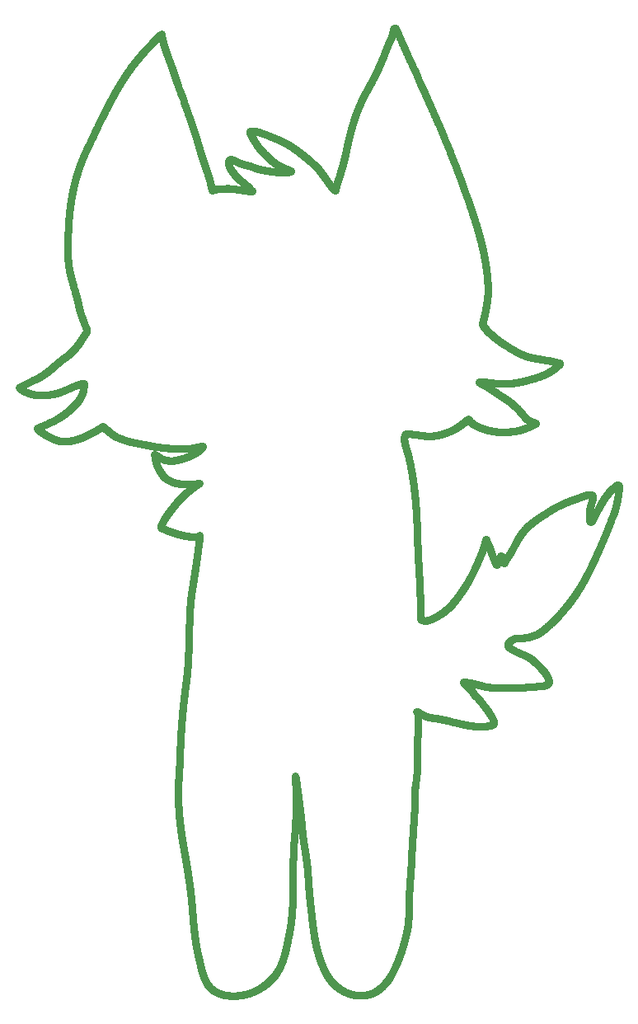
<source format=gbr>
%TF.GenerationSoftware,KiCad,Pcbnew,9.0.1*%
%TF.CreationDate,2025-04-10T00:36:24+08:00*%
%TF.ProjectId,juicePCB,6a756963-6550-4434-922e-6b696361645f,rev?*%
%TF.SameCoordinates,Original*%
%TF.FileFunction,Profile,NP*%
%FSLAX46Y46*%
G04 Gerber Fmt 4.6, Leading zero omitted, Abs format (unit mm)*
G04 Created by KiCad (PCBNEW 9.0.1) date 2025-04-10 00:36:24*
%MOMM*%
%LPD*%
G01*
G04 APERTURE LIST*
%ADD10C,0.793749*%
%TA.AperFunction,Profile*%
%ADD11C,0.793749*%
%TD*%
G04 APERTURE END LIST*
D10*
X139034739Y-64051144D02*
X139043893Y-64063001D01*
X139053202Y-64074929D01*
X139062669Y-64086928D01*
X139072294Y-64098999D01*
X139082079Y-64111143D01*
X139092025Y-64123361D01*
X139102135Y-64135652D01*
X139112410Y-64148018D01*
X139122851Y-64160459D01*
X139133460Y-64172977D01*
X139144239Y-64185571D01*
X139155190Y-64198243D01*
X139166313Y-64210993D01*
X139177612Y-64223822D01*
X139189087Y-64236730D01*
X139200740Y-64249720D01*
X139212574Y-64262791D01*
X139224590Y-64275944D01*
X139236789Y-64289180D01*
X139249175Y-64302500D01*
X139261749Y-64315905D01*
X139274512Y-64329396D01*
X139287468Y-64342974D01*
X139300618Y-64356640D01*
X139313963Y-64370394D01*
X139327507Y-64384239D01*
X139341252Y-64398174D01*
X139355200Y-64412201D01*
X139369353Y-64426322D01*
X139383713Y-64440538D01*
X139398284Y-64454849D01*
X139413067Y-64469257D01*
X139428066Y-64483764D01*
X139443283Y-64498372D01*
X139458720Y-64513080D01*
X139474382Y-64527892D01*
X139490270Y-64542809D01*
X139506389Y-64557833D01*
X139522740Y-64572965D01*
X139539328Y-64588207D01*
X139556157Y-64603562D01*
X139573229Y-64619032D01*
X139590550Y-64634620D01*
X139608122Y-64650327D01*
X139625951Y-64666156D01*
X139644040Y-64682110D01*
X139662396Y-64698193D01*
X139681022Y-64714408D01*
X139699924Y-64730757D01*
X139719109Y-64747246D01*
X139738582Y-64763878D01*
X139758350Y-64780657D01*
X139778421Y-64797589D01*
X139798802Y-64814678D01*
X139819501Y-64831931D01*
X139840529Y-64849355D01*
X139861895Y-64866956D01*
X139883610Y-64884741D01*
X139905687Y-64902721D01*
X139928140Y-64920904D01*
X139950983Y-64939303D01*
X139974235Y-64957928D01*
X139997916Y-64976795D01*
X140022046Y-64995920D01*
X140046653Y-65015321D01*
X140071765Y-65035021D01*
X140097419Y-65055045D01*
X140123655Y-65075424D01*
X140150524Y-65096195D01*
X140178086Y-65117402D01*
X140206416Y-65139102D01*
X140235609Y-65161364D01*
X140265788Y-65184280D01*
X140297117Y-65207971D01*
X140312994Y-65219942D01*
X131908373Y-100535625D02*
X131922202Y-100542157D01*
X131936529Y-100548834D01*
X131951357Y-100555656D01*
X131966688Y-100562622D01*
X131982526Y-100569729D01*
X131998871Y-100576976D01*
X132015723Y-100584360D01*
X132033084Y-100591879D01*
X132050951Y-100599529D01*
X132069322Y-100607308D01*
X132088196Y-100615213D01*
X132107568Y-100623239D01*
X132127434Y-100631383D01*
X132147789Y-100639640D01*
X132168626Y-100648007D01*
X132189939Y-100656477D01*
X132211719Y-100665047D01*
X132233959Y-100673712D01*
X132256649Y-100682466D01*
X132279779Y-100691303D01*
X132303337Y-100700218D01*
X132327314Y-100709205D01*
X132351696Y-100718259D01*
X132376471Y-100727372D01*
X132401626Y-100736540D01*
X132427147Y-100745756D01*
X132453020Y-100755013D01*
X132479231Y-100764306D01*
X132492462Y-100768965D01*
X132505764Y-100773628D01*
X132519150Y-100778299D01*
X132532604Y-100782973D01*
X132546137Y-100787653D01*
X132559737Y-100792334D01*
X132573408Y-100797020D01*
X132587146Y-100801706D01*
X132600948Y-100806394D01*
X132614815Y-100811082D01*
X132628741Y-100815769D01*
X132642728Y-100820456D01*
X132656769Y-100825139D01*
X132670871Y-100829822D01*
X132685019Y-100834499D01*
X132699225Y-100839174D01*
X132713473Y-100843841D01*
X132727777Y-100848506D01*
X132742116Y-100853161D01*
X132756509Y-100857813D01*
X132770931Y-100862453D01*
X132785406Y-100867088D01*
X132799904Y-100871711D01*
X132814452Y-100876328D01*
X132829017Y-100880929D01*
X132843631Y-100885525D01*
X132858257Y-100890104D01*
X132872929Y-100894676D01*
X132887608Y-100899229D01*
X132902331Y-100903774D01*
X132917054Y-100908299D01*
X132931820Y-100912816D01*
X132946582Y-100917311D01*
X132961384Y-100921797D01*
X132976176Y-100926259D01*
X132991007Y-100930712D01*
X133005823Y-100935139D01*
X133020676Y-100939556D01*
X133035509Y-100943947D01*
X133050377Y-100948327D01*
X133065220Y-100952678D01*
X133080096Y-100957019D01*
X133094944Y-100961330D01*
X133109822Y-100965629D01*
X133124667Y-100969898D01*
X133139541Y-100974154D01*
X133154378Y-100978378D01*
X133169242Y-100982590D01*
X133184064Y-100986769D01*
X133198911Y-100990933D01*
X133213714Y-100995065D01*
X133228539Y-100999182D01*
X133243316Y-101003265D01*
X133258114Y-101007333D01*
X133272860Y-101011365D01*
X133287626Y-101015382D01*
X133302336Y-101019363D01*
X133317064Y-101023329D01*
X133331733Y-101027257D01*
X133346418Y-101031169D01*
X133361041Y-101035044D01*
X133375679Y-101038902D01*
X133390252Y-101042722D01*
X133404838Y-101046525D01*
X133419356Y-101050289D01*
X133433886Y-101054036D01*
X133448346Y-101057743D01*
X133462815Y-101061433D01*
X133477212Y-101065083D01*
X133491617Y-101068715D01*
X133505947Y-101072307D01*
X133520285Y-101075880D01*
X133534544Y-101079413D01*
X133548810Y-101082926D01*
X133562996Y-101086400D01*
X133577187Y-101089854D01*
X133591295Y-101093267D01*
X133605408Y-101096661D01*
X133619436Y-101100013D01*
X133633467Y-101103346D01*
X133647412Y-101106637D01*
X133661359Y-101109909D01*
X133675218Y-101113139D01*
X133689077Y-101116348D01*
X133702848Y-101119517D01*
X133716617Y-101122664D01*
X133730297Y-101125771D01*
X133743974Y-101128856D01*
X133757560Y-101131900D01*
X133771142Y-101134922D01*
X133784632Y-101137904D01*
X133798117Y-101140864D01*
X133811510Y-101143783D01*
X133824896Y-101146680D01*
X133838188Y-101149536D01*
X133851474Y-101152370D01*
X133864664Y-101155163D01*
X133877847Y-101157934D01*
X133890934Y-101160665D01*
X133904012Y-101163373D01*
X133916994Y-101166040D01*
X133929966Y-101168686D01*
X133942841Y-101171290D01*
X133955705Y-101173873D01*
X133968473Y-101176415D01*
X133981228Y-101178934D01*
X133993886Y-101181414D01*
X134006532Y-101183871D01*
X134019079Y-101186288D01*
X134031613Y-101188682D01*
X134044049Y-101191037D01*
X134056471Y-101193369D01*
X134068794Y-101195662D01*
X134081103Y-101197931D01*
X134093312Y-101200162D01*
X134105507Y-101202370D01*
X134117602Y-101204540D01*
X134129681Y-101206686D01*
X134141661Y-101208794D01*
X134153625Y-101210879D01*
X134165489Y-101212926D01*
X134177337Y-101214950D01*
X134189085Y-101216937D01*
X134200815Y-101218900D01*
X134212447Y-101220826D01*
X134224060Y-101222729D01*
X134235574Y-101224595D01*
X134247069Y-101226438D01*
X134258465Y-101228245D01*
X134269843Y-101230028D01*
X134281121Y-101231776D01*
X134292380Y-101233500D01*
X134303540Y-101235189D01*
X134314680Y-101236854D01*
X134325722Y-101238484D01*
X134336744Y-101240091D01*
X134347667Y-101241664D01*
X134358569Y-101243213D01*
X134369374Y-101244728D01*
X134380158Y-101246220D01*
X134390844Y-101247678D01*
X134401509Y-101249112D01*
X134412076Y-101250514D01*
X134422622Y-101251892D01*
X134433072Y-101253238D01*
X134443499Y-101254560D01*
X134453830Y-101255850D01*
X134464138Y-101257117D01*
X134474351Y-101258351D01*
X134484541Y-101259563D01*
X134494636Y-101260744D01*
X134504708Y-101261901D01*
X134514685Y-101263027D01*
X134524639Y-101264131D01*
X134534498Y-101265204D01*
X134544335Y-101266254D01*
X134554077Y-101267274D01*
X134563796Y-101268271D01*
X134573422Y-101269238D01*
X134583024Y-101270183D01*
X134592534Y-101271099D01*
X134602020Y-101271992D01*
X134611413Y-101272856D01*
X134620783Y-101273698D01*
X134630061Y-101274512D01*
X134639315Y-101275303D01*
X134648479Y-101276066D01*
X134657618Y-101276808D01*
X134666667Y-101277521D01*
X134675691Y-101278213D01*
X134684626Y-101278878D01*
X134693537Y-101279520D01*
X134702358Y-101280137D01*
X134711155Y-101280731D01*
X134719864Y-101281299D01*
X134728549Y-101281846D01*
X134737145Y-101282367D01*
X134745717Y-101282866D01*
X134754203Y-101283340D01*
X134762663Y-101283793D01*
X134771038Y-101284221D01*
X134779387Y-101284627D01*
X134787652Y-101285010D01*
X134795891Y-101285371D01*
X134804046Y-101285708D01*
X134812176Y-101286024D01*
X134820222Y-101286317D01*
X134828243Y-101286589D01*
X134836181Y-101286837D01*
X134844094Y-101287065D01*
X134851925Y-101287271D01*
X134859730Y-101287456D01*
X134867455Y-101287619D01*
X134875154Y-101287761D01*
X134882772Y-101287881D01*
X134890365Y-101287981D01*
X134897879Y-101288061D01*
X134905367Y-101288119D01*
X134912776Y-101288157D01*
X134920160Y-101288175D01*
X134927466Y-101288172D01*
X134934746Y-101288150D01*
X134941949Y-101288108D01*
X134949127Y-101288045D01*
X134956228Y-101287964D01*
X134963305Y-101287862D01*
X134970305Y-101287742D01*
X134977280Y-101287601D01*
X134984180Y-101287443D01*
X134991055Y-101287264D01*
X134997856Y-101287068D01*
X135004632Y-101286852D01*
X135011334Y-101286619D01*
X135018012Y-101286366D01*
X135024616Y-101286096D01*
X135031196Y-101285807D01*
X135037704Y-101285501D01*
X135044188Y-101285176D01*
X135050600Y-101284835D01*
X135056987Y-101284475D01*
X135063304Y-101284098D01*
X135069597Y-101283703D01*
X135075820Y-101283292D01*
X135082018Y-101282863D01*
X135088148Y-101282418D01*
X135094254Y-101281955D01*
X135100291Y-101281478D01*
X135106304Y-101280981D01*
X135112250Y-101280471D01*
X135118172Y-101279942D01*
X135124027Y-101279399D01*
X135129859Y-101278838D01*
X135135624Y-101278263D01*
X135141366Y-101277670D01*
X135147043Y-101277064D01*
X135152696Y-101276441D01*
X135158285Y-101275804D01*
X135163850Y-101275149D01*
X135169352Y-101274482D01*
X135174831Y-101273798D01*
X135180247Y-101273101D01*
X135185639Y-101272387D01*
X135190970Y-101271661D01*
X135196277Y-101270918D01*
X135201524Y-101270163D01*
X135206747Y-101269391D01*
X135211910Y-101268608D01*
X135217050Y-101267807D01*
X135222131Y-101266996D01*
X135227189Y-101266169D01*
X135232188Y-101265330D01*
X135237164Y-101264475D01*
X135242082Y-101263610D01*
X135246978Y-101262728D01*
X135251816Y-101261836D01*
X135256632Y-101260928D01*
X135261392Y-101260010D01*
X135266129Y-101259076D01*
X135270811Y-101258132D01*
X135275470Y-101257173D01*
X135280075Y-101256204D01*
X135284657Y-101255219D01*
X135289185Y-101254226D01*
X135293691Y-101253217D01*
X135298144Y-101252199D01*
X135302575Y-101251165D01*
X135306954Y-101250124D01*
X135311311Y-101249067D01*
X135315616Y-101248001D01*
X135319899Y-101246921D01*
X135324131Y-101245833D01*
X135328341Y-101244729D01*
X135332502Y-101243618D01*
X135336641Y-101242492D01*
X135340730Y-101241358D01*
X135344798Y-101240210D01*
X135348818Y-101239055D01*
X135352816Y-101237884D01*
X135356766Y-101236707D01*
X135360695Y-101235516D01*
X135364576Y-101234317D01*
X135368437Y-101233105D01*
X135372251Y-101231885D01*
X135376044Y-101230652D01*
X135379792Y-101229412D01*
X135383518Y-101228158D01*
X135387200Y-101226898D01*
X135390861Y-101225624D01*
X135394477Y-101224344D01*
X135398073Y-101223050D01*
X135401626Y-101221750D01*
X135405157Y-101220437D01*
X135408646Y-101219118D01*
X135412115Y-101217785D01*
X135415541Y-101216448D01*
X135418947Y-101215096D01*
X135422312Y-101213739D01*
X135425656Y-101212369D01*
X135428960Y-101210994D01*
X135432243Y-101209606D01*
X135435487Y-101208213D01*
X135438710Y-101206806D01*
X135441894Y-101205395D01*
X135445059Y-101203971D01*
X135448184Y-101202542D01*
X135451290Y-101201100D01*
X135452519Y-101200523D01*
X146464423Y-134783287D02*
X146468894Y-134821294D01*
X146473332Y-134859698D01*
X146477737Y-134898517D01*
X146482112Y-134937768D01*
X146486457Y-134977472D01*
X146490773Y-135017648D01*
X146495063Y-135058320D01*
X146499328Y-135099513D01*
X146503570Y-135141252D01*
X146507790Y-135183569D01*
X146511992Y-135226495D01*
X146516176Y-135270066D01*
X146520347Y-135314323D01*
X146524507Y-135359308D01*
X146528659Y-135405071D01*
X146532807Y-135451668D01*
X146536956Y-135499163D01*
X146541109Y-135547625D01*
X146545273Y-135597139D01*
X146549455Y-135647799D01*
X146553660Y-135699717D01*
X146557900Y-135753026D01*
X146562183Y-135807884D01*
X146566524Y-135864484D01*
X146570937Y-135923067D01*
X146575445Y-135983936D01*
X146580072Y-136047486D01*
X146584855Y-136114249D01*
X146589845Y-136184971D01*
X146595114Y-136260762D01*
X146600784Y-136343407D01*
X146607071Y-136436159D01*
X146614468Y-136546321D01*
X146622197Y-136662097D01*
X146630100Y-136780467D01*
X146634067Y-136839649D01*
X146638051Y-136898829D01*
X146642060Y-136958006D01*
X146646099Y-137017179D01*
X146650173Y-137076348D01*
X146654290Y-137135513D01*
X146658455Y-137194672D01*
X146662675Y-137253825D01*
X146666954Y-137312972D01*
X146671300Y-137372112D01*
X146675717Y-137431244D01*
X146677955Y-137460807D01*
X146680214Y-137490368D01*
X146682493Y-137519927D01*
X146684794Y-137549483D01*
X146687118Y-137579037D01*
X146689465Y-137608589D01*
X146691836Y-137638138D01*
X146694232Y-137667685D01*
X146696653Y-137697229D01*
X146699101Y-137726770D01*
X146701576Y-137756309D01*
X146704079Y-137785845D01*
X146706611Y-137815377D01*
X146709171Y-137844907D01*
X146711762Y-137874434D01*
X146714384Y-137903958D01*
X146717037Y-137933478D01*
X146719723Y-137962996D01*
X146722442Y-137992509D01*
X146725195Y-138022020D01*
X146727982Y-138051527D01*
X146730805Y-138081030D01*
X146733664Y-138110530D01*
X146736560Y-138140026D01*
X146739493Y-138169519D01*
X146742465Y-138199007D01*
X146745476Y-138228492D01*
X146748527Y-138257972D01*
X146751618Y-138287449D01*
X146754751Y-138316921D01*
X146757926Y-138346389D01*
X146761144Y-138375853D01*
X146764406Y-138405313D01*
X146767712Y-138434768D01*
X146771063Y-138464219D01*
X146774460Y-138493665D01*
X146777904Y-138523106D01*
X146781395Y-138552543D01*
X166276425Y-103488903D02*
X166279256Y-103483121D01*
X166282198Y-103476930D01*
X166285269Y-103470288D01*
X166288487Y-103463136D01*
X166291884Y-103455400D01*
X166295498Y-103446975D01*
X166299391Y-103437702D01*
X166303666Y-103427325D01*
X166308514Y-103415359D01*
X166314404Y-103400636D01*
X166318732Y-103389750D01*
X166323541Y-103377657D01*
X166328348Y-103365639D01*
X166333156Y-103353755D01*
X166335561Y-103347880D01*
X166337969Y-103342060D01*
X166340379Y-103336303D01*
X166342793Y-103330614D01*
X166345210Y-103325001D01*
X166347631Y-103319472D01*
X166350057Y-103314033D01*
X166352488Y-103308692D01*
X166354925Y-103303456D01*
X166357368Y-103298332D01*
X166359819Y-103293326D01*
X166362276Y-103288448D01*
X166364742Y-103283702D01*
X166367216Y-103279097D01*
X166368457Y-103276850D01*
X166369700Y-103274641D01*
X166370945Y-103272470D01*
X166372193Y-103270338D01*
X166373443Y-103268248D01*
X166374696Y-103266199D01*
X166375952Y-103264192D01*
X166377210Y-103262228D01*
X166378471Y-103260308D01*
X166379735Y-103258433D01*
X166381002Y-103256605D01*
X166382272Y-103254823D01*
X166383545Y-103253088D01*
X166384822Y-103251403D01*
X166386101Y-103249766D01*
X166387384Y-103248180D01*
X166388670Y-103246646D01*
X166389960Y-103245163D01*
X166391253Y-103243734D01*
X166392550Y-103242358D01*
X166393850Y-103241037D01*
X166395154Y-103239772D01*
X166396462Y-103238564D01*
X166397774Y-103237413D01*
X166399089Y-103236321D01*
X166400409Y-103235288D01*
X166401733Y-103234315D01*
X166403060Y-103233403D01*
X166404392Y-103232553D01*
X166405728Y-103231766D01*
X166407069Y-103231043D01*
X166408414Y-103230385D01*
X166409763Y-103229792D01*
X166411117Y-103229265D01*
X166412476Y-103228806D01*
X166413839Y-103228415D01*
X166415207Y-103228093D01*
X166416580Y-103227842D01*
X166417957Y-103227661D01*
X166419340Y-103227552D01*
X166420727Y-103227516D01*
X166422120Y-103227553D01*
X166423518Y-103227665D01*
X166424921Y-103227853D01*
X166426329Y-103228116D01*
X166427742Y-103228457D01*
X166429161Y-103228876D01*
X166430586Y-103229374D01*
X166432016Y-103229952D01*
X166433452Y-103230610D01*
X166434893Y-103231351D01*
X166436340Y-103232173D01*
X166437793Y-103233080D01*
X166439252Y-103234070D01*
X166440717Y-103235146D01*
X166442188Y-103236308D01*
X166443665Y-103237557D01*
X166445148Y-103238894D01*
X166446638Y-103240320D01*
X166448133Y-103241836D01*
X166449635Y-103243442D01*
X166451144Y-103245139D01*
X166452659Y-103246930D01*
X166454181Y-103248813D01*
X166455709Y-103250790D01*
X166457244Y-103252863D01*
X166458786Y-103255032D01*
X166460334Y-103257297D01*
X166461890Y-103259661D01*
X166463452Y-103262122D01*
X166465022Y-103264684D01*
X166466599Y-103267346D01*
X166468183Y-103270109D01*
X166469774Y-103272975D01*
X166471372Y-103275943D01*
X166472978Y-103279016D01*
X166474592Y-103282194D01*
X166476213Y-103285477D01*
X166477841Y-103288867D01*
X166479478Y-103292365D01*
X166481122Y-103295972D01*
X166482773Y-103299687D01*
X166484433Y-103303513D01*
X166486101Y-103307450D01*
X166487776Y-103311500D01*
X166489460Y-103315662D01*
X166491152Y-103319938D01*
X166492852Y-103324329D01*
X121579569Y-91497192D02*
X121567128Y-91497152D01*
X121554643Y-91497032D01*
X121542114Y-91496832D01*
X121529538Y-91496551D01*
X121516917Y-91496189D01*
X121504250Y-91495746D01*
X121491535Y-91495222D01*
X121478773Y-91494616D01*
X121465962Y-91493927D01*
X121453103Y-91493156D01*
X121440194Y-91492301D01*
X121427235Y-91491364D01*
X121414225Y-91490343D01*
X121401165Y-91489237D01*
X121388052Y-91488047D01*
X121374887Y-91486772D01*
X121361669Y-91485412D01*
X121348397Y-91483966D01*
X121335070Y-91482434D01*
X121321688Y-91480815D01*
X121308251Y-91479108D01*
X121294757Y-91477314D01*
X121281205Y-91475432D01*
X121267596Y-91473462D01*
X121253928Y-91471402D01*
X121240200Y-91469252D01*
X121226412Y-91467012D01*
X121212563Y-91464681D01*
X121198652Y-91462259D01*
X121184678Y-91459745D01*
X121170641Y-91457139D01*
X121156540Y-91454439D01*
X121142373Y-91451646D01*
X121128140Y-91448758D01*
X121113840Y-91445775D01*
X121099472Y-91442696D01*
X121085036Y-91439521D01*
X121070529Y-91436249D01*
X121055952Y-91432879D01*
X121041302Y-91429411D01*
X121026580Y-91425843D01*
X121011784Y-91422175D01*
X120996912Y-91418407D01*
X120981964Y-91414537D01*
X120966939Y-91410564D01*
X120951835Y-91406488D01*
X120936652Y-91402308D01*
X120921387Y-91398022D01*
X120906039Y-91393631D01*
X120890608Y-91389132D01*
X120875092Y-91384526D01*
X120859488Y-91379811D01*
X120843797Y-91374986D01*
X120828016Y-91370049D01*
X120812143Y-91365001D01*
X120796178Y-91359839D01*
X120780118Y-91354563D01*
X120763961Y-91349171D01*
X120747705Y-91343662D01*
X120731349Y-91338036D01*
X120714891Y-91332289D01*
X120698328Y-91326422D01*
X120681659Y-91320432D01*
X120664880Y-91314318D01*
X120647990Y-91308079D01*
X120630985Y-91301712D01*
X120613864Y-91295217D01*
X120596623Y-91288591D01*
X120579260Y-91281833D01*
X120561771Y-91274941D01*
X120544154Y-91267912D01*
X120526404Y-91260744D01*
X120508518Y-91253436D01*
X120490492Y-91245985D01*
X120472322Y-91238388D01*
X120454004Y-91230642D01*
X120435533Y-91222746D01*
X120416903Y-91214695D01*
X120398111Y-91206487D01*
X120379149Y-91198119D01*
X120360013Y-91189586D01*
X120340695Y-91180885D01*
X120321187Y-91172012D01*
X120301484Y-91162963D01*
X120281575Y-91153731D01*
X120261453Y-91144314D01*
X120241107Y-91134703D01*
X120220526Y-91124894D01*
X120199699Y-91114880D01*
X120178612Y-91104652D01*
X120157251Y-91094204D01*
X120135599Y-91083525D01*
X120113638Y-91072605D01*
X120091348Y-91061433D01*
X120068706Y-91049996D01*
X120045685Y-91038279D01*
X120022255Y-91026265D01*
X119998380Y-91013935D01*
X119974020Y-91001264D01*
X119949126Y-90988228D01*
X119923639Y-90974792D01*
X119897490Y-90960918D01*
X119870591Y-90946557D01*
X119842831Y-90931648D01*
X119814070Y-90916112D01*
X119784118Y-90899844D01*
X119752714Y-90882700D01*
X119737011Y-90874096D01*
X135837012Y-91934284D02*
X135831939Y-91943084D01*
X135826771Y-91951889D01*
X135821508Y-91960698D01*
X135816150Y-91969512D01*
X135810694Y-91978331D01*
X135805142Y-91987155D01*
X135799492Y-91995983D01*
X135793744Y-92004817D01*
X135787897Y-92013656D01*
X135781950Y-92022500D01*
X135775904Y-92031350D01*
X135769757Y-92040205D01*
X135763509Y-92049067D01*
X135757159Y-92057933D01*
X135750706Y-92066806D01*
X135744151Y-92075684D01*
X135737491Y-92084569D01*
X135730727Y-92093459D01*
X135723858Y-92102356D01*
X135716884Y-92111259D01*
X135709803Y-92120168D01*
X135702614Y-92129083D01*
X135695319Y-92138004D01*
X135687914Y-92146932D01*
X135680401Y-92155866D01*
X135672777Y-92164807D01*
X135665044Y-92173754D01*
X135657199Y-92182707D01*
X135649242Y-92191667D01*
X135641173Y-92200633D01*
X135632990Y-92209605D01*
X135624693Y-92218584D01*
X135616282Y-92227569D01*
X135607755Y-92236561D01*
X135599112Y-92245559D01*
X135590353Y-92254563D01*
X135581475Y-92263573D01*
X135572480Y-92272589D01*
X135563365Y-92281612D01*
X135554131Y-92290641D01*
X135544776Y-92299675D01*
X135535300Y-92308716D01*
X135525703Y-92317762D01*
X135515982Y-92326814D01*
X135506139Y-92335871D01*
X135496171Y-92344935D01*
X135486078Y-92354003D01*
X135475860Y-92363077D01*
X135465516Y-92372156D01*
X135455045Y-92381240D01*
X135444447Y-92390329D01*
X135433720Y-92399423D01*
X135422864Y-92408522D01*
X135411878Y-92417624D01*
X135400762Y-92426732D01*
X135389514Y-92435843D01*
X135378135Y-92444958D01*
X135366623Y-92454077D01*
X135354979Y-92463200D01*
X135343200Y-92472326D01*
X135331286Y-92481455D01*
X135319238Y-92490587D01*
X135307054Y-92499722D01*
X135294733Y-92508860D01*
X135282275Y-92517999D01*
X135269679Y-92527141D01*
X135256945Y-92536284D01*
X135244072Y-92545429D01*
X135231059Y-92554575D01*
X135217906Y-92563722D01*
X135204612Y-92572869D01*
X135191176Y-92582017D01*
X135177599Y-92591165D01*
X135163880Y-92600312D01*
X135150017Y-92609459D01*
X135136011Y-92618605D01*
X135121861Y-92627749D01*
X135107566Y-92636892D01*
X135093126Y-92646032D01*
X135078541Y-92655171D01*
X135063810Y-92664306D01*
X135048932Y-92673438D01*
X135033908Y-92682567D01*
X135018737Y-92691691D01*
X135003418Y-92700811D01*
X134987952Y-92709926D01*
X134972338Y-92719035D01*
X134956575Y-92728139D01*
X134940664Y-92737236D01*
X134924603Y-92746326D01*
X134908394Y-92755409D01*
X134892035Y-92764484D01*
X134875528Y-92773551D01*
X134858870Y-92782608D01*
X134842063Y-92791656D01*
X134825106Y-92800694D01*
X134808000Y-92809722D01*
X134790744Y-92818738D01*
X134773339Y-92827742D01*
X134755784Y-92836733D01*
X134738080Y-92845711D01*
X134720227Y-92854676D01*
X134702225Y-92863626D01*
X134684074Y-92872560D01*
X134665775Y-92881479D01*
X134647328Y-92890381D01*
X134628734Y-92899265D01*
X134609992Y-92908131D01*
X134591104Y-92916979D01*
X134572071Y-92925806D01*
X134552892Y-92934613D01*
X134533569Y-92943398D01*
X134514102Y-92952161D01*
X134494492Y-92960901D01*
X134474741Y-92969617D01*
X134454849Y-92978307D01*
X134434817Y-92986972D01*
X134414646Y-92995610D01*
X134394338Y-93004219D01*
X134373895Y-93012800D01*
X134353316Y-93021351D01*
X134332605Y-93029870D01*
X134311762Y-93038358D01*
X134290790Y-93046812D01*
X134269689Y-93055232D01*
X134248463Y-93063616D01*
X134227113Y-93071963D01*
X134205641Y-93080273D01*
X134184050Y-93088543D01*
X134162342Y-93096772D01*
X134140519Y-93104960D01*
X134118584Y-93113104D01*
X134096541Y-93121204D01*
X134074391Y-93129258D01*
X134052139Y-93137265D01*
X134029787Y-93145222D01*
X134007338Y-93153130D01*
X133984797Y-93160985D01*
X133962167Y-93168788D01*
X133939452Y-93176535D01*
X133916657Y-93184226D01*
X133893784Y-93191858D01*
X133870840Y-93199431D01*
X133847828Y-93206941D01*
X133824754Y-93214389D01*
X133801622Y-93221771D01*
X133778438Y-93229087D01*
X133755208Y-93236333D01*
X133731936Y-93243509D01*
X133708630Y-93250612D01*
X133685296Y-93257641D01*
X133661939Y-93264593D01*
X133638567Y-93271467D01*
X133615187Y-93278260D01*
X133591805Y-93284971D01*
X133568430Y-93291597D01*
X133545068Y-93298137D01*
X133521728Y-93304588D01*
X133498419Y-93310947D01*
X133475149Y-93317214D01*
X133451925Y-93323386D01*
X133428759Y-93329460D01*
X133405658Y-93335435D01*
X133382633Y-93341308D01*
X133359692Y-93347077D01*
X133336847Y-93352740D01*
X133314108Y-93358295D01*
X133291484Y-93363740D01*
X133268987Y-93369073D01*
X133257783Y-93371698D01*
X133246628Y-93374291D01*
X133235497Y-93376858D01*
X133224417Y-93379393D01*
X133213366Y-93381901D01*
X133202366Y-93384377D01*
X133191400Y-93386825D01*
X133180487Y-93389240D01*
X133169611Y-93391627D01*
X133158790Y-93393982D01*
X133148011Y-93396307D01*
X133137288Y-93398599D01*
X133126611Y-93400861D01*
X133115992Y-93403091D01*
X133105424Y-93405290D01*
X133094914Y-93407456D01*
X133084460Y-93409590D01*
X133074066Y-93411691D01*
X133063732Y-93413761D01*
X133053460Y-93415797D01*
X133043252Y-93417800D01*
X133033106Y-93419771D01*
X133023030Y-93421708D01*
X133013018Y-93423613D01*
X133003079Y-93425483D01*
X132993206Y-93427320D01*
X132983411Y-93429123D01*
X132973682Y-93430893D01*
X132964036Y-93432628D01*
X132954457Y-93434330D01*
X132944965Y-93435997D01*
X132935542Y-93437632D01*
X132926210Y-93439230D01*
X132916947Y-93440796D01*
X132907780Y-93442326D01*
X132898683Y-93443824D01*
X132889685Y-93445285D01*
X132880759Y-93446715D01*
X132871936Y-93448108D01*
X132863186Y-93449469D01*
X132854542Y-93450793D01*
X132845971Y-93452086D01*
X132837511Y-93453342D01*
X132829124Y-93454567D01*
X132814200Y-93456695D01*
X145343384Y-126929130D02*
X145343200Y-126920791D01*
X145342930Y-126912170D01*
X145342571Y-126903253D01*
X145342119Y-126894025D01*
X145341572Y-126884467D01*
X145340925Y-126874562D01*
X145340175Y-126864286D01*
X145339315Y-126853616D01*
X145338342Y-126842522D01*
X145337250Y-126830971D01*
X145336031Y-126818926D01*
X145334678Y-126806340D01*
X145333181Y-126793158D01*
X145331529Y-126779312D01*
X145329709Y-126764717D01*
X145327702Y-126749263D01*
X145325486Y-126732805D01*
X145323029Y-126715140D01*
X145320284Y-126695970D01*
X145317179Y-126674825D01*
X145313586Y-126650868D01*
X145309225Y-126622293D01*
X145303741Y-126586729D01*
X145300066Y-126562926D01*
X145296388Y-126538972D01*
X145292728Y-126514889D01*
X145289109Y-126490698D01*
X145287323Y-126478570D01*
X145285556Y-126466423D01*
X145283810Y-126454260D01*
X145282089Y-126442084D01*
X145280396Y-126429898D01*
X145278733Y-126417705D01*
X145277103Y-126405507D01*
X145275510Y-126393307D01*
X145273955Y-126381107D01*
X145272442Y-126368911D01*
X145270974Y-126356722D01*
X145269553Y-126344542D01*
X145268183Y-126332373D01*
X145266865Y-126320219D01*
X145265604Y-126308082D01*
X145264402Y-126295966D01*
X145263261Y-126283872D01*
X145262186Y-126271804D01*
X145261177Y-126259764D01*
X145260239Y-126247755D01*
X145259374Y-126235780D01*
X145258585Y-126223842D01*
X145257875Y-126211943D01*
X145257550Y-126206010D01*
X145257246Y-126200087D01*
X145256964Y-126194175D01*
X145256702Y-126188275D01*
X145256463Y-126182387D01*
X145256246Y-126176511D01*
X145256051Y-126170647D01*
X145255880Y-126164797D01*
X145255731Y-126158960D01*
X145255607Y-126153137D01*
X145255506Y-126147327D01*
X145255430Y-126141532D01*
X145255378Y-126135751D01*
X145255351Y-126129986D01*
X145255350Y-126124236D01*
X145255375Y-126118502D01*
X145255426Y-126112783D01*
X145255503Y-126107081D01*
X145255607Y-126101396D01*
X145255738Y-126095728D01*
X145255897Y-126090077D01*
X145256084Y-126084444D01*
X145256299Y-126078829D01*
X145256542Y-126073233D01*
X145256815Y-126067656D01*
X145257117Y-126062097D01*
X145257449Y-126056558D01*
X145257810Y-126051039D01*
X145258202Y-126045540D01*
X145258625Y-126040062D01*
X145259079Y-126034604D01*
X145259565Y-126029168D01*
X145260082Y-126023753D01*
X145260632Y-126018361D01*
X145261214Y-126012990D01*
X145261829Y-126007642D01*
X145262477Y-126002317D01*
X145263159Y-125997015D01*
X145263875Y-125991737D01*
X145264625Y-125986483D01*
X145265410Y-125981253D01*
X145266230Y-125976048D01*
X145267085Y-125970868D01*
X145267976Y-125965713D01*
X145268903Y-125960584D01*
X145269867Y-125955481D01*
X145270867Y-125950405D01*
X145271905Y-125945355D01*
X145272980Y-125940332D01*
X145274093Y-125935336D01*
X145275244Y-125930369D01*
X145276434Y-125925429D01*
X145277663Y-125920518D01*
X145278931Y-125915636D01*
X145280239Y-125910783D01*
X145281587Y-125905959D01*
X145282976Y-125901165D01*
X145284405Y-125896402D01*
X145285875Y-125891668D01*
X145287386Y-125886966D01*
X145288940Y-125882295D01*
X145290536Y-125877656D01*
X145292174Y-125873048D01*
X145293855Y-125868473D01*
X145295579Y-125863930D01*
X145297347Y-125859420D01*
X166037507Y-104000869D02*
X166037779Y-103997002D01*
X166038140Y-103993014D01*
X166038592Y-103988902D01*
X166039139Y-103984662D01*
X166039783Y-103980291D01*
X166040529Y-103975784D01*
X166041378Y-103971137D01*
X166042335Y-103966347D01*
X166043403Y-103961408D01*
X166044586Y-103956318D01*
X166045887Y-103951070D01*
X166047311Y-103945661D01*
X166048861Y-103940086D01*
X166050541Y-103934340D01*
X166052357Y-103928417D01*
X166054311Y-103922313D01*
X166056409Y-103916021D01*
X166058656Y-103909535D01*
X166061056Y-103902850D01*
X166063615Y-103895959D01*
X166066338Y-103888855D01*
X166069231Y-103881530D01*
X166072300Y-103873976D01*
X166075551Y-103866185D01*
X166078991Y-103858147D01*
X166082628Y-103849852D01*
X166086469Y-103841289D01*
X166090523Y-103832446D01*
X166094799Y-103823307D01*
X166099307Y-103813858D01*
X166104061Y-103804080D01*
X166109072Y-103793952D01*
X166114357Y-103783449D01*
X166119935Y-103772541D01*
X166125826Y-103761190D01*
X166132060Y-103749351D01*
X166138670Y-103736964D01*
X166145703Y-103723951D01*
X166153222Y-103710202D01*
X166161319Y-103695556D01*
X166170138Y-103679762D01*
X166179931Y-103662378D01*
X166191222Y-103642482D01*
X166207840Y-103613359D01*
X166217814Y-103595893D01*
X166227506Y-103578869D01*
X166236857Y-103562338D01*
X166241387Y-103554274D01*
X166245809Y-103546352D01*
X166250116Y-103538580D01*
X166254300Y-103530963D01*
X166258355Y-103523509D01*
X166262273Y-103516224D01*
X166266047Y-103509114D01*
X166269668Y-103502187D01*
X166273130Y-103495447D01*
X166276425Y-103488903D01*
X140929951Y-60389206D02*
X140952343Y-60424811D01*
X140977126Y-60464357D01*
X141005850Y-60510330D01*
X141046678Y-60575814D01*
X141070798Y-60614513D01*
X141094909Y-60653158D01*
X141119027Y-60691739D01*
X141143171Y-60730250D01*
X141155258Y-60749476D01*
X141167359Y-60768682D01*
X141179475Y-60787865D01*
X141191610Y-60807025D01*
X141203764Y-60826162D01*
X141215941Y-60845273D01*
X141228143Y-60864358D01*
X141240371Y-60883417D01*
X141252629Y-60902446D01*
X141264918Y-60921447D01*
X141277242Y-60940418D01*
X141289601Y-60959357D01*
X141301999Y-60978264D01*
X141314437Y-60997138D01*
X141326919Y-61015977D01*
X141339445Y-61034781D01*
X141352019Y-61053548D01*
X141364643Y-61072278D01*
X141377319Y-61090969D01*
X141390050Y-61109621D01*
X141402837Y-61128232D01*
X141415683Y-61146801D01*
X141428590Y-61165328D01*
X141441561Y-61183811D01*
X141448070Y-61193036D01*
X141454597Y-61202249D01*
X141461141Y-61211451D01*
X141467701Y-61220642D01*
X141474280Y-61229821D01*
X141480876Y-61238988D01*
X141487491Y-61248142D01*
X141494123Y-61257285D01*
X141500775Y-61266416D01*
X141507446Y-61275534D01*
X141514135Y-61284640D01*
X141520845Y-61293733D01*
X141527574Y-61302813D01*
X141534324Y-61311881D01*
X141541093Y-61320935D01*
X141547884Y-61329976D01*
X141554696Y-61339004D01*
X141561529Y-61348019D01*
X141568383Y-61357020D01*
X141575259Y-61366008D01*
X141582158Y-61374981D01*
X141589079Y-61383941D01*
X141596022Y-61392887D01*
X141602989Y-61401818D01*
X141609978Y-61410735D01*
X141616992Y-61419638D01*
X141624029Y-61428526D01*
X141631090Y-61437400D01*
X141638176Y-61446259D01*
X141645287Y-61455102D01*
X141652422Y-61463931D01*
X141659583Y-61472744D01*
X141666769Y-61481542D01*
X141673981Y-61490325D01*
X141681220Y-61499092D01*
X141688484Y-61507843D01*
X141695776Y-61516579D01*
X141703094Y-61525298D01*
X141710440Y-61534001D01*
X141717813Y-61542688D01*
X141725214Y-61551359D01*
X141732643Y-61560013D01*
X141740100Y-61568650D01*
X141747587Y-61577271D01*
X141755102Y-61585875D01*
X141762646Y-61594462D01*
X141770220Y-61603031D01*
X141777824Y-61611583D01*
X141785458Y-61620118D01*
X141793122Y-61628636D01*
X141800817Y-61637135D01*
X141808544Y-61645617D01*
X141816301Y-61654081D01*
X141824090Y-61662527D01*
X141831910Y-61670954D01*
X141839763Y-61679364D01*
X141847648Y-61687754D01*
X141855566Y-61696127D01*
X141863517Y-61704480D01*
X141871501Y-61712815D01*
X141879518Y-61721130D01*
X141887570Y-61729427D01*
X141895655Y-61737704D01*
X141903775Y-61745962D01*
X121934772Y-72492279D02*
X121935206Y-72516049D01*
X121935721Y-72539853D01*
X121936316Y-72563693D01*
X121936992Y-72587569D01*
X121937750Y-72611484D01*
X121938588Y-72635437D01*
X121939507Y-72659430D01*
X121940508Y-72683465D01*
X121941591Y-72707542D01*
X121942755Y-72731664D01*
X121944002Y-72755831D01*
X121945331Y-72780044D01*
X121946742Y-72804305D01*
X121948237Y-72828616D01*
X121949814Y-72852977D01*
X121951475Y-72877390D01*
X121953220Y-72901857D01*
X121955048Y-72926380D01*
X121956961Y-72950959D01*
X121958958Y-72975597D01*
X121961041Y-73000295D01*
X121963208Y-73025054D01*
X121965461Y-73049877D01*
X121967801Y-73074765D01*
X121970227Y-73099721D01*
X121972739Y-73124745D01*
X121975339Y-73149840D01*
X121978027Y-73175009D01*
X121980803Y-73200252D01*
X121983668Y-73225572D01*
X121986622Y-73250972D01*
X121989666Y-73276452D01*
X121992800Y-73302017D01*
X121996026Y-73327668D01*
X121999342Y-73353408D01*
X122002751Y-73379238D01*
X122006253Y-73405162D01*
X122009849Y-73431183D01*
X122013538Y-73457303D01*
X122017323Y-73483526D01*
X122021203Y-73509853D01*
X122025180Y-73536289D01*
X122029255Y-73562836D01*
X122033427Y-73589498D01*
X122037699Y-73616279D01*
X122042071Y-73643181D01*
X122046545Y-73670210D01*
X122051121Y-73697368D01*
X122055800Y-73724659D01*
X122060583Y-73752089D01*
X122065473Y-73779661D01*
X122070469Y-73807380D01*
X122075574Y-73835251D01*
X122080789Y-73863280D01*
X122086115Y-73891470D01*
X122091554Y-73919829D01*
X122097107Y-73948361D01*
X122102777Y-73977073D01*
X122108564Y-74005972D01*
X122114472Y-74035064D01*
X122120501Y-74064356D01*
X122126655Y-74093857D01*
X122132935Y-74123574D01*
X122139344Y-74153515D01*
X122145885Y-74183690D01*
X122152559Y-74214109D01*
X122159371Y-74244781D01*
X122166323Y-74275718D01*
X122173419Y-74306930D01*
X122180662Y-74338432D01*
X122188056Y-74370235D01*
X122195606Y-74402355D01*
X122203315Y-74434807D01*
X122211189Y-74467608D01*
X122219233Y-74500776D01*
X122227452Y-74534331D01*
X122235853Y-74568294D01*
X122244443Y-74602689D01*
X122253229Y-74637542D01*
X122262219Y-74672881D01*
X122271424Y-74708738D01*
X122280852Y-74745149D01*
X122290515Y-74782151D01*
X122300427Y-74819790D01*
X122310601Y-74858116D01*
X122321054Y-74897185D01*
X122331806Y-74937062D01*
X122342878Y-74977824D01*
X122354296Y-75019557D01*
X122366091Y-75062368D01*
X122378298Y-75106379D01*
X122390962Y-75151744D01*
X122404138Y-75198650D01*
X122417895Y-75247335D01*
X122432323Y-75298104D01*
X122447541Y-75351371D01*
X122463717Y-75407708D01*
X122481099Y-75467963D01*
X122500078Y-75533482D01*
X122521357Y-75606670D01*
X122546461Y-75692751D01*
X122577151Y-75797791D01*
X122613667Y-75922790D01*
X122631902Y-75985332D01*
X122650104Y-76047910D01*
X122668261Y-76110529D01*
X122686360Y-76173195D01*
X122695384Y-76204547D01*
X122704388Y-76235913D01*
X122713372Y-76267293D01*
X122722333Y-76298688D01*
X122731270Y-76330098D01*
X122740181Y-76361525D01*
X122749065Y-76392969D01*
X122757920Y-76424431D01*
X122766745Y-76455911D01*
X122775538Y-76487410D01*
X122784297Y-76518929D01*
X122793021Y-76550469D01*
X122801708Y-76582029D01*
X122810356Y-76613611D01*
X122818965Y-76645215D01*
X122827532Y-76676843D01*
X122836056Y-76708494D01*
X122844535Y-76740170D01*
X122852967Y-76771871D01*
X122861352Y-76803598D01*
X122869687Y-76835351D01*
X122877971Y-76867131D01*
X122886202Y-76898939D01*
X122894379Y-76930775D01*
X122902500Y-76962641D01*
X122910563Y-76994536D01*
X122918567Y-77026462D01*
X122926510Y-77058419D01*
X122934391Y-77090408D01*
X122942208Y-77122430D01*
X122949960Y-77154485D01*
X122957644Y-77186573D01*
X122965260Y-77218696D01*
X122972806Y-77250854D01*
X122980279Y-77283049D01*
X122983989Y-77299159D01*
X122987679Y-77315279D01*
X122991351Y-77331409D01*
X122995004Y-77347547D01*
X122998638Y-77363695D01*
X123002253Y-77379853D01*
X123005847Y-77396020D01*
X123009423Y-77412198D01*
X123012978Y-77428384D01*
X123016513Y-77444581D01*
X123020027Y-77460788D01*
X123023521Y-77477005D01*
X123026995Y-77493232D01*
X123030447Y-77509469D01*
X123033878Y-77525717D01*
X123037288Y-77541974D01*
X123040676Y-77558243D01*
X123044043Y-77574522D01*
X123047387Y-77590812D01*
X123050710Y-77607112D01*
X123054010Y-77623423D01*
X123057287Y-77639745D01*
X123060542Y-77656078D01*
X123063774Y-77672423D01*
X123066982Y-77688778D01*
X123070168Y-77705144D01*
X123073329Y-77721522D01*
X123076467Y-77737912D01*
X123079581Y-77754313D01*
X123082671Y-77770725D01*
X123085737Y-77787149D01*
X123088778Y-77803585D01*
X123091794Y-77820032D01*
X123094785Y-77836492D01*
D11*
X158137837Y-109630146D02*
X158135724Y-109632000D01*
D10*
X170550499Y-111021854D02*
X170576486Y-111001679D01*
X170602465Y-110981408D01*
X170628435Y-110961043D01*
X170654397Y-110940583D01*
X170680349Y-110920029D01*
X170706292Y-110899380D01*
X170732226Y-110878636D01*
X170758150Y-110857797D01*
X170784063Y-110836864D01*
X170809967Y-110815836D01*
X170835859Y-110794714D01*
X170861741Y-110773497D01*
X170887612Y-110752186D01*
X170913472Y-110730781D01*
X170939320Y-110709281D01*
X170965156Y-110687687D01*
X170990980Y-110665999D01*
X171016792Y-110644216D01*
X171042591Y-110622340D01*
X171068378Y-110600369D01*
X171094151Y-110578304D01*
X171119911Y-110556146D01*
X171145658Y-110533894D01*
X171171390Y-110511548D01*
X171197108Y-110489108D01*
X171222812Y-110466574D01*
X171248502Y-110443947D01*
X171274176Y-110421226D01*
X171299836Y-110398412D01*
X171325480Y-110375505D01*
X171351108Y-110352504D01*
X171376720Y-110329410D01*
X171402317Y-110306223D01*
X171427896Y-110282942D01*
X171453460Y-110259569D01*
X171479006Y-110236102D01*
X171504535Y-110212543D01*
X171530046Y-110188891D01*
X171555540Y-110165147D01*
X171581015Y-110141310D01*
X171606473Y-110117380D01*
X171631912Y-110093358D01*
X171657332Y-110069243D01*
X171682733Y-110045037D01*
X171708114Y-110020738D01*
X171733477Y-109996347D01*
X171758819Y-109971864D01*
X171784141Y-109947289D01*
X171809443Y-109922623D01*
X171834724Y-109897864D01*
X171859985Y-109873015D01*
X171885224Y-109848074D01*
X171910442Y-109823041D01*
X171935638Y-109797917D01*
X171960812Y-109772702D01*
X171985964Y-109747396D01*
X172011094Y-109721999D01*
X172036200Y-109696512D01*
X172061284Y-109670933D01*
X172086345Y-109645264D01*
X172111382Y-109619505D01*
X172136395Y-109593655D01*
X172161384Y-109567715D01*
X172186349Y-109541684D01*
X172211290Y-109515564D01*
X172236205Y-109489354D01*
X172261095Y-109463054D01*
X172285960Y-109436665D01*
X172310800Y-109410186D01*
X172335613Y-109383617D01*
X172360401Y-109356960D01*
X172385162Y-109330213D01*
X172409896Y-109303377D01*
X172434603Y-109276453D01*
X172459284Y-109249439D01*
X172483936Y-109222337D01*
X172508561Y-109195147D01*
X172533158Y-109167868D01*
X172557727Y-109140501D01*
X172582267Y-109113046D01*
X172606779Y-109085503D01*
X172631261Y-109057873D01*
X172655714Y-109030154D01*
X172680138Y-109002349D01*
X172704531Y-108974456D01*
X172728895Y-108946475D01*
X172753229Y-108918408D01*
X172777531Y-108890254D01*
X172801803Y-108862013D01*
X172826044Y-108833685D01*
X172850253Y-108805271D01*
X172874431Y-108776771D01*
X172898577Y-108748185D01*
X172922691Y-108719512D01*
X172946772Y-108690754D01*
X172970821Y-108661910D01*
X172994837Y-108632981D01*
X173018819Y-108603966D01*
X173042769Y-108574866D01*
X173066684Y-108545682D01*
X173090566Y-108516412D01*
X173114413Y-108487057D01*
X173138226Y-108457618D01*
X173162004Y-108428095D01*
X173173880Y-108413301D01*
X173185747Y-108398488D01*
X173197606Y-108383652D01*
X173209455Y-108368796D01*
X173221296Y-108353918D01*
X173233128Y-108339021D01*
X173244951Y-108324101D01*
X173256765Y-108309162D01*
X173268570Y-108294200D01*
X173280366Y-108279219D01*
X173292153Y-108264216D01*
X173303930Y-108249193D01*
X173315699Y-108234149D01*
X173327459Y-108219084D01*
X173339209Y-108203998D01*
X173350950Y-108188892D01*
X173362682Y-108173764D01*
X173374405Y-108158617D01*
X173386118Y-108143448D01*
X173397822Y-108128259D01*
X173409517Y-108113049D01*
X173421202Y-108097819D01*
X173432878Y-108082568D01*
X173444544Y-108067297D01*
X173456201Y-108052005D01*
X173467848Y-108036693D01*
X173479486Y-108021359D01*
X173491114Y-108006006D01*
X173502733Y-107990632D01*
X173514341Y-107975238D01*
X173525941Y-107959823D01*
X173537530Y-107944389D01*
X173549110Y-107928933D01*
X173560680Y-107913458D01*
X173572241Y-107897961D01*
X173583791Y-107882445D01*
X173595331Y-107866908D01*
X173606862Y-107851352D01*
X173618383Y-107835775D01*
X173629893Y-107820178D01*
X173641394Y-107804560D01*
X173652885Y-107788923D01*
X173664366Y-107773265D01*
X173675836Y-107757588D01*
X173687297Y-107741890D01*
X173698747Y-107726172D01*
X173710188Y-107710434D01*
X173721618Y-107694677D01*
X173728676Y-107684929D01*
X131186696Y-93055324D02*
X131182732Y-93052524D01*
X131177454Y-93048695D01*
X131170471Y-93043530D01*
X131161193Y-93036569D01*
X131148555Y-93026991D01*
X131129918Y-93012776D01*
X131121836Y-93006599D01*
X131098730Y-92988952D01*
X131086496Y-92979634D01*
X131073893Y-92970064D01*
X131060984Y-92960300D01*
X131047833Y-92950400D01*
X131034501Y-92940424D01*
X131021053Y-92930429D01*
X131007552Y-92920474D01*
X130994060Y-92910617D01*
X130987338Y-92905744D01*
X130980642Y-92900917D01*
X130973980Y-92896143D01*
X130967360Y-92891431D01*
X130960790Y-92886787D01*
X130954278Y-92882219D01*
X130947831Y-92877734D01*
X130941458Y-92873339D01*
X130935167Y-92869042D01*
X130928965Y-92864849D01*
X130922860Y-92860768D01*
X130916861Y-92856807D01*
X130910974Y-92852973D01*
X130905209Y-92849272D01*
X130899572Y-92845713D01*
X130894073Y-92842303D01*
X130888718Y-92839048D01*
X130883515Y-92835957D01*
X130878474Y-92833036D01*
X130873600Y-92830293D01*
X130868903Y-92827735D01*
X130866623Y-92826528D01*
X130864390Y-92825370D01*
X130862205Y-92824261D01*
X130860069Y-92823204D01*
X130857984Y-92822198D01*
X130855949Y-92821245D01*
X130853966Y-92820345D01*
X130852036Y-92819500D01*
X130850160Y-92818711D01*
X130848339Y-92817978D01*
X130846574Y-92817301D01*
X130844866Y-92816683D01*
X130843216Y-92816125D01*
X130841624Y-92815626D01*
X130840093Y-92815187D01*
X130838622Y-92814811D01*
X130837213Y-92814498D01*
X130835868Y-92814248D01*
X130834585Y-92814062D01*
X130833368Y-92813942D01*
X130832217Y-92813888D01*
X130831132Y-92813902D01*
X130830115Y-92813984D01*
X130829167Y-92814134D01*
X130828719Y-92814236D01*
X130828289Y-92814355D01*
X130827876Y-92814492D01*
X130827482Y-92814647D01*
X130827105Y-92814820D01*
X130826746Y-92815010D01*
X130826405Y-92815219D01*
X130826083Y-92815447D01*
X130825779Y-92815692D01*
X130825493Y-92815957D01*
X130825227Y-92816239D01*
X130824979Y-92816541D01*
X130824750Y-92816862D01*
X130824540Y-92817201D01*
X130824349Y-92817559D01*
X130824177Y-92817937D01*
X130824025Y-92818334D01*
X130823893Y-92818751D01*
X130823780Y-92819187D01*
X130823687Y-92819643D01*
X130823613Y-92820118D01*
X130823560Y-92820614D01*
X130823527Y-92821129D01*
X130823515Y-92821664D01*
X130823550Y-92822796D01*
X130823669Y-92824010D01*
X130823871Y-92825307D01*
X130824158Y-92826687D01*
X130824530Y-92828151D01*
X130824989Y-92829702D01*
X130825535Y-92831338D01*
X130826170Y-92833062D01*
X130826894Y-92834875D01*
X130827709Y-92836776D01*
X139941361Y-65689443D02*
X139924035Y-65688349D01*
X139906478Y-65687160D01*
X139888678Y-65685875D01*
X139870622Y-65684492D01*
X139852295Y-65683009D01*
X139833683Y-65681423D01*
X139814768Y-65679731D01*
X139795531Y-65677931D01*
X139775949Y-65676019D01*
X139755999Y-65673991D01*
X139735653Y-65671844D01*
X139714880Y-65669571D01*
X139693644Y-65667169D01*
X139671903Y-65664630D01*
X139649609Y-65661946D01*
X139626702Y-65659110D01*
X139603115Y-65656109D01*
X139578761Y-65652932D01*
X139553537Y-65649562D01*
X139527308Y-65645979D01*
X139499900Y-65642155D01*
X139471079Y-65638056D01*
X139440513Y-65633630D01*
X139407710Y-65628803D01*
X139371867Y-65623451D01*
X139331508Y-65617349D01*
X139283242Y-65609980D01*
X139237424Y-65602947D01*
X139180704Y-65594245D01*
X139152344Y-65589915D01*
X139123985Y-65585610D01*
X139095627Y-65581340D01*
X139067272Y-65577111D01*
X139038919Y-65572934D01*
X139010571Y-65568816D01*
X138982226Y-65564766D01*
X138968056Y-65562769D01*
X138953887Y-65560793D01*
X138939719Y-65558837D01*
X138925553Y-65556904D01*
X138911388Y-65554995D01*
X138897226Y-65553109D01*
X138883064Y-65551250D01*
X138868905Y-65549417D01*
X138854748Y-65547611D01*
X138840593Y-65545834D01*
X138826439Y-65544087D01*
X138812288Y-65542371D01*
X138798140Y-65540687D01*
X138783993Y-65539036D01*
X138769849Y-65537419D01*
X138755708Y-65535837D01*
X138741569Y-65534291D01*
X138727433Y-65532782D01*
X138713300Y-65531311D01*
X138699169Y-65529880D01*
X138685042Y-65528490D01*
X138670917Y-65527141D01*
X138656796Y-65525834D01*
X138642678Y-65524571D01*
X138628563Y-65523353D01*
X138614451Y-65522180D01*
X138600343Y-65521054D01*
X138586239Y-65519977D01*
X138572138Y-65518948D01*
X138558041Y-65517969D01*
X138543948Y-65517041D01*
X138529859Y-65516165D01*
X138515773Y-65515343D01*
X138501692Y-65514575D01*
X138487615Y-65513862D01*
X138473542Y-65513205D01*
X138459473Y-65512606D01*
X138445409Y-65512066D01*
X138431349Y-65511585D01*
X138417294Y-65511165D01*
X138403244Y-65510806D01*
X138389198Y-65510511D01*
X138375157Y-65510279D01*
X138361121Y-65510112D01*
X138347090Y-65510011D01*
X138333064Y-65509977D01*
X166830727Y-103809841D02*
X166841444Y-103791712D01*
X166852387Y-103773358D01*
X166863570Y-103754756D01*
X166875009Y-103735881D01*
X166886723Y-103716704D01*
X166898735Y-103697193D01*
X166911069Y-103677309D01*
X166923756Y-103657007D01*
X166936829Y-103636234D01*
X166950331Y-103614927D01*
X166964315Y-103593009D01*
X166978843Y-103570382D01*
X166993997Y-103546926D01*
X167009884Y-103522481D01*
X167026646Y-103496831D01*
X167044486Y-103469673D01*
X167063709Y-103440550D01*
X167084811Y-103408720D01*
X167108715Y-103372797D01*
X167137588Y-103329535D01*
X167162381Y-103292442D01*
X167201818Y-103233420D01*
X167221579Y-103203786D01*
X167241360Y-103174049D01*
X133238274Y-97644260D02*
X133222334Y-97662494D01*
X133206414Y-97680735D01*
X133190846Y-97698604D01*
X133175298Y-97716482D01*
X133160073Y-97734018D01*
X133144868Y-97751562D01*
X133129963Y-97768792D01*
X133115077Y-97786031D01*
X133100469Y-97802978D01*
X133085880Y-97819935D01*
X133071551Y-97836620D01*
X133057240Y-97853316D01*
X133043172Y-97869758D01*
X133029123Y-97886210D01*
X133015302Y-97902426D01*
X133001499Y-97918652D01*
X132987912Y-97934656D01*
X132974342Y-97950671D01*
X132960975Y-97966477D01*
X132947625Y-97982294D01*
X132934468Y-97997913D01*
X132921329Y-98013545D01*
X132908371Y-98028990D01*
X132895431Y-98044446D01*
X132882664Y-98059727D01*
X132869914Y-98075019D01*
X132857330Y-98090144D01*
X132844761Y-98105281D01*
X132832351Y-98120259D01*
X132819957Y-98135250D01*
X132807714Y-98150089D01*
X132795486Y-98164941D01*
X132783404Y-98179649D01*
X132771337Y-98194370D01*
X132759408Y-98208953D01*
X132747495Y-98223550D01*
X132735715Y-98238015D01*
X132723951Y-98252493D01*
X132712314Y-98266846D01*
X132700693Y-98281211D01*
X132689194Y-98295457D01*
X132677711Y-98309716D01*
X132666346Y-98323861D01*
X132654997Y-98338018D01*
X132643761Y-98352066D01*
X132632541Y-98366126D01*
X132621430Y-98380082D01*
X132610334Y-98394050D01*
X132599345Y-98407917D01*
X132588371Y-98421798D01*
X132577499Y-98435582D01*
X132566642Y-98449379D01*
X132555885Y-98463082D01*
X132545142Y-98476799D01*
X132534496Y-98490426D01*
X132523864Y-98504066D01*
X132513326Y-98517620D01*
X132502802Y-98531188D01*
X132492368Y-98544672D01*
X132481949Y-98558170D01*
X132471618Y-98571588D01*
X132461301Y-98585019D01*
X132451069Y-98598373D01*
X132440852Y-98611741D01*
X132430718Y-98625033D01*
X132420597Y-98638340D01*
X132410558Y-98651575D01*
X132400532Y-98664824D01*
X132390585Y-98678003D01*
X132380652Y-98691196D01*
X132370796Y-98704321D01*
X132360953Y-98717462D01*
X132351185Y-98730536D01*
X132341430Y-98743626D01*
X132331748Y-98756652D01*
X132322080Y-98769692D01*
X132312483Y-98782672D01*
X132302899Y-98795666D01*
X132293384Y-98808601D01*
X132283884Y-98821551D01*
X132274450Y-98834443D01*
X132265030Y-98847351D01*
X132255676Y-98860202D01*
X132246335Y-98873069D01*
X132237059Y-98885882D01*
X132227796Y-98898710D01*
X132218595Y-98911486D01*
X132209409Y-98924278D01*
X132200283Y-98937018D01*
X132191172Y-98949774D01*
X132181793Y-98962940D01*
X126956140Y-91044227D02*
X126978294Y-91054070D01*
X127000495Y-91063846D01*
X127022745Y-91073557D01*
X127045045Y-91083203D01*
X127067399Y-91092785D01*
X127089808Y-91102303D01*
X127112275Y-91111760D01*
X127134802Y-91121155D01*
X127157392Y-91130490D01*
X127180048Y-91139766D01*
X127202771Y-91148983D01*
X127225565Y-91158143D01*
X127248433Y-91167246D01*
X127271376Y-91176294D01*
X127294399Y-91185287D01*
X127317504Y-91194226D01*
X127340694Y-91203113D01*
X127363972Y-91211948D01*
X127387341Y-91220733D01*
X127410805Y-91229468D01*
X127434368Y-91238154D01*
X127458032Y-91246793D01*
X127481802Y-91255385D01*
X127505681Y-91263932D01*
X127529673Y-91272434D01*
X127553783Y-91280894D01*
X127578014Y-91289312D01*
X127602371Y-91297688D01*
X127626857Y-91306026D01*
X127651479Y-91314325D01*
X127676241Y-91322586D01*
X127701147Y-91330813D01*
X127726204Y-91339004D01*
X127751416Y-91347163D01*
X127776789Y-91355289D01*
X127802329Y-91363386D01*
X127828043Y-91371454D01*
X127853936Y-91379495D01*
X127880016Y-91387510D01*
X127906289Y-91395501D01*
X127932764Y-91403470D01*
X127959448Y-91411419D01*
X127986348Y-91419349D01*
X128013475Y-91427263D01*
X128040836Y-91435162D01*
X128068441Y-91443048D01*
X128096302Y-91450925D01*
X128124427Y-91458793D01*
X128152829Y-91466657D01*
X128181520Y-91474517D01*
X128210513Y-91482378D01*
X128239820Y-91490242D01*
X128269458Y-91498111D01*
X128299442Y-91505990D01*
X128329787Y-91513882D01*
X128360514Y-91521791D01*
X128391640Y-91529720D01*
X128423187Y-91537674D01*
X128455177Y-91545659D01*
X128487636Y-91553678D01*
X128520590Y-91561737D01*
X128554069Y-91569843D01*
X128588105Y-91578002D01*
X128622734Y-91586222D01*
X128657995Y-91594510D01*
X128693933Y-91602875D01*
X128730597Y-91611328D01*
X128768041Y-91619879D01*
X128806329Y-91628542D01*
X128845533Y-91637330D01*
X128845953Y-91637424D01*
X178515255Y-96502842D02*
X178516214Y-96487937D01*
X178517138Y-96473262D01*
X178518001Y-96459225D01*
X178518831Y-96445402D01*
X178519606Y-96432160D01*
X178520348Y-96419118D01*
X178521041Y-96406607D01*
X178521702Y-96394284D01*
X178522317Y-96382449D01*
X178522903Y-96370791D01*
X178523446Y-96359583D01*
X178523960Y-96348542D01*
X178524435Y-96337917D01*
X178524882Y-96327450D01*
X178525293Y-96317370D01*
X178525678Y-96307438D01*
X178526028Y-96297866D01*
X178526353Y-96288435D01*
X178526647Y-96279340D01*
X178526916Y-96270379D01*
X178527155Y-96261732D01*
X178527371Y-96253212D01*
X178527559Y-96244986D01*
X178527724Y-96236882D01*
X178527863Y-96229053D01*
X178527980Y-96221339D01*
X178528073Y-96213886D01*
X178528144Y-96206542D01*
X178528193Y-96199442D01*
X178528222Y-96192447D01*
X178528229Y-96185683D01*
X178528215Y-96179019D01*
X178528183Y-96172573D01*
X178528130Y-96166222D01*
X178528059Y-96160077D01*
X178527969Y-96154023D01*
X178527862Y-96148165D01*
X178527736Y-96142393D01*
X178527595Y-96136807D01*
X178527435Y-96131304D01*
X178527260Y-96125976D01*
X178527068Y-96120728D01*
X178526861Y-96115646D01*
X178526638Y-96110641D01*
X178526401Y-96105794D01*
X178526148Y-96101020D01*
X178525883Y-96096397D01*
X178525602Y-96091844D01*
X178525310Y-96087433D01*
X178525001Y-96083091D01*
X178524683Y-96078884D01*
X178524349Y-96074742D01*
X178524005Y-96070729D01*
X178523647Y-96066779D01*
X178523279Y-96062952D01*
X178522897Y-96059185D01*
X178522507Y-96055535D01*
X178522103Y-96051943D01*
X178521691Y-96048462D01*
X178521265Y-96045037D01*
X178520833Y-96041719D01*
X178520387Y-96038454D01*
X178519935Y-96035290D01*
X178519470Y-96032178D01*
X178518999Y-96029163D01*
X178518515Y-96026197D01*
X178518026Y-96023323D01*
X178517525Y-96020497D01*
X178517019Y-96017759D01*
X178516501Y-96015067D01*
X178515979Y-96012459D01*
X178515445Y-96009895D01*
X178514908Y-96007412D01*
X178514359Y-96004971D01*
X178513807Y-96002606D01*
X178513244Y-96000282D01*
X178512677Y-95998032D01*
X178512100Y-95995821D01*
X178511521Y-95993679D01*
X178510931Y-95991576D01*
X178510339Y-95989539D01*
X178509736Y-95987538D01*
X178509132Y-95985602D01*
X178508517Y-95983700D01*
X178507902Y-95981859D01*
X178507276Y-95980052D01*
X178506649Y-95978302D01*
X178506013Y-95976586D01*
X178505375Y-95974924D01*
X178504729Y-95973294D01*
X178504081Y-95971717D01*
X178503424Y-95970170D01*
X178502767Y-95968673D01*
X178502101Y-95967206D01*
X178501435Y-95965786D01*
X178500759Y-95964394D01*
X178500084Y-95963048D01*
X178499399Y-95961730D01*
X178498715Y-95960455D01*
X178498022Y-95959206D01*
X178497329Y-95957998D01*
X178496628Y-95956816D01*
X178495926Y-95955673D01*
X178495216Y-95954556D01*
X178494507Y-95953475D01*
X178493789Y-95952418D01*
X178493070Y-95951397D01*
X178492344Y-95950399D01*
X178491618Y-95949435D01*
X178490883Y-95948494D01*
X178490148Y-95947584D01*
X178489406Y-95946697D01*
X178488662Y-95945839D01*
X178487911Y-95945004D01*
X178487158Y-95944197D01*
X178486399Y-95943411D01*
X178485637Y-95942653D01*
X178484868Y-95941915D01*
X178484097Y-95941204D01*
X178483319Y-95940512D01*
X178482538Y-95939845D01*
X178481749Y-95939199D01*
X178480958Y-95938575D01*
X178480159Y-95937971D01*
X178479357Y-95937390D01*
X178478547Y-95936828D01*
X178477733Y-95936287D01*
X178476912Y-95935765D01*
X178476086Y-95935264D01*
X178475252Y-95934782D01*
X178474413Y-95934320D01*
X178473566Y-95933876D01*
X178472713Y-95933451D01*
X178471852Y-95933045D01*
X178470108Y-95932289D01*
X178468331Y-95931605D01*
X178466521Y-95930994D01*
X178464674Y-95930456D01*
X178462788Y-95929989D01*
X178460861Y-95929594D01*
X178458889Y-95929272D01*
X178456870Y-95929023D01*
X178454802Y-95928849D01*
X178452680Y-95928750D01*
X178450502Y-95928730D01*
X178448264Y-95928789D01*
X178445963Y-95928929D01*
X178443595Y-95929154D01*
X178441157Y-95929467D01*
X178438644Y-95929870D01*
X178436053Y-95930366D01*
X178433378Y-95930961D01*
X178430616Y-95931656D01*
X178427762Y-95932458D01*
X178424810Y-95933371D01*
X178421755Y-95934399D01*
X178418591Y-95935549D01*
X178415313Y-95936825D01*
X178411914Y-95938235D01*
X178408386Y-95939784D01*
X178404723Y-95941481D01*
X178400916Y-95943333D01*
X178396956Y-95945348D01*
X178392834Y-95947536D01*
X178388538Y-95949906D01*
X178384057Y-95952470D01*
X178379377Y-95955240D01*
X178374485Y-95958229D01*
X178369362Y-95961452D01*
X178363991Y-95964925D01*
X178358349Y-95968669D01*
X178352411Y-95972705D01*
X178346147Y-95977059D01*
X178339522Y-95981761D01*
X178332493Y-95986847D01*
X178325006Y-95992362D01*
X178316994Y-95998362D01*
X178308371Y-96004918D01*
X178299019Y-96012128D01*
X178288774Y-96020125D01*
X178277388Y-96029111D01*
X178264456Y-96039415D01*
X178249212Y-96051658D01*
X178229794Y-96067344D01*
X178216282Y-96078286D01*
X178196838Y-96094029D01*
X178176725Y-96110264D01*
X178166416Y-96118551D01*
X178155938Y-96126945D01*
X178145289Y-96135440D01*
X178134469Y-96144029D01*
X178123478Y-96152708D01*
X178112313Y-96161472D01*
X178100975Y-96170314D01*
X178089462Y-96179228D01*
X178077774Y-96188211D01*
X178065909Y-96197255D01*
X178053868Y-96206356D01*
X178041649Y-96215507D01*
X142952082Y-146597465D02*
X142964344Y-146584056D01*
X142976558Y-146570583D01*
X142988722Y-146557044D01*
X143000839Y-146543440D01*
X143012907Y-146529769D01*
X143024927Y-146516033D01*
X143036899Y-146502230D01*
X143048823Y-146488359D01*
X143060700Y-146474422D01*
X143072530Y-146460416D01*
X143084313Y-146446343D01*
X143096049Y-146432200D01*
X143107738Y-146417989D01*
X143119382Y-146403709D01*
X143130979Y-146389358D01*
X143142530Y-146374938D01*
X143154035Y-146360446D01*
X143165495Y-146345884D01*
X143176909Y-146331250D01*
X143188278Y-146316544D01*
X143199602Y-146301766D01*
X143210882Y-146286914D01*
X143222117Y-146271990D01*
X143233307Y-146256991D01*
X143244453Y-146241918D01*
X143255556Y-146226770D01*
X143266614Y-146211547D01*
X143277629Y-146196248D01*
X143288601Y-146180872D01*
X143299529Y-146165419D01*
X143310414Y-146149889D01*
X143321257Y-146134281D01*
X143332057Y-146118594D01*
X143342814Y-146102829D01*
X143353529Y-146086983D01*
X143364202Y-146071057D01*
X143374833Y-146055050D01*
X143385422Y-146038961D01*
X143395970Y-146022790D01*
X143406476Y-146006536D01*
X143416942Y-145990199D01*
X143427366Y-145973778D01*
X143437750Y-145957272D01*
X143448093Y-145940680D01*
X143458395Y-145924003D01*
X143468658Y-145907238D01*
X143478880Y-145890386D01*
X143489062Y-145873445D01*
X143499205Y-145856415D01*
X143509308Y-145839296D01*
X143519373Y-145822086D01*
X143529398Y-145804784D01*
X143539384Y-145787391D01*
X143549331Y-145769904D01*
X143559240Y-145752323D01*
X143569111Y-145734648D01*
X143578943Y-145716877D01*
X143588738Y-145699010D01*
X143598495Y-145681045D01*
X143608214Y-145662982D01*
X143617896Y-145644820D01*
X143627541Y-145626557D01*
X143637149Y-145608194D01*
X143646721Y-145589728D01*
X143656256Y-145571159D01*
X143665755Y-145552486D01*
X143675217Y-145533707D01*
X143684644Y-145514822D01*
X143694036Y-145495830D01*
X143703392Y-145476728D01*
X143712713Y-145457517D01*
X143721999Y-145438195D01*
X143731250Y-145418761D01*
X143740467Y-145399213D01*
X143749650Y-145379550D01*
X143758799Y-145359771D01*
X143767914Y-145339875D01*
X143776996Y-145319859D01*
X143786045Y-145299724D01*
X143795061Y-145279466D01*
X143804045Y-145259086D01*
X143812996Y-145238581D01*
X143821916Y-145217949D01*
X143830804Y-145197189D01*
X143839660Y-145176300D01*
X143848486Y-145155279D01*
X143857280Y-145134125D01*
X143866045Y-145112836D01*
X143874779Y-145091410D01*
X143883484Y-145069846D01*
X143892160Y-145048141D01*
X143900806Y-145026293D01*
X143909424Y-145004300D01*
X143918014Y-144982160D01*
X143926577Y-144959871D01*
X143935112Y-144937430D01*
X143943620Y-144914835D01*
X143952102Y-144892084D01*
X143960559Y-144869174D01*
X143968989Y-144846101D01*
X143977395Y-144822865D01*
X143985777Y-144799461D01*
X143994135Y-144775887D01*
X144002470Y-144752139D01*
X144010782Y-144728215D01*
X144019072Y-144704111D01*
X144027341Y-144679824D01*
X144035589Y-144655349D01*
X144043818Y-144630684D01*
X144052027Y-144605825D01*
X144060218Y-144580767D01*
X144068391Y-144555506D01*
X144076548Y-144530037D01*
X144084689Y-144504357D01*
X144092815Y-144478459D01*
X144100927Y-144452340D01*
X144109026Y-144425994D01*
X144117113Y-144399414D01*
X144125190Y-144372595D01*
X144133257Y-144345532D01*
X144141317Y-144318216D01*
X144149369Y-144290642D01*
X144157417Y-144262801D01*
X144165460Y-144234687D01*
X144173502Y-144206291D01*
X144181543Y-144177603D01*
X144189585Y-144148616D01*
X144197631Y-144119318D01*
X144205683Y-144089699D01*
X144213742Y-144059748D01*
X144221812Y-144029453D01*
X144229895Y-143998800D01*
X144237993Y-143967775D01*
X144246110Y-143936363D01*
X144254250Y-143904548D01*
X144262415Y-143872312D01*
X144270609Y-143839635D01*
X144278838Y-143806495D01*
X144287105Y-143772870D01*
X144295417Y-143738734D01*
X144303778Y-143704058D01*
X144312195Y-143668811D01*
X144320675Y-143632957D01*
X144329227Y-143596457D01*
X144337859Y-143559267D01*
X144346582Y-143521337D01*
X144355407Y-143482607D01*
X144364348Y-143443012D01*
X144373421Y-143402474D01*
X144382645Y-143360902D01*
X144392042Y-143318188D01*
X144401637Y-143274200D01*
X144411465Y-143228779D01*
X144421567Y-143181724D01*
X144431994Y-143132779D01*
X144442815Y-143081606D01*
X144454126Y-143027746D01*
X144466059Y-142970540D01*
X144478822Y-142908986D01*
X144492757Y-142841407D01*
X144508526Y-142764564D01*
X144527800Y-142670289D01*
X144539077Y-142615050D01*
X144559990Y-142512645D01*
X144570441Y-142461575D01*
X144580897Y-142410600D01*
X144591366Y-142359726D01*
X144601855Y-142308958D01*
X144612372Y-142258302D01*
X144622923Y-142207763D01*
X157850502Y-121972427D02*
X157850542Y-121954920D01*
X157850663Y-121936673D01*
X157850869Y-121917647D01*
X157851163Y-121897794D01*
X157851551Y-121877063D01*
X157852035Y-121855397D01*
X157852622Y-121832729D01*
X157853315Y-121808982D01*
X157854123Y-121784068D01*
X157855051Y-121757882D01*
X157856107Y-121730296D01*
X157857303Y-121701156D01*
X157858649Y-121670271D01*
X157860160Y-121637393D01*
X157861857Y-121602198D01*
X157863765Y-121564237D01*
X157865923Y-121522863D01*
X157868388Y-121477062D01*
X157871263Y-121425074D01*
X157874755Y-121363237D01*
X157879915Y-121273176D01*
X157883627Y-121208497D01*
X157887353Y-121142991D01*
X157889210Y-121109958D01*
X157891056Y-121076756D01*
X157892886Y-121043397D01*
X157894695Y-121009893D01*
X157896479Y-120976256D01*
X157898233Y-120942498D01*
X157899952Y-120908633D01*
X157901631Y-120874671D01*
X157903266Y-120840627D01*
X157904850Y-120806511D01*
X157906381Y-120772337D01*
X157907852Y-120738116D01*
X157909260Y-120703861D01*
X157910599Y-120669584D01*
X157911864Y-120635297D01*
X157912467Y-120618154D01*
X157913050Y-120601014D01*
X157913613Y-120583877D01*
X157914153Y-120566745D01*
X157914672Y-120549621D01*
X157915169Y-120532504D01*
X157915642Y-120515398D01*
X157916091Y-120498303D01*
X157916515Y-120481222D01*
X157916915Y-120464154D01*
X157917289Y-120447103D01*
X157917637Y-120430070D01*
X157917958Y-120413056D01*
X157918251Y-120396062D01*
X157918516Y-120379091D01*
X157918753Y-120362144D01*
X157918960Y-120345222D01*
X157919138Y-120328326D01*
X157919285Y-120311460D01*
X157919401Y-120294623D01*
X157919485Y-120277818D01*
X157919537Y-120261046D01*
X157919556Y-120244308D01*
X157919542Y-120227607D01*
X157919493Y-120210943D01*
X157919410Y-120194318D01*
X157919291Y-120177734D01*
X157919137Y-120161193D01*
X157918946Y-120144695D01*
X157918718Y-120128243D01*
X157918452Y-120111838D01*
X157918147Y-120095481D01*
X157917804Y-120079174D01*
X157917422Y-120062919D01*
X157916999Y-120046716D01*
X157916535Y-120030569D01*
X157916030Y-120014477D01*
X157915483Y-119998444D01*
X157914894Y-119982469D01*
X157914261Y-119966555D01*
X157913585Y-119950704D01*
X157912864Y-119934916D01*
X157912098Y-119919194D01*
X157911287Y-119903539D01*
X157910429Y-119887952D01*
X157909525Y-119872436D01*
X157908574Y-119856991D01*
X157907574Y-119841619D01*
X157906526Y-119826321D01*
X157905428Y-119811100D01*
X157904281Y-119795957D01*
X157903083Y-119780892D01*
X157901835Y-119765909D01*
X157900534Y-119751008D01*
X157899182Y-119736191D01*
X157897776Y-119721459D01*
X157896318Y-119706814D01*
X157894805Y-119692258D01*
X157893237Y-119677792D01*
X157891615Y-119663417D01*
X157889936Y-119649136D01*
X157888201Y-119634949D01*
X157886409Y-119620858D01*
X157884560Y-119606866D01*
X157882652Y-119592972D01*
X157880685Y-119579179D01*
X157878659Y-119565489D01*
X157876572Y-119551903D01*
X157874425Y-119538422D01*
X157872217Y-119525048D01*
X157869947Y-119511782D01*
X157868789Y-119505191D01*
X157867615Y-119498627D01*
X157866425Y-119492091D01*
X157865219Y-119485583D01*
X157863997Y-119479104D01*
X157862759Y-119472653D01*
X157861506Y-119466230D01*
X157860236Y-119459837D01*
X157858950Y-119453472D01*
X157857647Y-119447137D01*
X157856328Y-119440831D01*
X157854993Y-119434555D01*
X157853641Y-119428309D01*
X157852273Y-119422093D01*
X157850888Y-119415906D01*
X157849486Y-119409751D01*
X157848067Y-119403626D01*
X157846632Y-119397531D01*
X157845179Y-119391468D01*
X157843710Y-119385436D01*
X157842223Y-119379435D01*
X157840719Y-119373466D01*
X157839198Y-119367529D01*
X157837659Y-119361623D01*
X157836103Y-119355750D01*
X157834530Y-119349909D01*
X157832939Y-119344101D01*
X157831330Y-119338325D01*
X157829704Y-119332582D01*
X157828059Y-119326872D01*
X157826397Y-119321196D01*
X157824717Y-119315553D01*
X157823019Y-119309943D01*
X157821303Y-119304368D01*
X157819568Y-119298827D01*
X157817816Y-119293320D01*
X157816044Y-119287847D01*
X157814255Y-119282409D01*
X164010533Y-89954143D02*
X164022089Y-89959225D01*
X164033641Y-89964282D01*
X164045174Y-89969310D01*
X164056703Y-89974314D01*
X164068213Y-89979288D01*
X164079719Y-89984238D01*
X164091208Y-89989159D01*
X164102691Y-89994056D01*
X164114158Y-89998924D01*
X164125619Y-90003769D01*
X164137064Y-90008585D01*
X164148505Y-90013377D01*
X164159929Y-90018140D01*
X164171349Y-90022880D01*
X164182752Y-90027592D01*
X164194151Y-90032280D01*
X164205535Y-90036940D01*
X164216914Y-90041576D01*
X164228277Y-90046185D01*
X164239637Y-90050771D01*
X164250981Y-90055328D01*
X164262322Y-90059863D01*
X164273647Y-90064370D01*
X164284969Y-90068854D01*
X164296276Y-90073311D01*
X164307579Y-90077745D01*
X164318868Y-90082152D01*
X164330153Y-90086535D01*
X164341425Y-90090892D01*
X164352693Y-90095227D01*
X164363947Y-90099534D01*
X164375198Y-90103819D01*
X164386435Y-90108077D01*
X164397669Y-90112313D01*
X164408890Y-90116522D01*
X164420108Y-90120709D01*
X164431314Y-90124869D01*
X164442516Y-90129007D01*
X164453705Y-90133120D01*
X164464892Y-90137209D01*
X164476067Y-90141273D01*
X164487238Y-90145315D01*
X164498398Y-90149331D01*
X164509555Y-90153325D01*
X164520701Y-90157294D01*
X164531843Y-90161240D01*
X164542975Y-90165161D01*
X164554104Y-90169060D01*
X164565222Y-90172935D01*
X164576338Y-90176786D01*
X164587443Y-90180614D01*
X164598545Y-90184419D01*
X164609638Y-90188199D01*
X164620728Y-90191958D01*
X164631808Y-90195692D01*
X164642885Y-90199404D01*
X164653954Y-90203092D01*
X164665020Y-90206758D01*
X164676076Y-90210400D01*
X164687131Y-90214020D01*
X164698176Y-90217616D01*
X164709220Y-90221191D01*
X164720255Y-90224741D01*
X164731288Y-90228270D01*
X164742312Y-90231776D01*
X164753335Y-90235260D01*
X164764349Y-90238720D01*
X164775362Y-90242158D01*
X164786367Y-90245574D01*
X164797371Y-90248968D01*
X164808367Y-90252338D01*
X164819361Y-90255688D01*
X164830348Y-90259014D01*
X164841334Y-90262319D01*
X164852313Y-90265600D01*
X164863290Y-90268861D01*
X164874261Y-90272099D01*
X164885231Y-90275315D01*
X164896194Y-90278509D01*
X164907156Y-90281682D01*
X164918112Y-90284832D01*
X164929067Y-90287961D01*
X164940017Y-90291067D01*
X164950965Y-90294153D01*
X164961908Y-90297216D01*
X164972850Y-90300258D01*
X164983787Y-90303278D01*
X164994722Y-90306277D01*
X165005654Y-90309254D01*
X165016584Y-90312210D01*
X165027510Y-90315144D01*
X165038436Y-90318057D01*
X165049357Y-90320948D01*
X165060277Y-90323819D01*
X165071194Y-90326668D01*
X165082110Y-90329496D01*
X165093023Y-90332302D01*
X165103935Y-90335088D01*
X165114844Y-90337852D01*
X165125752Y-90340595D01*
X165136658Y-90343318D01*
X165147563Y-90346019D01*
X165158466Y-90348699D01*
X165169368Y-90351359D01*
X165180269Y-90353997D01*
X165191168Y-90356615D01*
X165202067Y-90359212D01*
X165212964Y-90361788D01*
X165223861Y-90364343D01*
X165234757Y-90366878D01*
X165245652Y-90369392D01*
X165256547Y-90371885D01*
X165267441Y-90374357D01*
X165278335Y-90376809D01*
X165289228Y-90379241D01*
X165300121Y-90381652D01*
X165311015Y-90384042D01*
X165321908Y-90386412D01*
X165332801Y-90388762D01*
X165343695Y-90391091D01*
X165354589Y-90393400D01*
X165365483Y-90395688D01*
X165376378Y-90397956D01*
X165387273Y-90400204D01*
X165398170Y-90402431D01*
X165409066Y-90404639D01*
X165419964Y-90406826D01*
X165430863Y-90408993D01*
X165441763Y-90411139D01*
X165452664Y-90413266D01*
X165463567Y-90415372D01*
X165474470Y-90417458D01*
X165496282Y-90421571D01*
X165518101Y-90425603D01*
X165539927Y-90429555D01*
X165561762Y-90433428D01*
X165583605Y-90437221D01*
X165605459Y-90440935D01*
X165627323Y-90444569D01*
X165649199Y-90448124D01*
X165671087Y-90451600D01*
X165692989Y-90454997D01*
X165714904Y-90458315D01*
X165736834Y-90461555D01*
X165758780Y-90464716D01*
X165780742Y-90467799D01*
X165802721Y-90470804D01*
X165824718Y-90473730D01*
X165846734Y-90476578D01*
X165868770Y-90479348D01*
X165890826Y-90482040D01*
X165912904Y-90484653D01*
X165935004Y-90487189D01*
X165957127Y-90489648D01*
X165979274Y-90492028D01*
X166001446Y-90494331D01*
X166023644Y-90496555D01*
X166045868Y-90498703D01*
X166068119Y-90500772D01*
X166090399Y-90502764D01*
X166112708Y-90504678D01*
X166135047Y-90506514D01*
X166157417Y-90508273D01*
X166179819Y-90509954D01*
X166202253Y-90511557D01*
X166224722Y-90513082D01*
X166247225Y-90514530D01*
X166269763Y-90515900D01*
X166292338Y-90517191D01*
X166314950Y-90518405D01*
X166337600Y-90519541D01*
X166360290Y-90520599D01*
X166383020Y-90521578D01*
X166405791Y-90522480D01*
X166428605Y-90523302D01*
X166451461Y-90524047D01*
X166474362Y-90524713D01*
X166497308Y-90525300D01*
X166520300Y-90525808D01*
X166543339Y-90526237D01*
X166566426Y-90526587D01*
X166589563Y-90526858D01*
X166612750Y-90527050D01*
X166635988Y-90527162D01*
X166659278Y-90527194D01*
X166682622Y-90527147D01*
X166706021Y-90527019D01*
X166729475Y-90526811D01*
X166752986Y-90526522D01*
X166776554Y-90526153D01*
X166800182Y-90525703D01*
X166823869Y-90525172D01*
X166847618Y-90524559D01*
X166871429Y-90523865D01*
X166895304Y-90523089D01*
X166919243Y-90522231D01*
X166943249Y-90521290D01*
X166967321Y-90520267D01*
X166991462Y-90519160D01*
X167015673Y-90517971D01*
X167039954Y-90516698D01*
X167064308Y-90515341D01*
X167088735Y-90513900D01*
X167113236Y-90512374D01*
X167137814Y-90510763D01*
X167162469Y-90509067D01*
X167187203Y-90507286D01*
X167212016Y-90505419D01*
X167236911Y-90503465D01*
X167261889Y-90501425D01*
X167286952Y-90499297D01*
X167312100Y-90497082D01*
X167337335Y-90494779D01*
X167362658Y-90492388D01*
X167388072Y-90489907D01*
X167413578Y-90487338D01*
X167439176Y-90484678D01*
X167464870Y-90481929D01*
X167490659Y-90479088D01*
X167516547Y-90476157D01*
X167542534Y-90473133D01*
X167568623Y-90470018D01*
X167594814Y-90466809D01*
X167621110Y-90463507D01*
X167647512Y-90460111D01*
X167674022Y-90456621D01*
X167700642Y-90453036D01*
X167727374Y-90449354D01*
X167754219Y-90445577D01*
X167781180Y-90441702D01*
X167808258Y-90437730D01*
X167835455Y-90433659D01*
X167862774Y-90429489D01*
X167890215Y-90425220D01*
X167904404Y-90422981D01*
X135371716Y-95793232D02*
X135375462Y-95792407D01*
X135379073Y-95791633D01*
X135382470Y-95790925D01*
X135385741Y-95790264D01*
X135388811Y-95789663D01*
X135391764Y-95789106D01*
X135394529Y-95788605D01*
X135397185Y-95788144D01*
X135399666Y-95787733D01*
X135402048Y-95787360D01*
X135404265Y-95787032D01*
X135406391Y-95786738D01*
X135408365Y-95786485D01*
X135410254Y-95786264D01*
X135412003Y-95786079D01*
X135413674Y-95785922D01*
X135415216Y-95785797D01*
X135416688Y-95785699D01*
X135418041Y-95785628D01*
X135419329Y-95785581D01*
X135420509Y-95785558D01*
X135421631Y-95785556D01*
X135422654Y-95785574D01*
X135423624Y-95785612D01*
X135424505Y-95785666D01*
X135425339Y-95785738D01*
X135426093Y-95785822D01*
X135426804Y-95785922D01*
X135427444Y-95786033D01*
X135428046Y-95786157D01*
X135428585Y-95786289D01*
X135429089Y-95786433D01*
X135429538Y-95786582D01*
X135429957Y-95786743D01*
X135430328Y-95786906D01*
X135430672Y-95787080D01*
X135430975Y-95787255D01*
X135431253Y-95787440D01*
X135431497Y-95787626D01*
X135431718Y-95787820D01*
X135431911Y-95788015D01*
X135432083Y-95788218D01*
X135432230Y-95788423D01*
X135432358Y-95788636D01*
X135432466Y-95788853D01*
X135432554Y-95789076D01*
X135432675Y-95789544D01*
X135432722Y-95790047D01*
X135432692Y-95790591D01*
X135432578Y-95791186D01*
X135432370Y-95791841D01*
X135432055Y-95792564D01*
X135431617Y-95793364D01*
X135431039Y-95794252D01*
X135430301Y-95795236D01*
X135429382Y-95796328D01*
X135428257Y-95797536D01*
X135426903Y-95798872D01*
X135425294Y-95800347D01*
X135423400Y-95801973D01*
X135421193Y-95803761D01*
X135418642Y-95805725D01*
X135415715Y-95807877D01*
X135412377Y-95810231D01*
X135408594Y-95812802D01*
X135404329Y-95815604D01*
X135399541Y-95818654D01*
X135394191Y-95821968D01*
X135388233Y-95825566D01*
X135381620Y-95829468D01*
X135374297Y-95833697D01*
X135366203Y-95838283D01*
X135357258Y-95843262D01*
X135347351Y-95848689D01*
X135336306Y-95854656D01*
X135323762Y-95861350D01*
X135321497Y-95862552D01*
X169741143Y-89794067D02*
X169748129Y-89790867D01*
X169755000Y-89787698D01*
X169761627Y-89784619D01*
X169768145Y-89781568D01*
X169774432Y-89778604D01*
X169780614Y-89775666D01*
X169786579Y-89772810D01*
X169792443Y-89769979D01*
X169798100Y-89767226D01*
X169803662Y-89764497D01*
X169809028Y-89761842D01*
X169814302Y-89759209D01*
X169819391Y-89756647D01*
X169824392Y-89754107D01*
X169829217Y-89751633D01*
X169833957Y-89749180D01*
X169838531Y-89746791D01*
X169843023Y-89744421D01*
X169847357Y-89742112D01*
X169851613Y-89739822D01*
X169855718Y-89737591D01*
X169859748Y-89735377D01*
X169863635Y-89733219D01*
X169867451Y-89731077D01*
X169871130Y-89728990D01*
X169874740Y-89726918D01*
X169878220Y-89724897D01*
X169881634Y-89722892D01*
X169884925Y-89720936D01*
X169888152Y-89718994D01*
X169891261Y-89717100D01*
X169894310Y-89715219D01*
X169897246Y-89713384D01*
X169900124Y-89711561D01*
X169902895Y-89709783D01*
X169905609Y-89708017D01*
X169908223Y-89706293D01*
X169910781Y-89704581D01*
X169913244Y-89702909D01*
X169915653Y-89701248D01*
X169917971Y-89699626D01*
X169920239Y-89698015D01*
X169922419Y-89696442D01*
X169924551Y-89694879D01*
X169926599Y-89693352D01*
X169928601Y-89691834D01*
X169930524Y-89690351D01*
X169932402Y-89688878D01*
X169934205Y-89687438D01*
X169935964Y-89686007D01*
X169937652Y-89684608D01*
X169939298Y-89683218D01*
X169940877Y-89681859D01*
X169942415Y-89680507D01*
X169943888Y-89679186D01*
X169945324Y-89677872D01*
X169946697Y-89676588D01*
X169948034Y-89675310D01*
X169949313Y-89674060D01*
X169950555Y-89672818D01*
X169951743Y-89671602D01*
X169952896Y-89670392D01*
X169953997Y-89669208D01*
X169955065Y-89668031D01*
X169956083Y-89666878D01*
X169957069Y-89665731D01*
X169958008Y-89664608D01*
X169958916Y-89663491D01*
X169959780Y-89662396D01*
X169960614Y-89661307D01*
X169961406Y-89660240D01*
X169962169Y-89659177D01*
X169962893Y-89658136D01*
X169963589Y-89657099D01*
X169964247Y-89656082D01*
X169964879Y-89655070D01*
X169965475Y-89654077D01*
X169966045Y-89653088D01*
X169966581Y-89652117D01*
X169967093Y-89651150D01*
X169967572Y-89650200D01*
X169968028Y-89649255D01*
X169968453Y-89648324D01*
X169968854Y-89647398D01*
X169969228Y-89646487D01*
X169969578Y-89645579D01*
X169969901Y-89644685D01*
X169970202Y-89643795D01*
X169970477Y-89642917D01*
X169970730Y-89642042D01*
X169970959Y-89641180D01*
X169971167Y-89640320D01*
X169971351Y-89639471D01*
X169971514Y-89638625D01*
X169971655Y-89637788D01*
X169971775Y-89636955D01*
X169971874Y-89636129D01*
X169971952Y-89635307D01*
X169972010Y-89634492D01*
X169972047Y-89633679D01*
X169972064Y-89632873D01*
X169972061Y-89632069D01*
X169972038Y-89631270D01*
X169971995Y-89630474D01*
X169971932Y-89629681D01*
X169971849Y-89628891D01*
X169971624Y-89627318D01*
X169971319Y-89625754D01*
X169970935Y-89624195D01*
X169970468Y-89622639D01*
X169969918Y-89621085D01*
X169969283Y-89619530D01*
X169968560Y-89617973D01*
X169967747Y-89616410D01*
X169966840Y-89614842D01*
X169965835Y-89613265D01*
X169964729Y-89611678D01*
X169963517Y-89610080D01*
X169962195Y-89608470D01*
X169960757Y-89606845D01*
X169959198Y-89605205D01*
X169957512Y-89603549D01*
X169955694Y-89601874D01*
X169953736Y-89600181D01*
X169951632Y-89598467D01*
X169949374Y-89596732D01*
X169946955Y-89594975D01*
X169944367Y-89593194D01*
X169941602Y-89591389D01*
X169938650Y-89589558D01*
X169935502Y-89587700D01*
X169932149Y-89585814D01*
X169928579Y-89583899D01*
X169924781Y-89581953D01*
X169920744Y-89579974D01*
X169916456Y-89577962D01*
X169911902Y-89575914D01*
X169907070Y-89573828D01*
X169901942Y-89571702D01*
X169896503Y-89569535D01*
X169890736Y-89567323D01*
X169884620Y-89565063D01*
X169878136Y-89562752D01*
X169871260Y-89560387D01*
X169863967Y-89557964D01*
X169856229Y-89555476D01*
X169848016Y-89552920D01*
X169839292Y-89550289D01*
X169830018Y-89547576D01*
X169820149Y-89544772D01*
X169809634Y-89541867D01*
X169798412Y-89538849D01*
X169786411Y-89535704D01*
X169773545Y-89532415D01*
X169759709Y-89528960D01*
X169744770Y-89525312D01*
X169728557Y-89521433D01*
X169710842Y-89517276D01*
X169691307Y-89512773D01*
X169669478Y-89507820D01*
X169659913Y-89505672D01*
D11*
X157814255Y-125446411D02*
X157771130Y-125298240D01*
D10*
X130969076Y-93602485D02*
X130972997Y-93616928D01*
X130977021Y-93631443D01*
X130981147Y-93646028D01*
X130985376Y-93660681D01*
X130989707Y-93675404D01*
X130994142Y-93690193D01*
X130998680Y-93705048D01*
X131003322Y-93719968D01*
X131008067Y-93734952D01*
X131012915Y-93749998D01*
X131017867Y-93765106D01*
X131022923Y-93780273D01*
X131028083Y-93795498D01*
X131033347Y-93810781D01*
X131038714Y-93826119D01*
X131044185Y-93841511D01*
X131049759Y-93856956D01*
X131055437Y-93872451D01*
X131061218Y-93887996D01*
X131067101Y-93903589D01*
X131073088Y-93919227D01*
X131079177Y-93934910D01*
X131085369Y-93950635D01*
X131091662Y-93966401D01*
X131098057Y-93982205D01*
X131104553Y-93998046D01*
X131111150Y-94013922D01*
X131117846Y-94029830D01*
X131124643Y-94045769D01*
X131131538Y-94061737D01*
X131138533Y-94077731D01*
X131145625Y-94093750D01*
X131152814Y-94109791D01*
X131160099Y-94125851D01*
X131167481Y-94141929D01*
X131174957Y-94158023D01*
X131182528Y-94174129D01*
X131190192Y-94190246D01*
X131197948Y-94206371D01*
X131205796Y-94222502D01*
X131213734Y-94238635D01*
X131221762Y-94254770D01*
X131229878Y-94270903D01*
X131238081Y-94287031D01*
X131246371Y-94303152D01*
X131254745Y-94319264D01*
X131263203Y-94335363D01*
X131271744Y-94351447D01*
X131280365Y-94367514D01*
X131289067Y-94383561D01*
X131297847Y-94399585D01*
X131306704Y-94415583D01*
X131315637Y-94431552D01*
X131324644Y-94447491D01*
X131333724Y-94463395D01*
X131342875Y-94479263D01*
X131352095Y-94495092D01*
X131361384Y-94510879D01*
X131370739Y-94526620D01*
X131380158Y-94542314D01*
X131389641Y-94557958D01*
X131394406Y-94565760D01*
X131399185Y-94573549D01*
X131403980Y-94581323D01*
X131408788Y-94589083D01*
X131413612Y-94596829D01*
X131418450Y-94604560D01*
X131423301Y-94612275D01*
X131428167Y-94619975D01*
X131433046Y-94627658D01*
X131437939Y-94635326D01*
X131442844Y-94642976D01*
X131447763Y-94650610D01*
X131452693Y-94658226D01*
X131457637Y-94665826D01*
X131462592Y-94673406D01*
X131467560Y-94680969D01*
X131472539Y-94688512D01*
X131477531Y-94696038D01*
X131482532Y-94703543D01*
X131487546Y-94711030D01*
X131492568Y-94718496D01*
X131497604Y-94725943D01*
X131502647Y-94733367D01*
X131507703Y-94740774D01*
X131512766Y-94748156D01*
X131517841Y-94755520D01*
X131522923Y-94762858D01*
X131528017Y-94770179D01*
X131533116Y-94777473D01*
X131538227Y-94784748D01*
X131543344Y-94791997D01*
X131548472Y-94799226D01*
X131553604Y-94806428D01*
X131558747Y-94813610D01*
X131563895Y-94820764D01*
X131569052Y-94827898D01*
X131574214Y-94835003D01*
X131579385Y-94842087D01*
X131584559Y-94849141D01*
X131589743Y-94856175D01*
X131594929Y-94863178D01*
X131600125Y-94870161D01*
X131605322Y-94877111D01*
X131610528Y-94884041D01*
X131615735Y-94890938D01*
X131620951Y-94897814D01*
X131626167Y-94904657D01*
X131631392Y-94911478D01*
X131636616Y-94918266D01*
X131641848Y-94925031D01*
X131647079Y-94931763D01*
X131652319Y-94938472D01*
X131657556Y-94945146D01*
X131662801Y-94951797D01*
X131668043Y-94958413D01*
X131673293Y-94965006D01*
X131678540Y-94971563D01*
X131683794Y-94978097D01*
X131689044Y-94984594D01*
X131694301Y-94991068D01*
X131699553Y-94997504D01*
X131704812Y-95003917D01*
X131707475Y-95007152D01*
X156744545Y-141802154D02*
X156749563Y-141779001D01*
X156754524Y-141755739D01*
X156759426Y-141732366D01*
X156764270Y-141708882D01*
X156769056Y-141685283D01*
X156773785Y-141661568D01*
X156778455Y-141637735D01*
X156783068Y-141613782D01*
X156787623Y-141589707D01*
X156792120Y-141565508D01*
X156796559Y-141541181D01*
X156800942Y-141516726D01*
X156805266Y-141492139D01*
X156809533Y-141467418D01*
X156813743Y-141442561D01*
X156817895Y-141417565D01*
X156821990Y-141392427D01*
X156826027Y-141367145D01*
X156830008Y-141341714D01*
X156833931Y-141316133D01*
X156837797Y-141290399D01*
X156841606Y-141264507D01*
X156845358Y-141238455D01*
X156849053Y-141212238D01*
X156852691Y-141185854D01*
X156856272Y-141159299D01*
X156859797Y-141132568D01*
X156863264Y-141105657D01*
X156866675Y-141078563D01*
X156870030Y-141051280D01*
X156873327Y-141023804D01*
X156876568Y-140996129D01*
X156879753Y-140968252D01*
X156882882Y-140940165D01*
X156885954Y-140911865D01*
X156888969Y-140883343D01*
X156891929Y-140854596D01*
X156894832Y-140825615D01*
X156897680Y-140796394D01*
X156900471Y-140766925D01*
X156903207Y-140737201D01*
X156905887Y-140707214D01*
X156908511Y-140676955D01*
X156911079Y-140646415D01*
X156913593Y-140615583D01*
X156916050Y-140584451D01*
X156918453Y-140553005D01*
X156920801Y-140521236D01*
X156923093Y-140489129D01*
X156925331Y-140456673D01*
X156927514Y-140423850D01*
X156929643Y-140390648D01*
X156931718Y-140357047D01*
X156933739Y-140323030D01*
X156935706Y-140288577D01*
X156937619Y-140253666D01*
X156939480Y-140218274D01*
X156941287Y-140182374D01*
X156943042Y-140145938D01*
X156944745Y-140108934D01*
X156946396Y-140071327D01*
X156947996Y-140033077D01*
X156949545Y-139994141D01*
X156951045Y-139954469D01*
X156952495Y-139914005D01*
X156953896Y-139872684D01*
X156955250Y-139830431D01*
X156956557Y-139787161D01*
X156957819Y-139742770D01*
X156959038Y-139697137D01*
X156960215Y-139650115D01*
X156961352Y-139601525D01*
X156962453Y-139551139D01*
X156963522Y-139498668D01*
X156964562Y-139443729D01*
X156965581Y-139385796D01*
X156966589Y-139324113D01*
X156967601Y-139257514D01*
X156968641Y-139184020D01*
X156969761Y-139099702D01*
X156971096Y-138994067D01*
X156971619Y-138951909D01*
X156972618Y-138871619D01*
X156973643Y-138791359D01*
X156974716Y-138711133D01*
X156975280Y-138671035D01*
X156975865Y-138630948D01*
X156976476Y-138590871D01*
X156977114Y-138550806D01*
X156977784Y-138510754D01*
X156978489Y-138470714D01*
X156979230Y-138430688D01*
X156980013Y-138390677D01*
X156980839Y-138350680D01*
X156981712Y-138310698D01*
X156982636Y-138270733D01*
X156983613Y-138230784D01*
X156984646Y-138190853D01*
X156985738Y-138150939D01*
X156986893Y-138111045D01*
X156988114Y-138071169D01*
X156989404Y-138031313D01*
X156990766Y-137991477D01*
X156992203Y-137951662D01*
X156992951Y-137931763D01*
X156993718Y-137911869D01*
X156994506Y-137891981D01*
X156995315Y-137872098D01*
X156996145Y-137852221D01*
X156996997Y-137832350D01*
X156997870Y-137812485D01*
X156998766Y-137792626D01*
X156999684Y-137772772D01*
X157000626Y-137752925D01*
X157001591Y-137733084D01*
X157002580Y-137713249D01*
X157003593Y-137693421D01*
X157004631Y-137673599D01*
X158135724Y-109632000D02*
X158134976Y-109632981D01*
X158134253Y-109633962D01*
X158133559Y-109634937D01*
X158132890Y-109635912D01*
X158132248Y-109636882D01*
X158131630Y-109637853D01*
X158131039Y-109638818D01*
X158130471Y-109639784D01*
X158129930Y-109640745D01*
X158129410Y-109641706D01*
X158128916Y-109642663D01*
X158128444Y-109643621D01*
X158127996Y-109644575D01*
X158127571Y-109645529D01*
X158127168Y-109646480D01*
X158126787Y-109647432D01*
X158126428Y-109648381D01*
X158126090Y-109649331D01*
X158125774Y-109650279D01*
X158125480Y-109651227D01*
X158125206Y-109652174D01*
X158124953Y-109653121D01*
X158124721Y-109654068D01*
X158124509Y-109655016D01*
X158124318Y-109655964D01*
X158124147Y-109656912D01*
X158123865Y-109658811D01*
X158123663Y-109660714D01*
X158123540Y-109662623D01*
X158123497Y-109664540D01*
X158123533Y-109666466D01*
X158123650Y-109668403D01*
X158123847Y-109670353D01*
X158124126Y-109672316D01*
X158124488Y-109674295D01*
X158124934Y-109676292D01*
X158125466Y-109678307D01*
X158126087Y-109680342D01*
X158126797Y-109682400D01*
X158127601Y-109684480D01*
X158128499Y-109686585D01*
X158129496Y-109688717D01*
X158130594Y-109690875D01*
X158131796Y-109693062D01*
X158133106Y-109695279D01*
X158134527Y-109697527D01*
X158136063Y-109699807D01*
X158137718Y-109702120D01*
X158139496Y-109704467D01*
X158141401Y-109706849D01*
X158143437Y-109709267D01*
X158145609Y-109711722D01*
X158147921Y-109714215D01*
X158150377Y-109716746D01*
X158152983Y-109719316D01*
X158155744Y-109721925D01*
X158158663Y-109724575D01*
X158161746Y-109727266D01*
X158164998Y-109729998D01*
X158168424Y-109732771D01*
X158172029Y-109735587D01*
X158175818Y-109738445D01*
X158179796Y-109741345D01*
X158183968Y-109744288D01*
X158188339Y-109747274D01*
X158192914Y-109750302D01*
X158197699Y-109753373D01*
X158202697Y-109756487D01*
X158207914Y-109759642D01*
X158213354Y-109762840D01*
X158219022Y-109766079D01*
X158224921Y-109769359D01*
X158231057Y-109772678D01*
X158237433Y-109776037D01*
X158244051Y-109779434D01*
X158250915Y-109782868D01*
X158258028Y-109786337D01*
X158265392Y-109789840D01*
X158273008Y-109793375D01*
X158280876Y-109796940D01*
X158288997Y-109800532D01*
X158297370Y-109804148D01*
X158305992Y-109807786D01*
X158314860Y-109811442D01*
X158323969Y-109815111D01*
X158333312Y-109818790D01*
X158342882Y-109822473D01*
X158352667Y-109826154D01*
X158362653Y-109829827D01*
X158372826Y-109833484D01*
X158383165Y-109837117D01*
X158393646Y-109840717D01*
X158404242Y-109844273D01*
X158414919Y-109847773D01*
X158425640Y-109851205D01*
X158436358Y-109854555D01*
X158447025Y-109857806D01*
X158457579Y-109860941D01*
X158467957Y-109863942D01*
X158478086Y-109866790D01*
X158483041Y-109868153D01*
X158487888Y-109869465D01*
X158492643Y-109870733D01*
X158497280Y-109871948D01*
X158501793Y-109873111D01*
X158506178Y-109874220D01*
X158510408Y-109875269D01*
X158514502Y-109876265D01*
X158518410Y-109877194D01*
X158522177Y-109878070D01*
X158525730Y-109878876D01*
X158529140Y-109879628D01*
X158532316Y-109880309D01*
X158535347Y-109880938D01*
X158538131Y-109881496D01*
X158540774Y-109882004D01*
X158543166Y-109882444D01*
X158545422Y-109882838D01*
X158547431Y-109883169D01*
X158549313Y-109883458D01*
X158550933Y-109883687D01*
X158552441Y-109883880D01*
X156759625Y-90758743D02*
X156759635Y-90756638D01*
X156759665Y-90754563D01*
X156759714Y-90752536D01*
X156759782Y-90750539D01*
X156759869Y-90748587D01*
X156759975Y-90746664D01*
X156760098Y-90744785D01*
X156760239Y-90742934D01*
X156760398Y-90741126D01*
X156760573Y-90739344D01*
X156760765Y-90737604D01*
X156760975Y-90735890D01*
X156761199Y-90734215D01*
X156761440Y-90732566D01*
X156761696Y-90730954D01*
X156761968Y-90729367D01*
X156762254Y-90727817D01*
X156762556Y-90726291D01*
X156762872Y-90724799D01*
X156763203Y-90723331D01*
X156763547Y-90721896D01*
X156763906Y-90720484D01*
X156764277Y-90719105D01*
X156764664Y-90717747D01*
X156765062Y-90716420D01*
X156765474Y-90715114D01*
X156765899Y-90713838D01*
X156766337Y-90712583D01*
X156766787Y-90711356D01*
X156767250Y-90710149D01*
X156767725Y-90708969D01*
X156768213Y-90707810D01*
X156768712Y-90706675D01*
X156769224Y-90705560D01*
X156769747Y-90704470D01*
X156770283Y-90703399D01*
X156770830Y-90702350D01*
X156771389Y-90701321D01*
X156771960Y-90700313D01*
X156772542Y-90699324D01*
X156773136Y-90698356D01*
X156773742Y-90697405D01*
X156774359Y-90696475D01*
X156774988Y-90695562D01*
X156775628Y-90694669D01*
X156776280Y-90693792D01*
X156776944Y-90692934D01*
X156777620Y-90692093D01*
X156778307Y-90691269D01*
X156779007Y-90690462D01*
X156779718Y-90689671D01*
X156780441Y-90688897D01*
X156781925Y-90687397D01*
X156783459Y-90685959D01*
X156785044Y-90684582D01*
X156786681Y-90683266D01*
X156788372Y-90682007D01*
X156790120Y-90680807D01*
X156791925Y-90679664D01*
X156793791Y-90678576D01*
X156795718Y-90677545D01*
X156797711Y-90676570D01*
X156799771Y-90675650D01*
X156801902Y-90674786D01*
X156804106Y-90673979D01*
X156806386Y-90673228D01*
X156808747Y-90672535D01*
X156811192Y-90671900D01*
X156813725Y-90671326D01*
X156816349Y-90670812D01*
X156819070Y-90670360D01*
X156821892Y-90669973D01*
X156824820Y-90669652D01*
X156827860Y-90669398D01*
X156831017Y-90669215D01*
X156834298Y-90669105D01*
X156837710Y-90669069D01*
X156841260Y-90669112D01*
X156844956Y-90669237D01*
X156848808Y-90669446D01*
X156852826Y-90669744D01*
X156857021Y-90670135D01*
X156861408Y-90670623D01*
X156866001Y-90671214D01*
X156870818Y-90671914D01*
X156875882Y-90672729D01*
X156881218Y-90673669D01*
X156886861Y-90674742D01*
X156892851Y-90675961D01*
X156899244Y-90677343D01*
X156906119Y-90678908D01*
X156913588Y-90680688D01*
X156921831Y-90682731D01*
X156931166Y-90685122D01*
X156942286Y-90688046D01*
X156955930Y-90691690D01*
X156967710Y-90694840D01*
X156979506Y-90697951D01*
X156985400Y-90699476D01*
X156991285Y-90700973D01*
X156997159Y-90702435D01*
X157003016Y-90703855D01*
X157008853Y-90705228D01*
X157014666Y-90706546D01*
X157020451Y-90707805D01*
X157026203Y-90708996D01*
X157031920Y-90710114D01*
X157037596Y-90711153D01*
X157040418Y-90711641D01*
X157043229Y-90712106D01*
X157046027Y-90712549D01*
X157048813Y-90712967D01*
X164928898Y-101658779D02*
X164936874Y-101676946D01*
X164945281Y-101695898D01*
X164954190Y-101715791D01*
X164963703Y-101736843D01*
X164973970Y-101759375D01*
X164985230Y-101783901D01*
X164997911Y-101811345D01*
X165012957Y-101843732D01*
X165030540Y-101881462D01*
X165043930Y-101910184D01*
X165057302Y-101938929D01*
X165070631Y-101967704D01*
X165077271Y-101982104D01*
X165083891Y-101996513D01*
X165090488Y-102010934D01*
X165097058Y-102025365D01*
X165103598Y-102039808D01*
X165110105Y-102054263D01*
X165116575Y-102068733D01*
X165123007Y-102083216D01*
X165129396Y-102097714D01*
X165135739Y-102112229D01*
X165142033Y-102126759D01*
X165148275Y-102141307D01*
X165154462Y-102155873D01*
X165160590Y-102170458D01*
X165166656Y-102185062D01*
X165172658Y-102199687D01*
X165178592Y-102214333D01*
X165184454Y-102229001D01*
X165190242Y-102243692D01*
X165193108Y-102251046D01*
X165195953Y-102258406D01*
X165198778Y-102265772D01*
X165201583Y-102273144D01*
X165204366Y-102280522D01*
X165207129Y-102287907D01*
X165209869Y-102295298D01*
X165212587Y-102302696D01*
X165215283Y-102310100D01*
X165217956Y-102317511D01*
X165220605Y-102324929D01*
X165223231Y-102332354D01*
X165225832Y-102339786D01*
X165228409Y-102347225D01*
X169387658Y-82838703D02*
X169368481Y-82833925D01*
X169349306Y-82829065D01*
X169330131Y-82824123D01*
X169310956Y-82819098D01*
X169291780Y-82813990D01*
X169272601Y-82808799D01*
X169253418Y-82803525D01*
X169234231Y-82798166D01*
X169215039Y-82792723D01*
X169195840Y-82787195D01*
X169176633Y-82781582D01*
X169157418Y-82775883D01*
X169138193Y-82770098D01*
X169118956Y-82764226D01*
X169099708Y-82758267D01*
X169080446Y-82752221D01*
X169061169Y-82746086D01*
X169041877Y-82739862D01*
X169022567Y-82733549D01*
X169003239Y-82727146D01*
X168983891Y-82720652D01*
X168964523Y-82714067D01*
X168945132Y-82707390D01*
X168925717Y-82700620D01*
X168906276Y-82693757D01*
X168886809Y-82686800D01*
X168867314Y-82679748D01*
X168847789Y-82672601D01*
X168828232Y-82665357D01*
X168808643Y-82658015D01*
X168789019Y-82650576D01*
X168769358Y-82643037D01*
X168749659Y-82635398D01*
X168729920Y-82627658D01*
X168710140Y-82619816D01*
X168690315Y-82611871D01*
X168670445Y-82603821D01*
X168650527Y-82595666D01*
X168630559Y-82587405D01*
X168610539Y-82579035D01*
X168590465Y-82570557D01*
X168570334Y-82561967D01*
X168550145Y-82553266D01*
X168529893Y-82544452D01*
X168509578Y-82535522D01*
X168489196Y-82526477D01*
X168468745Y-82517313D01*
X168448221Y-82508029D01*
X168427622Y-82498624D01*
X168406945Y-82489095D01*
X168386186Y-82479441D01*
X168365342Y-82469660D01*
X168344409Y-82459748D01*
X168323385Y-82449706D01*
X168302265Y-82439529D01*
X168281045Y-82429215D01*
X168259721Y-82418762D01*
X168238289Y-82408167D01*
X168216743Y-82397428D01*
X168195081Y-82386541D01*
X168173295Y-82375503D01*
X168151381Y-82364311D01*
X168129334Y-82352961D01*
X168107147Y-82341449D01*
X168084814Y-82329772D01*
X168062329Y-82317926D01*
X168039685Y-82305906D01*
X168016873Y-82293706D01*
X167993887Y-82281324D01*
X167970718Y-82268751D01*
X167947356Y-82255984D01*
X167923792Y-82243016D01*
X167900016Y-82229841D01*
X167876017Y-82216450D01*
X167851782Y-82202837D01*
X167827299Y-82188993D01*
X167802553Y-82174910D01*
X167777529Y-82160577D01*
X167752212Y-82145984D01*
X167726581Y-82131118D01*
X167700619Y-82115969D01*
X167674301Y-82100520D01*
X167647605Y-82084757D01*
X167620502Y-82068662D01*
X167592963Y-82052215D01*
X167564954Y-82035395D01*
X167536435Y-82018177D01*
X167507363Y-82000532D01*
X167477687Y-81982428D01*
X167447349Y-81963828D01*
X167416280Y-81944687D01*
X167384399Y-81924952D01*
X167351609Y-81904563D01*
X167317791Y-81883441D01*
X167282799Y-81861493D01*
X167246445Y-81838599D01*
X167208488Y-81814602D01*
X167168601Y-81789294D01*
X167126326Y-81762378D01*
X167080979Y-81733414D01*
X167031457Y-81701694D01*
X166975742Y-81665918D01*
X166909248Y-81623135D01*
X166842700Y-81580271D01*
X166791049Y-81546999D01*
X166739300Y-81513686D01*
X166687441Y-81480346D01*
X166635460Y-81446994D01*
X157765309Y-119204620D02*
X157773915Y-119210792D01*
X157782500Y-119216924D01*
X157791059Y-119223013D01*
X157799596Y-119229062D01*
X157808108Y-119235069D01*
X157816599Y-119241036D01*
X157825065Y-119246962D01*
X157833510Y-119252848D01*
X157841931Y-119258694D01*
X157850331Y-119264500D01*
X157858707Y-119270266D01*
X157867063Y-119275993D01*
X157875395Y-119281681D01*
X157883708Y-119287330D01*
X157891998Y-119292940D01*
X157900268Y-119298513D01*
X157908515Y-119304046D01*
X157916744Y-119309542D01*
X157924950Y-119315000D01*
X157933137Y-119320420D01*
X157941303Y-119325803D01*
X157949450Y-119331150D01*
X157957576Y-119336459D01*
X157965684Y-119341732D01*
X157973771Y-119346968D01*
X157981840Y-119352168D01*
X157989890Y-119357332D01*
X157997921Y-119362460D01*
X158005933Y-119367553D01*
X158013927Y-119372610D01*
X158021903Y-119377633D01*
X158029860Y-119382620D01*
X158037801Y-119387573D01*
X158045723Y-119392491D01*
X158053628Y-119397375D01*
X158061516Y-119402224D01*
X158069387Y-119407041D01*
X158077241Y-119411823D01*
X158085079Y-119416572D01*
X158092900Y-119421287D01*
X158100705Y-119425970D01*
X158108494Y-119430619D01*
X158116268Y-119435237D01*
X158124025Y-119439821D01*
X158131768Y-119444374D01*
X158139495Y-119448894D01*
X158147208Y-119453383D01*
X158154905Y-119457839D01*
X158162589Y-119462265D01*
X158170257Y-119466658D01*
X158177913Y-119471022D01*
X158185552Y-119475353D01*
X158193181Y-119479655D01*
X158200793Y-119483925D01*
X158208395Y-119488167D01*
X158215981Y-119492376D01*
X158223557Y-119496558D01*
X158231117Y-119500708D01*
X158238668Y-119504830D01*
X158246204Y-119508920D01*
X158253731Y-119512984D01*
X158261243Y-119517017D01*
X158268747Y-119521022D01*
X158276235Y-119524997D01*
X158283717Y-119528946D01*
X158291184Y-119532864D01*
X158298644Y-119536756D01*
X158306089Y-119540618D01*
X158313529Y-119544455D01*
X158320954Y-119548261D01*
X158328374Y-119552043D01*
X158335779Y-119555795D01*
X158343181Y-119559522D01*
X158350568Y-119563220D01*
X158365321Y-119570538D01*
X158380040Y-119577751D01*
X158394729Y-119584860D01*
X158409387Y-119591865D01*
X158424018Y-119598769D01*
X158438623Y-119605573D01*
X158453205Y-119612278D01*
X158467765Y-119618886D01*
X158482306Y-119625397D01*
X158496829Y-119631813D01*
X158511338Y-119638136D01*
X158525833Y-119644366D01*
X158540318Y-119650505D01*
X158554796Y-119656554D01*
X158569267Y-119662514D01*
X158583735Y-119668386D01*
X158598203Y-119674173D01*
X158612672Y-119679874D01*
X158627146Y-119685492D01*
X158641628Y-119691027D01*
X158656120Y-119696481D01*
X158670625Y-119701854D01*
X158685146Y-119707149D01*
X158699686Y-119712366D01*
X158714250Y-119717507D01*
X158728839Y-119722572D01*
X158743458Y-119727563D01*
X158758111Y-119732482D01*
X158772800Y-119737329D01*
X158787531Y-119742106D01*
X158802307Y-119746814D01*
X158817132Y-119751454D01*
X158832012Y-119756028D01*
X158846952Y-119760536D01*
X158861955Y-119764981D01*
X158877028Y-119769364D01*
X158892176Y-119773686D01*
X158907405Y-119777948D01*
X158922723Y-119782152D01*
X158938134Y-119786299D01*
X158953647Y-119790392D01*
X158969270Y-119794431D01*
X158985011Y-119798418D01*
X159000878Y-119802356D01*
X159016881Y-119806246D01*
X159033032Y-119810089D01*
X159049340Y-119813889D01*
X159065819Y-119817646D01*
X159082482Y-119821365D01*
X159099344Y-119825046D01*
X159116421Y-119828693D01*
X159133731Y-119832309D01*
X159151295Y-119835896D01*
X159169136Y-119839460D01*
X159187278Y-119843003D01*
X159205752Y-119846530D01*
X159224590Y-119850045D01*
X159243832Y-119853556D01*
X159263523Y-119857069D01*
X159283715Y-119860591D01*
X159304474Y-119864131D01*
X159325877Y-119867702D01*
X159348020Y-119871316D01*
X159371026Y-119874992D01*
X159395054Y-119878751D01*
X159420318Y-119882625D01*
X159447119Y-119886657D01*
X159475905Y-119890909D01*
X159507402Y-119895484D01*
X159542942Y-119900571D01*
X159585573Y-119906601D01*
X159626699Y-119912380D01*
X159674133Y-119919048D01*
X159697968Y-119922415D01*
X159721889Y-119925816D01*
X159745901Y-119929256D01*
X159770009Y-119932744D01*
X159794217Y-119936287D01*
X159818531Y-119939893D01*
X159842956Y-119943570D01*
X159867496Y-119947324D01*
X159892156Y-119951164D01*
X159916942Y-119955096D01*
X159929383Y-119957100D01*
X159941858Y-119959130D01*
X159954366Y-119961186D01*
X159966909Y-119963271D01*
X159979487Y-119965385D01*
X159992100Y-119967528D01*
X160004750Y-119969702D01*
X160017437Y-119971908D01*
X158520691Y-90901615D02*
X158538132Y-90904037D01*
X158555565Y-90906377D01*
X158572991Y-90908636D01*
X158590410Y-90910814D01*
X158607823Y-90912910D01*
X158625231Y-90914925D01*
X158642634Y-90916859D01*
X158660033Y-90918712D01*
X158677429Y-90920485D01*
X158694822Y-90922177D01*
X158712213Y-90923788D01*
X158729602Y-90925320D01*
X158746991Y-90926771D01*
X158764380Y-90928141D01*
X158781770Y-90929432D01*
X158799161Y-90930643D01*
X158816554Y-90931774D01*
X158833950Y-90932825D01*
X158851349Y-90933796D01*
X158868753Y-90934688D01*
X158886161Y-90935499D01*
X158903576Y-90936231D01*
X158920997Y-90936884D01*
X158938425Y-90937456D01*
X158955861Y-90937950D01*
X158973306Y-90938363D01*
X158990761Y-90938697D01*
X159008226Y-90938951D01*
X159025702Y-90939125D01*
X159043191Y-90939220D01*
X159060692Y-90939235D01*
X159078206Y-90939169D01*
X159095736Y-90939025D01*
X159113280Y-90938800D01*
X159130841Y-90938495D01*
X159148419Y-90938109D01*
X159166015Y-90937644D01*
X159183630Y-90937098D01*
X159201265Y-90936471D01*
X159218920Y-90935764D01*
X159236597Y-90934977D01*
X159254297Y-90934108D01*
X159272020Y-90933158D01*
X159289768Y-90932127D01*
X159307542Y-90931014D01*
X159325342Y-90929819D01*
X159343170Y-90928543D01*
X159361027Y-90927185D01*
X159378913Y-90925744D01*
X159396831Y-90924220D01*
X159414780Y-90922614D01*
X159432763Y-90920925D01*
X159450779Y-90919152D01*
X159468832Y-90917295D01*
X159486921Y-90915355D01*
X159505047Y-90913330D01*
X159523213Y-90911220D01*
X159541420Y-90909025D01*
X159559668Y-90906745D01*
X159577959Y-90904379D01*
X159596294Y-90901927D01*
X159614676Y-90899388D01*
X159633104Y-90896761D01*
X159651581Y-90894048D01*
X159670108Y-90891246D01*
X159688687Y-90888355D01*
X159707319Y-90885376D01*
X159726006Y-90882307D01*
X159744749Y-90879148D01*
X159763550Y-90875898D01*
X159782412Y-90872556D01*
X159801334Y-90869123D01*
X159820320Y-90865597D01*
X159839371Y-90861978D01*
X159858490Y-90858265D01*
X159877677Y-90854457D01*
X159896935Y-90850553D01*
X159916267Y-90846553D01*
X159935674Y-90842457D01*
X159955159Y-90838262D01*
X159974723Y-90833968D01*
X159994370Y-90829575D01*
X160014101Y-90825081D01*
X160033919Y-90820485D01*
X160053828Y-90815786D01*
X160073828Y-90810984D01*
X160093924Y-90806077D01*
X160114117Y-90801063D01*
X160134412Y-90795943D01*
X160154811Y-90790713D01*
X160175317Y-90785374D01*
X160195934Y-90779924D01*
X160216665Y-90774361D01*
X160237514Y-90768684D01*
X160258485Y-90762890D01*
X160279581Y-90756980D01*
X160300806Y-90750950D01*
X160322165Y-90744800D01*
X160343663Y-90738526D01*
X160365304Y-90732128D01*
X160387092Y-90725603D01*
X160409034Y-90718949D01*
X160431134Y-90712164D01*
X160453398Y-90705244D01*
X160475832Y-90698189D01*
X160498443Y-90690994D01*
X160521237Y-90683657D01*
X160544221Y-90676176D01*
X160567402Y-90668546D01*
X160590788Y-90660765D01*
X160614389Y-90652829D01*
X160638212Y-90644734D01*
X160662267Y-90636476D01*
X160686564Y-90628051D01*
X160711115Y-90619454D01*
X160735929Y-90610679D01*
X160761021Y-90601722D01*
X160786404Y-90592577D01*
X160812091Y-90583238D01*
X160838099Y-90573697D01*
X160864445Y-90563948D01*
X160891147Y-90553982D01*
X160918225Y-90543791D01*
X160945701Y-90533365D01*
X160973601Y-90522693D01*
X161001950Y-90511765D01*
X161030780Y-90500566D01*
X161060123Y-90489083D01*
X161090016Y-90477299D01*
X161120503Y-90465195D01*
X161151631Y-90452752D01*
X161183456Y-90439945D01*
X161216041Y-90426747D01*
X161249461Y-90413125D01*
X161283804Y-90399043D01*
X161319173Y-90384453D01*
X161350674Y-90371391D01*
X144241658Y-63843658D02*
X144225794Y-63845433D01*
X144209973Y-63847123D01*
X144194192Y-63848729D01*
X144178446Y-63850251D01*
X144162731Y-63851689D01*
X144147043Y-63853046D01*
X144131378Y-63854320D01*
X144115731Y-63855513D01*
X144100097Y-63856625D01*
X144084473Y-63857656D01*
X144068853Y-63858608D01*
X144053233Y-63859479D01*
X144037608Y-63860271D01*
X144021972Y-63860984D01*
X144006321Y-63861618D01*
X143990648Y-63862172D01*
X143974948Y-63862648D01*
X143959216Y-63863046D01*
X143943444Y-63863364D01*
X143927628Y-63863604D01*
X143911759Y-63863765D01*
X143895832Y-63863847D01*
X143879838Y-63863850D01*
X143863770Y-63863773D01*
X143847621Y-63863616D01*
X143831380Y-63863378D01*
X143815041Y-63863060D01*
X143798592Y-63862660D01*
X143782023Y-63862177D01*
X143765324Y-63861611D01*
X143748484Y-63860960D01*
X143731488Y-63860224D01*
X143714324Y-63859401D01*
X143696977Y-63858489D01*
X143679432Y-63857487D01*
X143661670Y-63856394D01*
X143643673Y-63855206D01*
X143625420Y-63853922D01*
X143606887Y-63852538D01*
X143588049Y-63851052D01*
X143568877Y-63849461D01*
X143549339Y-63847759D01*
X143529398Y-63845942D01*
X143509011Y-63844005D01*
X143488131Y-63841942D01*
X143466700Y-63839745D01*
X143444653Y-63837405D01*
X143421909Y-63834912D01*
X143398373Y-63832253D01*
X143373924Y-63829411D01*
X143348414Y-63826367D01*
X143321647Y-63823093D01*
X143293364Y-63819556D01*
X143263199Y-63815705D01*
X143230616Y-63811467D01*
X143194750Y-63806725D01*
X143154041Y-63801266D01*
X143126706Y-63797568D01*
X162473038Y-106784023D02*
X162489842Y-106759756D01*
X162506633Y-106735367D01*
X162523412Y-106710857D01*
X162540178Y-106686222D01*
X162556933Y-106661463D01*
X162573677Y-106636577D01*
X162590410Y-106611564D01*
X162607133Y-106586422D01*
X162623847Y-106561150D01*
X162640553Y-106535746D01*
X162657250Y-106510210D01*
X162673939Y-106484539D01*
X162690622Y-106458732D01*
X162707299Y-106432787D01*
X162723970Y-106406704D01*
X162740636Y-106380480D01*
X162757297Y-106354114D01*
X162773956Y-106327604D01*
X162790611Y-106300948D01*
X162807265Y-106274144D01*
X162823917Y-106247192D01*
X162840569Y-106220088D01*
X162857221Y-106192831D01*
X162873875Y-106165420D01*
X162890530Y-106137851D01*
X162907188Y-106110123D01*
X162923850Y-106082233D01*
X162940517Y-106054180D01*
X162957190Y-106025961D01*
X162973869Y-105997574D01*
X162990556Y-105969017D01*
X163007251Y-105940286D01*
X163023957Y-105911379D01*
X163040673Y-105882295D01*
X163057401Y-105853029D01*
X163074143Y-105823579D01*
X163090899Y-105793942D01*
X163107670Y-105764116D01*
X163124459Y-105734096D01*
X163141266Y-105703880D01*
X163158092Y-105673465D01*
X163174940Y-105642846D01*
X163191811Y-105612021D01*
X163208705Y-105580985D01*
X163225626Y-105549735D01*
X163242574Y-105518267D01*
X163259551Y-105486576D01*
X163276560Y-105454658D01*
X163293601Y-105422509D01*
X163310677Y-105390123D01*
X163327790Y-105357497D01*
X163344943Y-105324624D01*
X163362137Y-105291500D01*
X163379374Y-105258118D01*
X163396658Y-105224473D01*
X163413990Y-105190559D01*
X163431373Y-105156369D01*
X163448811Y-105121897D01*
X163466306Y-105087136D01*
X163483861Y-105052077D01*
X163501479Y-105016714D01*
X163519165Y-104981037D01*
X163536921Y-104945039D01*
X163554751Y-104908710D01*
X163572660Y-104872041D01*
X163590651Y-104835020D01*
X163608730Y-104797638D01*
X163626901Y-104759883D01*
X163645169Y-104721741D01*
X163663540Y-104683201D01*
X163682020Y-104644248D01*
X163700614Y-104604867D01*
X163719330Y-104565042D01*
X163738175Y-104524756D01*
X163757156Y-104483991D01*
X163776283Y-104442725D01*
X163795563Y-104400938D01*
X163815007Y-104358607D01*
X163834626Y-104315704D01*
X163854431Y-104272204D01*
X163874435Y-104228074D01*
X163894653Y-104183281D01*
X163915099Y-104137789D01*
X163935791Y-104091557D01*
X163956748Y-104044537D01*
X163977991Y-103996680D01*
X163999545Y-103947928D01*
X164021438Y-103898215D01*
X164043699Y-103847467D01*
X164066366Y-103795598D01*
X164089480Y-103742510D01*
X164113089Y-103688085D01*
X164135945Y-103635215D01*
D11*
X149383572Y-65703653D02*
X149384365Y-65707330D01*
D10*
X135361132Y-144488205D02*
X135368325Y-144517614D01*
X135375727Y-144548210D01*
X135383372Y-144580144D01*
X135391302Y-144613607D01*
X135399573Y-144648847D01*
X135408259Y-144686199D01*
X135417466Y-144726135D01*
X135427352Y-144769358D01*
X135438174Y-144817015D01*
X135450407Y-144871225D01*
X135465156Y-144936909D01*
X135478380Y-144995954D01*
X135498647Y-145086396D01*
X135508878Y-145131907D01*
X135519189Y-145177592D01*
X135529589Y-145223437D01*
X135540089Y-145269428D01*
X135545380Y-145292474D01*
X135550699Y-145315551D01*
X135556048Y-145338657D01*
X135561429Y-145361791D01*
X135566842Y-145384950D01*
X135572289Y-145408134D01*
X135577771Y-145431339D01*
X135583290Y-145454566D01*
X135588846Y-145477810D01*
X135594441Y-145501072D01*
X135600076Y-145524349D01*
X135605753Y-145547639D01*
X135611473Y-145570941D01*
X135617237Y-145594253D01*
X135623046Y-145617572D01*
X135628902Y-145640898D01*
X135634805Y-145664228D01*
X135640758Y-145687561D01*
X135646761Y-145710895D01*
X135652816Y-145734228D01*
X135658924Y-145757558D01*
X135665087Y-145780884D01*
X135671304Y-145804204D01*
X135677579Y-145827515D01*
X135683912Y-145850817D01*
X135690304Y-145874107D01*
X135696757Y-145897384D01*
X135703272Y-145920646D01*
X135709850Y-145943891D01*
X135716492Y-145967118D01*
X135723200Y-145990324D01*
X135729976Y-146013507D01*
X135736819Y-146036667D01*
X135743733Y-146059801D01*
X135750717Y-146082907D01*
X135757773Y-146105985D01*
X135761329Y-146117512D01*
X135764903Y-146129031D01*
X135768496Y-146140541D01*
X135772107Y-146152044D01*
X135775738Y-146163537D01*
X135779388Y-146175022D01*
X135783057Y-146186498D01*
X135786746Y-146197964D01*
X135790454Y-146209421D01*
X135794182Y-146220868D01*
X135797930Y-146232305D01*
X135801698Y-146243732D01*
X135805486Y-146255148D01*
X135809295Y-146266554D01*
X135813125Y-146277949D01*
X135816975Y-146289332D01*
X135820846Y-146300705D01*
X135824738Y-146312065D01*
X135828651Y-146323415D01*
X135832586Y-146334752D01*
X135836543Y-146346076D01*
X135840521Y-146357389D01*
X135844521Y-146368688D01*
X135848543Y-146379975D01*
X135852587Y-146391249D01*
X135856653Y-146402509D01*
X135860742Y-146413756D01*
X135864854Y-146424989D01*
X135868988Y-146436208D01*
X135873146Y-146447413D01*
X135877326Y-146458604D01*
X135881530Y-146469779D01*
X135885758Y-146480940D01*
X135890009Y-146492086D01*
X135894284Y-146503216D01*
X135898582Y-146514331D01*
X135902905Y-146525430D01*
X135907253Y-146536513D01*
X135911624Y-146547580D01*
X135916020Y-146558631D01*
X135920441Y-146569665D01*
X135924887Y-146580681D01*
X135929358Y-146591681D01*
X135933854Y-146602664D01*
X135938375Y-146613629D01*
X135942922Y-146624576D01*
X135947495Y-146635505D01*
X135952094Y-146646416D01*
X135956718Y-146657308D01*
X135961369Y-146668182D01*
X135966046Y-146679037D01*
X135970750Y-146689873D01*
X135975480Y-146700689D01*
X135980237Y-146711486D01*
X135985021Y-146722263D01*
X135989833Y-146733020D01*
X135994671Y-146743757D01*
X135999537Y-146754474D01*
X136004431Y-146765170D01*
X136009352Y-146775845D01*
X136014302Y-146786498D01*
X136019279Y-146797131D01*
X136024285Y-146807742D01*
X136029319Y-146818331D01*
X136034381Y-146828898D01*
X136039473Y-146839443D01*
X136044593Y-146849966D01*
X136049742Y-146860466D01*
X136054921Y-146870943D01*
X136060129Y-146881396D01*
X136065366Y-146891827D01*
X136070634Y-146902234D01*
X136075931Y-146912617D01*
X136081258Y-146922976D01*
X136086615Y-146933311D01*
X136092002Y-146943622D01*
X136097421Y-146953908D01*
X136102869Y-146964169D01*
X136108349Y-146974405D01*
X136113859Y-146984615D01*
X136119401Y-146994800D01*
X136124974Y-147004960D01*
X136130578Y-147015093D01*
X136136214Y-147025200D01*
X136141882Y-147035280D01*
X136147581Y-147045334D01*
X136153313Y-147055361D01*
X136159077Y-147065361D01*
X136164873Y-147075334D01*
X136170702Y-147085279D01*
X136176564Y-147095196D01*
X136182459Y-147105086D01*
X136188386Y-147114947D01*
X136194347Y-147124779D01*
X136200341Y-147134583D01*
X136206369Y-147144358D01*
X136212430Y-147154104D01*
X136218526Y-147163821D01*
X136224655Y-147173508D01*
X136230818Y-147183165D01*
X136237016Y-147192793D01*
X136243248Y-147202390D01*
X136249515Y-147211956D01*
X136255817Y-147221492D01*
X136262153Y-147230997D01*
X136268525Y-147240471D01*
X136274932Y-147249914D01*
X136281374Y-147259325D01*
X136287852Y-147268705D01*
X136294366Y-147278052D01*
X136300916Y-147287367D01*
X136307502Y-147296650D01*
X136314124Y-147305900D01*
X136320782Y-147315117D01*
X136327477Y-147324301D01*
X136334209Y-147333452D01*
X136340978Y-147342569D01*
X136347783Y-147351652D01*
X136354626Y-147360702D01*
X136361506Y-147369717D01*
X136368424Y-147378698D01*
X136375379Y-147387644D01*
X136382373Y-147396555D01*
X136389404Y-147405431D01*
X136396473Y-147414272D01*
X136403581Y-147423077D01*
X136410727Y-147431846D01*
X136417912Y-147440580D01*
X136425135Y-147449277D01*
X136432398Y-147457938D01*
X136439699Y-147466562D01*
X136447040Y-147475149D01*
X136454421Y-147483699D01*
X136461841Y-147492212D01*
X136469300Y-147500687D01*
X136476800Y-147509125D01*
X136484340Y-147517524D01*
X136491919Y-147525885D01*
X136499540Y-147534208D01*
X136507201Y-147542492D01*
X136514902Y-147550738D01*
X136522644Y-147558944D01*
X136530428Y-147567111D01*
X136538253Y-147575238D01*
X136546118Y-147583325D01*
X136554026Y-147591373D01*
X136561975Y-147599380D01*
X136569966Y-147607347D01*
X136577999Y-147615273D01*
X136586074Y-147623158D01*
X136594191Y-147631003D01*
X136602351Y-147638806D01*
X136610554Y-147646567D01*
X136618799Y-147654286D01*
X136627087Y-147661964D01*
X136635419Y-147669599D01*
X136643793Y-147677192D01*
X136652211Y-147684742D01*
X136660673Y-147692250D01*
X136669178Y-147699714D01*
X125512600Y-89932708D02*
X125500883Y-89941582D01*
X125488749Y-89950671D01*
X125476191Y-89959977D01*
X125463205Y-89969502D01*
X125449783Y-89979246D01*
X125435919Y-89989212D01*
X125421609Y-89999400D01*
X125406847Y-90009811D01*
X125391629Y-90020446D01*
X125375950Y-90031306D01*
X125359805Y-90042390D01*
X125343193Y-90053699D01*
X125326109Y-90065231D01*
X125308551Y-90076987D01*
X125290518Y-90088965D01*
X125272008Y-90101164D01*
X125253020Y-90113581D01*
X125233554Y-90126215D01*
X125213611Y-90139064D01*
X125193191Y-90152124D01*
X125172298Y-90165392D01*
X125150934Y-90178864D01*
X125129103Y-90192537D01*
X125106809Y-90206405D01*
X125084057Y-90220463D01*
X125060853Y-90234706D01*
X125037206Y-90249128D01*
X125013122Y-90263723D01*
X124988611Y-90278482D01*
X124963682Y-90293400D01*
X124938347Y-90308467D01*
X124912618Y-90323677D01*
X124886507Y-90339018D01*
X124860028Y-90354484D01*
X124833195Y-90370062D01*
X124806025Y-90385745D01*
X124778535Y-90401520D01*
X124750740Y-90417377D01*
X124722661Y-90433304D01*
X124694316Y-90449291D01*
X124665725Y-90465324D01*
X124636909Y-90481392D01*
X124607889Y-90497482D01*
X124578686Y-90513581D01*
X124549325Y-90529677D01*
X124519826Y-90545757D01*
X124490215Y-90561807D01*
X124460514Y-90577814D01*
X124430747Y-90593767D01*
X124415847Y-90601718D01*
X124400939Y-90609650D01*
X124386029Y-90617562D01*
X124371113Y-90625453D01*
X124356205Y-90633318D01*
X124341294Y-90641161D01*
X124326400Y-90648973D01*
X124311506Y-90656762D01*
X124296638Y-90664516D01*
X124281773Y-90672245D01*
X124266942Y-90679934D01*
X124252118Y-90687597D01*
X124237337Y-90695215D01*
X124222565Y-90702806D01*
X124207844Y-90710347D01*
X124193136Y-90717860D01*
X124178488Y-90725320D01*
X124163855Y-90732750D01*
X124149289Y-90740123D01*
X124134742Y-90747464D01*
X124120270Y-90754745D01*
X124105819Y-90761993D01*
X124091451Y-90769176D01*
X124077107Y-90776326D01*
X124062854Y-90783407D01*
X124048626Y-90790454D01*
X124034496Y-90797430D01*
X124020395Y-90804369D01*
X124006397Y-90811235D01*
X123992431Y-90818063D01*
X123978576Y-90824815D01*
X123964754Y-90831528D01*
X123951048Y-90838162D01*
X123937378Y-90844757D01*
X123923831Y-90851270D01*
X123910321Y-90857743D01*
X123896939Y-90864133D01*
X123883596Y-90870481D01*
X123870387Y-90876744D01*
X123857219Y-90882965D01*
X123844188Y-90889099D01*
X123831201Y-90895191D01*
X123818355Y-90901193D01*
X123805554Y-90907153D01*
X123792899Y-90913023D01*
X123780291Y-90918848D01*
X123767832Y-90924583D01*
X123755420Y-90930274D01*
X123743161Y-90935873D01*
X123730952Y-90941427D01*
X123718898Y-90946888D01*
X123706895Y-90952304D01*
X123695049Y-90957627D01*
X123683255Y-90962905D01*
X123671621Y-90968089D01*
X123660040Y-90973228D01*
X123648621Y-90978272D01*
X123637256Y-90983271D01*
X123626055Y-90988176D01*
X123614908Y-90993036D01*
X123603925Y-90997801D01*
X123592998Y-91002521D01*
X123582237Y-91007147D01*
X123571532Y-91011727D01*
X123560994Y-91016214D01*
X123550512Y-91020655D01*
X123540197Y-91025004D01*
X123529939Y-91029306D01*
X123519848Y-91033517D01*
X123509815Y-91037682D01*
X123499948Y-91041756D01*
X123490140Y-91045784D01*
X123480498Y-91049723D01*
X123470915Y-91053615D01*
X123461497Y-91057419D01*
X123452138Y-91061177D01*
X123442945Y-91064847D01*
X123433810Y-91068472D01*
X123424839Y-91072010D01*
X123415927Y-91075504D01*
X123407178Y-91078911D01*
X123398488Y-91082275D01*
X123389960Y-91085554D01*
X123381491Y-91088789D01*
X123373182Y-91091941D01*
X123364931Y-91095050D01*
X123356840Y-91098077D01*
X123348806Y-91101061D01*
X123340931Y-91103965D01*
X123333113Y-91106826D01*
X123325450Y-91109609D01*
X123317845Y-91112350D01*
X123310394Y-91115014D01*
X123303000Y-91117636D01*
X123295758Y-91120183D01*
X123288572Y-91122688D01*
X123281537Y-91125121D01*
X123274557Y-91127512D01*
X123274384Y-91127571D01*
X133400439Y-124604766D02*
X133397132Y-124663882D01*
X133393617Y-124725325D01*
X133389867Y-124789500D01*
X133385847Y-124856955D01*
X133381509Y-124928462D01*
X133376777Y-125005171D01*
X133371533Y-125088947D01*
X133365557Y-125183220D01*
X133358347Y-125295839D01*
X133351352Y-125404504D01*
X133342774Y-125537821D01*
X133338505Y-125604497D01*
X133334260Y-125671184D01*
X133330049Y-125737884D01*
X133325879Y-125804595D01*
X133321759Y-125871318D01*
X133317697Y-125938054D01*
X133313702Y-126004802D01*
X133311732Y-126038181D01*
X133309782Y-126071564D01*
X133307853Y-126104949D01*
X133305946Y-126138338D01*
X133304061Y-126171730D01*
X133302201Y-126205126D01*
X133300366Y-126238525D01*
X133298558Y-126271927D01*
X133296776Y-126305333D01*
X133295023Y-126338742D01*
X133293299Y-126372155D01*
X133291605Y-126405571D01*
X133289943Y-126438991D01*
X133288313Y-126472415D01*
X133286717Y-126505842D01*
X133285156Y-126539273D01*
X133283630Y-126572707D01*
X133282141Y-126606145D01*
X133280689Y-126639587D01*
X133279277Y-126673033D01*
X133277904Y-126706482D01*
X133276572Y-126739935D01*
X133275283Y-126773392D01*
X133274036Y-126806853D01*
X133272833Y-126840318D01*
X133271676Y-126873787D01*
X133270564Y-126907260D01*
X133269500Y-126940736D01*
X133268484Y-126974217D01*
X133267518Y-127007702D01*
X133266602Y-127041190D01*
X133265737Y-127074683D01*
X133264925Y-127108180D01*
X133264167Y-127141681D01*
X133263463Y-127175187D01*
X133262815Y-127208696D01*
X133262223Y-127242210D01*
X133261690Y-127275728D01*
X133261215Y-127309250D01*
X133260800Y-127342777D01*
X133260446Y-127376308D01*
X133260154Y-127409843D01*
X133259925Y-127443383D01*
X133259760Y-127476927D01*
X133259660Y-127510476D01*
X133259627Y-127544029D01*
X145478852Y-127054283D02*
X145488877Y-127133527D01*
X145499350Y-127215685D01*
X145510336Y-127301248D01*
X145521922Y-127390873D01*
X145534229Y-127485469D01*
X145547433Y-127586362D01*
X145561810Y-127695631D01*
X145577843Y-127816903D01*
X145596535Y-127957730D01*
X145623763Y-128162299D01*
X145649338Y-128354428D01*
X145662094Y-128450458D01*
X145674817Y-128546470D01*
X145687495Y-128642469D01*
X145700121Y-128738459D01*
X145712682Y-128834445D01*
X145725170Y-128930430D01*
X145731384Y-128978424D01*
X145737575Y-129026419D01*
X145743743Y-129074416D01*
X145749886Y-129122417D01*
X145756004Y-129170420D01*
X145762095Y-129218427D01*
X145768157Y-129266438D01*
X145774190Y-129314454D01*
X145780192Y-129362476D01*
X145786162Y-129410503D01*
X145792098Y-129458537D01*
X145798001Y-129506578D01*
X145803867Y-129554626D01*
X145809697Y-129602683D01*
X145815488Y-129650748D01*
X145821240Y-129698822D01*
X145826951Y-129746906D01*
X145832621Y-129795000D01*
X145838247Y-129843105D01*
X145843829Y-129891221D01*
X145849365Y-129939350D01*
X145854854Y-129987490D01*
X145860295Y-130035644D01*
X145865687Y-130083811D01*
X145871028Y-130131992D01*
X145876318Y-130180187D01*
X145881554Y-130228398D01*
X145886736Y-130276624D01*
X145891863Y-130324867D01*
X145896932Y-130373126D01*
X145901944Y-130421403D01*
X145906896Y-130469697D01*
X145911788Y-130518010D01*
X145916618Y-130566342D01*
X145921386Y-130614693D01*
X145926088Y-130663064D01*
X145930726Y-130711456D01*
X145935297Y-130759869D01*
X145939800Y-130808304D01*
X145944233Y-130856760D01*
X145948596Y-130905240D01*
X145952888Y-130953742D01*
X145957107Y-131002269D01*
X145961251Y-131050820D01*
X145965320Y-131099395D01*
X145969313Y-131147996D01*
X145971280Y-131172307D01*
X145973227Y-131196623D01*
X145975155Y-131220947D01*
X145977063Y-131245277D01*
X159875622Y-109420593D02*
X159893058Y-109411327D01*
X159910449Y-109401995D01*
X159927796Y-109392596D01*
X159945099Y-109383129D01*
X159962359Y-109373595D01*
X159979577Y-109363993D01*
X159996753Y-109354323D01*
X160013887Y-109344585D01*
X160030981Y-109334778D01*
X160048035Y-109324902D01*
X160065049Y-109314956D01*
X160082024Y-109304941D01*
X160098961Y-109294855D01*
X160115860Y-109284700D01*
X160132722Y-109274473D01*
X160149547Y-109264175D01*
X160166336Y-109253805D01*
X160183090Y-109243364D01*
X160199809Y-109232850D01*
X160216494Y-109222263D01*
X160233145Y-109211603D01*
X160249764Y-109200869D01*
X160266349Y-109190061D01*
X160282904Y-109179179D01*
X160299427Y-109168221D01*
X160315919Y-109157187D01*
X160332382Y-109146078D01*
X160348816Y-109134892D01*
X160365220Y-109123628D01*
X160381598Y-109112287D01*
X160397947Y-109100868D01*
X160414270Y-109089370D01*
X160430568Y-109077792D01*
X160446840Y-109066135D01*
X160463087Y-109054396D01*
X160479311Y-109042577D01*
X160495511Y-109030675D01*
X160511689Y-109018691D01*
X160527844Y-109006624D01*
X160543979Y-108994473D01*
X160560094Y-108982237D01*
X160576189Y-108969916D01*
X160592264Y-108957509D01*
X160608322Y-108945015D01*
X160624362Y-108932433D01*
X160640386Y-108919763D01*
X160656394Y-108907004D01*
X160672386Y-108894154D01*
X160688365Y-108881214D01*
X160704330Y-108868182D01*
X160720282Y-108855057D01*
X160736222Y-108841838D01*
X160752152Y-108828525D01*
X160768071Y-108815116D01*
X160783981Y-108801610D01*
X160799883Y-108788007D01*
X160815777Y-108774305D01*
X160831665Y-108760503D01*
X160847547Y-108746601D01*
X160863425Y-108732596D01*
X160879299Y-108718488D01*
X160895170Y-108704275D01*
X160911040Y-108689957D01*
X160926909Y-108675532D01*
X160942779Y-108660999D01*
X160958650Y-108646355D01*
X160974524Y-108631601D01*
X160990401Y-108616734D01*
X161006284Y-108601754D01*
X161022173Y-108586657D01*
X161038069Y-108571444D01*
X161053973Y-108556112D01*
X161069888Y-108540659D01*
X161085813Y-108525085D01*
X161101752Y-108509386D01*
X161117704Y-108493562D01*
X161133671Y-108477610D01*
X161149655Y-108461528D01*
X161165658Y-108445315D01*
X161181680Y-108428968D01*
X161197724Y-108412486D01*
X161213791Y-108395865D01*
X161229883Y-108379103D01*
X161246002Y-108362199D01*
X161262149Y-108345149D01*
X161278326Y-108327951D01*
X161294535Y-108310603D01*
X161310779Y-108293101D01*
X161327058Y-108275442D01*
X161343377Y-108257624D01*
X161359736Y-108239644D01*
X161376138Y-108221497D01*
X161392586Y-108203182D01*
X161409082Y-108184693D01*
X161425628Y-108166028D01*
X161442228Y-108147182D01*
X161458884Y-108128152D01*
X161475600Y-108108933D01*
X161492378Y-108089520D01*
X161509222Y-108069910D01*
X161526135Y-108050096D01*
X161543121Y-108030074D01*
X161560183Y-108009839D01*
X161577327Y-107989385D01*
X161594555Y-107968705D01*
X161611872Y-107947793D01*
X161629284Y-107926643D01*
X161646794Y-107905248D01*
X161664409Y-107883599D01*
X161682133Y-107861688D01*
X161699974Y-107839508D01*
X161717937Y-107817049D01*
X161736028Y-107794301D01*
X161754256Y-107771254D01*
X161772628Y-107747897D01*
X161791153Y-107724217D01*
X161809838Y-107700202D01*
X161828695Y-107675837D01*
X161847733Y-107651108D01*
X161866964Y-107625998D01*
X161886400Y-107600490D01*
X161906055Y-107574562D01*
X161925944Y-107548195D01*
X161946083Y-107521365D01*
X161966490Y-107494045D01*
X161987185Y-107466207D01*
X162008190Y-107437818D01*
X162029532Y-107408842D01*
X162051237Y-107379238D01*
X162073339Y-107348959D01*
X162095873Y-107317953D01*
X162118884Y-107286158D01*
X162142420Y-107253501D01*
X162166539Y-107219900D01*
X162191313Y-107185253D01*
X162216824Y-107149438D01*
X162243178Y-107112305D01*
X162270504Y-107073666D01*
X162298971Y-107033278D01*
X162328802Y-106990819D01*
X162360306Y-106945844D01*
X162393930Y-106897708D01*
X162430374Y-106845401D01*
X162470849Y-106787175D01*
X162473038Y-106784023D01*
X157527180Y-129402992D02*
X157528744Y-129375652D01*
X157530252Y-129347888D01*
X157531705Y-129319676D01*
X157533103Y-129290992D01*
X157534445Y-129261808D01*
X157535733Y-129232094D01*
X157536966Y-129201816D01*
X157538144Y-129170934D01*
X157539267Y-129139404D01*
X157540336Y-129107178D01*
X157541350Y-129074196D01*
X157542311Y-129040393D01*
X157543219Y-129005690D01*
X157544073Y-128969994D01*
X157544875Y-128933194D01*
X157545625Y-128895153D01*
X157546325Y-128855700D01*
X157546975Y-128814621D01*
X157547577Y-128771631D01*
X157548133Y-128726348D01*
X157548647Y-128678228D01*
X157549122Y-128626454D01*
X157549567Y-128569680D01*
X157549997Y-128505382D01*
X157550447Y-128427531D01*
X157550775Y-128366218D01*
X157551322Y-128265498D01*
X157551626Y-128215123D01*
X157551967Y-128164745D01*
X157552355Y-128114368D01*
X157552804Y-128063997D01*
X157553055Y-128038816D01*
X157553325Y-128013637D01*
X157553617Y-127988463D01*
X157553931Y-127963293D01*
X157554269Y-127938128D01*
X157554633Y-127912968D01*
X157555024Y-127887815D01*
X157555443Y-127862669D01*
X157555893Y-127837530D01*
X157556374Y-127812399D01*
X157556889Y-127787277D01*
X157557438Y-127762164D01*
X157558023Y-127737061D01*
X157558646Y-127711968D01*
X157559308Y-127686886D01*
X157560010Y-127661815D01*
X157560755Y-127636757D01*
X157561544Y-127611712D01*
X157562377Y-127586680D01*
X157563258Y-127561661D01*
X157564186Y-127536658D01*
X157565164Y-127511669D01*
X157566194Y-127486696D01*
X157567276Y-127461740D01*
X157568412Y-127436800D01*
X157569604Y-127411878D01*
X157570854Y-127386974D01*
X157572162Y-127362088D01*
X157573530Y-127337222D01*
X157574960Y-127312376D01*
X157576453Y-127287550D01*
X157578011Y-127262745D01*
X157579635Y-127237961D01*
X157581327Y-127213200D01*
X157583088Y-127188462D01*
X157584920Y-127163747D01*
X157586824Y-127139056D01*
X157588802Y-127114390D01*
X157590855Y-127089748D01*
X157592985Y-127065133D01*
X157594079Y-127052835D01*
X157595193Y-127040544D01*
X157596327Y-127028259D01*
X157597481Y-127015982D01*
X157598656Y-127003711D01*
X157599850Y-126991447D01*
X157601066Y-126979190D01*
X157602303Y-126966941D01*
X157603560Y-126954698D01*
X157604839Y-126942463D01*
X157606139Y-126930235D01*
X157607461Y-126918014D01*
X157608805Y-126905801D01*
X157610171Y-126893596D01*
X157611559Y-126881398D01*
X157612969Y-126869208D01*
X157614402Y-126857025D01*
X157615858Y-126844851D01*
X157617337Y-126832684D01*
X157618838Y-126820525D01*
X157620364Y-126808375D01*
X157621912Y-126796232D01*
X157623485Y-126784098D01*
X157625081Y-126771972D01*
D11*
X135837012Y-91934284D02*
X135837012Y-91932430D01*
D10*
X120055701Y-89558326D02*
X120076351Y-89549708D01*
X120097032Y-89540991D01*
X120117742Y-89532175D01*
X120138480Y-89523259D01*
X120159246Y-89514245D01*
X120180039Y-89505132D01*
X120200858Y-89495920D01*
X120221701Y-89486609D01*
X120242569Y-89477201D01*
X120263460Y-89467694D01*
X120284374Y-89458088D01*
X120305309Y-89448385D01*
X120326264Y-89438585D01*
X120347239Y-89428687D01*
X120368233Y-89418691D01*
X120389244Y-89408599D01*
X120410272Y-89398410D01*
X120431316Y-89388124D01*
X120452374Y-89377742D01*
X120473446Y-89367265D01*
X120494531Y-89356691D01*
X120515628Y-89346022D01*
X120536735Y-89335258D01*
X120557852Y-89324400D01*
X120578978Y-89313447D01*
X120600111Y-89302399D01*
X120621251Y-89291259D01*
X120642397Y-89280024D01*
X120663546Y-89268697D01*
X120684700Y-89257278D01*
X120705855Y-89245766D01*
X120727012Y-89234162D01*
X120748169Y-89222467D01*
X120769325Y-89210681D01*
X120790479Y-89198805D01*
X120811630Y-89186839D01*
X120832777Y-89174783D01*
X120853918Y-89162639D01*
X120875053Y-89150405D01*
X120896180Y-89138084D01*
X120917298Y-89125675D01*
X120938407Y-89113180D01*
X120959504Y-89100597D01*
X120980590Y-89087929D01*
X121001662Y-89075176D01*
X121022719Y-89062338D01*
X121043761Y-89049415D01*
X121064786Y-89036409D01*
X121085794Y-89023320D01*
X121106782Y-89010149D01*
X121127750Y-88996896D01*
X121148697Y-88983562D01*
X121169621Y-88970147D01*
X121190521Y-88956653D01*
X121211396Y-88943079D01*
X121232246Y-88929427D01*
X121253068Y-88915697D01*
X121273862Y-88901890D01*
X121294626Y-88888006D01*
X121315360Y-88874047D01*
X121336061Y-88860013D01*
X121356730Y-88845905D01*
X121377365Y-88831723D01*
X121397964Y-88817468D01*
X121418527Y-88803141D01*
X121439052Y-88788743D01*
X121459538Y-88774274D01*
X121479984Y-88759736D01*
X121500389Y-88745129D01*
X121520752Y-88730454D01*
X121541072Y-88715711D01*
X121551215Y-88708314D01*
X121561347Y-88700901D01*
X121571468Y-88693472D01*
X121581577Y-88686026D01*
X121591674Y-88678565D01*
X121601759Y-88671086D01*
X121611833Y-88663592D01*
X121621894Y-88656082D01*
X121631943Y-88648557D01*
X121641980Y-88641015D01*
X121652004Y-88633458D01*
X121662016Y-88625885D01*
X121672014Y-88618297D01*
X121682000Y-88610694D01*
X121691973Y-88603076D01*
X121701933Y-88595442D01*
X121711878Y-88587793D01*
X121721812Y-88580130D01*
X121731730Y-88572452D01*
X121741636Y-88564759D01*
X121751527Y-88557052D01*
X121761405Y-88549329D01*
X121771268Y-88541594D01*
X121781117Y-88533843D01*
X121790951Y-88526079D01*
X121800772Y-88518300D01*
X121810577Y-88510508D01*
X121820368Y-88502701D01*
X121830143Y-88494882D01*
X121839904Y-88487048D01*
X121849649Y-88479202D01*
X121859380Y-88471341D01*
X121869093Y-88463468D01*
X121878793Y-88455581D01*
X121888475Y-88447682D01*
X121898144Y-88439769D01*
X121907794Y-88431845D01*
X121917430Y-88423906D01*
X121927049Y-88415956D01*
X121936652Y-88407993D01*
X121946238Y-88400018D01*
X121955808Y-88392030D01*
X121965360Y-88384031D01*
X121974898Y-88376019D01*
X121984416Y-88367996D01*
X121993919Y-88359960D01*
X122003403Y-88351914D01*
X122012872Y-88343855D01*
X122022320Y-88335786D01*
X122031754Y-88327704D01*
X122041168Y-88319613D01*
X122050566Y-88311508D01*
X122059944Y-88303395D01*
X122069307Y-88295269D01*
X122078648Y-88287134D01*
X122087975Y-88278986D01*
X122097280Y-88270830D01*
X122106569Y-88262661D01*
X122115837Y-88254485D01*
X122125089Y-88246295D01*
X122134319Y-88238099D01*
X122143534Y-88229889D01*
X122152726Y-88221673D01*
X122161903Y-88213444D01*
X122171056Y-88205208D01*
X122180194Y-88196960D01*
X122189309Y-88188705D01*
X122198408Y-88180438D01*
X122207483Y-88172166D01*
X122216543Y-88163880D01*
X122225578Y-88155590D01*
X122234598Y-88147287D01*
X122243594Y-88138979D01*
X122252573Y-88130658D01*
X122261528Y-88122333D01*
X122270467Y-88113996D01*
X122279381Y-88105654D01*
X122288278Y-88097301D01*
X122297151Y-88088943D01*
X122306007Y-88080573D01*
X122314838Y-88072200D01*
X122323653Y-88063815D01*
X122332442Y-88055426D01*
X122341214Y-88047026D01*
X122349960Y-88038623D01*
X122358689Y-88030208D01*
X122367393Y-88021790D01*
X122376080Y-88013362D01*
X122384740Y-88004930D01*
X122393383Y-87996487D01*
X122402000Y-87988043D01*
X122410599Y-87979587D01*
X122419172Y-87971129D01*
X122427728Y-87962660D01*
X122436256Y-87954190D01*
X122444767Y-87945709D01*
X122453251Y-87937226D01*
X122461718Y-87928734D01*
X122470157Y-87920240D01*
X122478578Y-87911735D01*
X122486972Y-87903230D01*
X122495348Y-87894714D01*
X122503696Y-87886198D01*
X122512026Y-87877672D01*
X122520328Y-87869146D01*
X122528613Y-87860610D01*
X122536869Y-87852074D01*
X122545107Y-87843527D01*
X122553316Y-87834982D01*
X122561507Y-87826426D01*
X122569670Y-87817872D01*
X122577815Y-87809308D01*
X122585930Y-87800744D01*
X122594028Y-87792172D01*
X122602096Y-87783600D01*
X122610146Y-87775019D01*
X122618167Y-87766440D01*
X122626169Y-87757852D01*
X122634141Y-87749266D01*
X122642096Y-87740670D01*
X122650020Y-87732077D01*
X122657926Y-87723474D01*
X122665802Y-87714874D01*
X122673660Y-87706265D01*
X122681487Y-87697660D01*
X122689296Y-87689045D01*
X122697075Y-87680433D01*
X122704834Y-87671813D01*
X122712564Y-87663196D01*
X122720274Y-87654570D01*
X122727955Y-87645949D01*
X122735616Y-87637318D01*
X122743246Y-87628692D01*
X122750858Y-87620057D01*
X122758439Y-87611427D01*
X122766000Y-87602789D01*
X122773531Y-87594155D01*
X122781043Y-87585512D01*
X122788523Y-87576875D01*
X122795984Y-87568230D01*
X122803415Y-87559590D01*
X122810826Y-87550941D01*
X122818205Y-87542299D01*
X122825565Y-87533648D01*
X122832894Y-87525003D01*
X122840204Y-87516351D01*
X122847482Y-87507704D01*
X122854740Y-87499050D01*
X122861967Y-87490402D01*
X122869174Y-87481746D01*
X122876350Y-87473097D01*
X122883506Y-87464441D01*
X122890630Y-87455791D01*
X122897734Y-87447134D01*
X122909338Y-87432926D01*
D11*
X157625081Y-126771972D02*
X157771130Y-125298240D01*
D10*
X169659913Y-89505672D02*
X169651222Y-89503691D01*
X169642527Y-89501627D01*
X169633827Y-89499480D01*
X169625122Y-89497250D01*
X169616412Y-89494935D01*
X169607695Y-89492537D01*
X169598972Y-89490054D01*
X169590242Y-89487485D01*
X169581503Y-89484831D01*
X169572757Y-89482092D01*
X169564002Y-89479266D01*
X169555238Y-89476353D01*
X169546464Y-89473352D01*
X169537680Y-89470264D01*
X169528885Y-89467087D01*
X169520078Y-89463821D01*
X169511260Y-89460466D01*
X169502429Y-89457021D01*
X169493585Y-89453485D01*
X169484728Y-89449857D01*
X169475856Y-89446137D01*
X169466970Y-89442325D01*
X169458069Y-89438419D01*
X169449152Y-89434419D01*
X169440218Y-89430324D01*
X169431268Y-89426134D01*
X169422300Y-89421847D01*
X169413314Y-89417463D01*
X169404308Y-89412981D01*
X169395284Y-89408400D01*
X169386239Y-89403720D01*
X169377174Y-89398939D01*
X169368087Y-89394056D01*
X169358979Y-89389071D01*
X169349847Y-89383983D01*
X169340692Y-89378790D01*
X169331513Y-89373491D01*
X169322309Y-89368086D01*
X169313080Y-89362574D01*
X169303824Y-89356953D01*
X169294541Y-89351222D01*
X169285230Y-89345380D01*
X169275890Y-89339425D01*
X169266521Y-89333357D01*
X169257121Y-89327175D01*
X169247690Y-89320876D01*
X169238227Y-89314460D01*
X169228730Y-89307925D01*
X169219199Y-89301269D01*
X169209633Y-89294492D01*
X169200031Y-89287591D01*
X169190392Y-89280565D01*
X169180714Y-89273413D01*
X169170996Y-89266132D01*
X169161238Y-89258720D01*
X169151437Y-89251177D01*
X169141593Y-89243500D01*
X169131705Y-89235686D01*
X169121770Y-89227735D01*
X169111787Y-89219643D01*
X169101755Y-89211408D01*
X169091672Y-89203029D01*
X169081537Y-89194502D01*
X169071346Y-89185825D01*
X169061100Y-89176996D01*
X169050795Y-89168010D01*
X169040429Y-89158867D01*
X169030000Y-89149561D01*
X169019506Y-89140090D01*
X169008943Y-89130451D01*
X168998310Y-89120640D01*
X168987604Y-89110652D01*
X168976820Y-89100483D01*
X168965956Y-89090130D01*
X168955009Y-89079586D01*
X168943973Y-89068848D01*
X168932846Y-89057909D01*
X168921621Y-89046764D01*
X168910296Y-89035405D01*
X168898863Y-89023827D01*
X168887317Y-89012021D01*
X168875651Y-88999979D01*
X168863859Y-88987693D01*
X168851932Y-88975151D01*
X168839861Y-88962343D01*
X168827637Y-88949257D01*
X168815248Y-88935878D01*
X168802682Y-88922192D01*
X168789925Y-88908179D01*
X168776959Y-88893821D01*
X168763767Y-88879094D01*
X168750326Y-88863970D01*
X168736610Y-88848419D01*
X168722588Y-88832402D01*
X168708224Y-88815873D01*
X168693471Y-88798777D01*
X168678271Y-88781045D01*
X168662553Y-88762586D01*
X168646218Y-88743283D01*
X168629136Y-88722978D01*
X168611119Y-88701440D01*
X168591882Y-88678324D01*
X168570951Y-88653054D01*
X168547420Y-88624531D01*
X168519071Y-88590056D01*
X168499572Y-88566307D01*
X168463013Y-88521804D01*
X168444925Y-88499839D01*
X168426961Y-88478090D01*
X168409121Y-88456575D01*
X168391400Y-88435314D01*
X168382585Y-88424785D01*
X168373798Y-88414325D01*
X168365041Y-88403939D01*
X168356312Y-88393627D01*
X172238282Y-83717914D02*
X172242549Y-83713678D01*
X172246982Y-83709389D01*
X172251588Y-83705042D01*
X172256377Y-83700632D01*
X172261357Y-83696153D01*
X172266543Y-83691595D01*
X172271948Y-83686949D01*
X172277589Y-83682204D01*
X172283488Y-83677345D01*
X172289672Y-83672352D01*
X172296175Y-83667203D01*
X172303043Y-83661863D01*
X172310343Y-83656286D01*
X172318169Y-83650403D01*
X172326677Y-83644103D01*
X172336145Y-83637185D01*
X172347183Y-83629209D01*
X172360190Y-83619875D01*
X172370201Y-83612696D01*
X172379970Y-83605652D01*
X172384750Y-83602179D01*
X172389453Y-83598737D01*
X172394073Y-83595326D01*
X172398605Y-83591945D01*
X172403043Y-83588593D01*
X172407382Y-83585270D01*
X172411616Y-83581974D01*
X172415739Y-83578706D01*
X172419746Y-83575463D01*
X172423632Y-83572246D01*
X172427390Y-83569053D01*
X172431016Y-83565885D01*
X172434503Y-83562739D01*
X172436193Y-83561175D01*
X172437847Y-83559616D01*
X172439463Y-83558062D01*
X172441041Y-83556514D01*
X172442580Y-83554971D01*
X172444080Y-83553433D01*
X172445539Y-83551900D01*
X172446958Y-83550372D01*
X172448335Y-83548849D01*
X172449670Y-83547331D01*
X172450962Y-83545817D01*
X172452211Y-83544308D01*
X172453415Y-83542803D01*
X172454574Y-83541303D01*
X172455688Y-83539806D01*
X172456755Y-83538314D01*
X172457775Y-83536826D01*
X172458747Y-83535342D01*
X172459670Y-83533862D01*
X172460545Y-83532386D01*
X172461369Y-83530913D01*
X172462143Y-83529444D01*
X172462866Y-83527978D01*
X172463537Y-83526516D01*
X172464155Y-83525057D01*
X172464720Y-83523601D01*
X172465230Y-83522148D01*
X172465686Y-83520698D01*
X172466087Y-83519252D01*
X172466431Y-83517808D01*
X172466719Y-83516366D01*
X172466949Y-83514928D01*
X172467121Y-83513492D01*
X172467233Y-83512058D01*
X172467287Y-83510627D01*
X172467280Y-83509197D01*
X172467212Y-83507770D01*
X172467082Y-83506346D01*
X172466890Y-83504923D01*
X172466634Y-83503501D01*
X172466315Y-83502082D01*
X172465932Y-83500664D01*
X172465483Y-83499248D01*
X172464968Y-83497834D01*
X172464387Y-83496420D01*
X172463739Y-83495008D01*
X172463022Y-83493598D01*
X172462237Y-83492188D01*
X172461383Y-83490779D01*
X172460458Y-83489371D01*
X172459463Y-83487964D01*
X172458397Y-83486558D01*
X172457258Y-83485153D01*
X172456046Y-83483747D01*
X172454761Y-83482343D01*
X172453402Y-83480938D01*
X172451967Y-83479534D01*
X172450458Y-83478130D01*
X172448871Y-83476726D01*
X172447208Y-83475322D01*
X172445467Y-83473918D01*
X172443648Y-83472514D01*
X172441750Y-83471109D01*
X172439771Y-83469704D01*
X172437713Y-83468298D01*
X172435573Y-83466892D01*
X172433351Y-83465485D01*
X172431047Y-83464077D01*
X172428660Y-83462668D01*
X172426188Y-83461258D01*
X172423632Y-83459847D01*
X172420991Y-83458435D01*
X172418263Y-83457022D01*
X172415449Y-83455607D01*
X172412547Y-83454191D01*
X172409557Y-83452773D01*
X172406479Y-83451353D01*
X172403311Y-83449932D01*
X172400052Y-83448509D01*
X172396703Y-83447084D01*
X172393262Y-83445656D01*
X172389729Y-83444227D01*
X172386103Y-83442795D01*
X172382383Y-83441361D01*
X172378569Y-83439925D01*
X172374659Y-83438486D01*
X172370654Y-83437045D01*
X172366553Y-83435600D01*
X172362354Y-83434153D01*
X172358057Y-83432703D01*
X172353662Y-83431250D01*
X172349167Y-83429794D01*
X172344573Y-83428335D01*
X172339878Y-83426872D01*
X135321497Y-95862552D02*
X135309640Y-95868873D01*
X135297696Y-95875331D01*
X135285663Y-95881928D01*
X135273539Y-95888665D01*
X135261321Y-95895546D01*
X135249006Y-95902573D01*
X135236590Y-95909749D01*
X135224072Y-95917076D01*
X135211446Y-95924559D01*
X135198711Y-95932199D01*
X135185861Y-95940000D01*
X135172893Y-95947966D01*
X135159802Y-95956101D01*
X135146583Y-95964410D01*
X135133231Y-95972895D01*
X135119741Y-95981563D01*
X135106107Y-95990418D01*
X135092321Y-95999466D01*
X135078377Y-96008713D01*
X135064267Y-96018166D01*
X135049981Y-96027831D01*
X135035511Y-96037718D01*
X135020845Y-96047834D01*
X135005972Y-96058189D01*
X134990879Y-96068794D01*
X134975549Y-96079662D01*
X134959967Y-96090806D01*
X134944113Y-96102243D01*
X134927963Y-96113989D01*
X134911493Y-96126067D01*
X134894671Y-96138500D01*
X134877461Y-96151318D01*
X134859819Y-96164556D01*
X134841692Y-96178257D01*
X134823013Y-96192473D01*
X134803697Y-96207272D01*
X134783634Y-96222742D01*
X134769074Y-96234027D01*
D11*
X118815726Y-90093845D02*
X120055701Y-89558326D01*
D10*
X165855469Y-103964359D02*
X165858607Y-103970803D01*
X165861755Y-103977218D01*
X165864713Y-103983198D01*
X165867677Y-103989144D01*
X165870483Y-103994726D01*
X165873292Y-104000268D01*
X165875965Y-104005496D01*
X165878640Y-104010682D01*
X165881194Y-104015589D01*
X165883749Y-104020453D01*
X165886196Y-104025067D01*
X165888642Y-104029636D01*
X165890990Y-104033979D01*
X165893337Y-104038276D01*
X165895594Y-104042365D01*
X165897848Y-104046407D01*
X165900019Y-104050259D01*
X165902188Y-104054063D01*
X165904278Y-104057690D01*
X165906365Y-104061270D01*
X165908380Y-104064685D01*
X165910390Y-104068053D01*
X165912332Y-104071267D01*
X165914270Y-104074434D01*
X165916143Y-104077457D01*
X165918012Y-104080433D01*
X165919819Y-104083274D01*
X165921622Y-104086069D01*
X165923366Y-104088736D01*
X165925105Y-104091359D01*
X165926788Y-104093861D01*
X165928467Y-104096319D01*
X165930092Y-104098663D01*
X165931713Y-104100964D01*
X165933282Y-104103158D01*
X165934847Y-104105310D01*
X165936362Y-104107360D01*
X165937873Y-104109369D01*
X165939336Y-104111282D01*
X165940795Y-104113155D01*
X165942208Y-104114937D01*
X165943617Y-104116681D01*
X165944982Y-104118338D01*
X165946343Y-104119958D01*
X165947661Y-104121497D01*
X165948975Y-104122999D01*
X165950249Y-104124424D01*
X165951518Y-104125814D01*
X165952749Y-104127132D01*
X165953975Y-104128414D01*
X165955164Y-104129629D01*
X165956348Y-104130810D01*
X165957497Y-104131927D01*
X165958641Y-104133012D01*
X165959751Y-104134036D01*
X165960856Y-104135029D01*
X165961929Y-104135965D01*
X165962997Y-104136870D01*
X165964034Y-104137722D01*
X165965067Y-104138544D01*
X165966069Y-104139317D01*
X165967068Y-104140061D01*
X165968037Y-104140758D01*
X165969003Y-104141428D01*
X165969941Y-104142054D01*
X165970875Y-104142652D01*
X165971783Y-104143210D01*
X165972686Y-104143742D01*
X165973565Y-104144236D01*
X165974441Y-104144705D01*
X165975292Y-104145138D01*
X165976140Y-104145546D01*
X165976966Y-104145922D01*
X165977788Y-104146273D01*
X165978589Y-104146594D01*
X165979387Y-104146892D01*
X165980165Y-104147161D01*
X165980939Y-104147407D01*
X165981696Y-104147626D01*
X165982449Y-104147823D01*
X165983185Y-104147995D01*
X165983918Y-104148146D01*
X165984636Y-104148273D01*
X165985350Y-104148379D01*
X165986050Y-104148462D01*
X165986747Y-104148525D01*
X165987432Y-104148566D01*
X165988113Y-104148588D01*
X165988783Y-104148588D01*
X165989450Y-104148569D01*
X165990107Y-104148529D01*
X165990761Y-104148470D01*
X165991406Y-104148391D01*
X165992048Y-104148293D01*
X165992684Y-104148175D01*
X165993316Y-104148037D01*
X165993942Y-104147880D01*
X165994565Y-104147704D01*
X165995184Y-104147507D01*
X165995799Y-104147291D01*
X165996411Y-104147054D01*
X165997020Y-104146798D01*
X165998229Y-104146222D01*
X165999429Y-104145562D01*
X166000622Y-104144813D01*
X166001808Y-104143974D01*
X166002990Y-104143039D01*
X166004167Y-104142004D01*
X166005342Y-104140863D01*
X166006514Y-104139613D01*
X166007684Y-104138246D01*
X166008852Y-104136758D01*
X166010018Y-104135140D01*
X166011182Y-104133387D01*
X166012344Y-104131491D01*
X166013502Y-104129446D01*
X166014657Y-104127242D01*
X166015807Y-104124873D01*
X166016951Y-104122329D01*
X166018089Y-104119603D01*
X166019218Y-104116685D01*
X166020339Y-104113566D01*
X166021449Y-104110238D01*
X166022546Y-104106690D01*
X166023630Y-104102912D01*
X166024698Y-104098895D01*
X166025749Y-104094629D01*
X166026780Y-104090101D01*
X166027790Y-104085303D01*
X166028776Y-104080222D01*
X166029737Y-104074847D01*
X166030671Y-104069167D01*
X166031574Y-104063171D01*
X166032445Y-104056845D01*
X166033281Y-104050177D01*
X166034080Y-104043156D01*
X166034839Y-104035768D01*
X166035555Y-104028000D01*
X166036227Y-104019839D01*
X166036851Y-104011272D01*
X166037424Y-104002285D01*
X166037507Y-104000869D01*
X138333064Y-65509977D02*
X138322936Y-65509987D01*
X138312460Y-65510018D01*
X138301636Y-65510070D01*
X138290477Y-65510144D01*
X138279038Y-65510240D01*
X138267281Y-65510360D01*
X138255309Y-65510501D01*
X138243039Y-65510667D01*
X138230613Y-65510856D01*
X138217909Y-65511069D01*
X138205104Y-65511304D01*
X138192042Y-65511564D01*
X138178927Y-65511846D01*
X138165574Y-65512153D01*
X138152210Y-65512481D01*
X138138629Y-65512834D01*
X138125072Y-65513208D01*
X138111317Y-65513607D01*
X138097617Y-65514025D01*
X138083736Y-65514469D01*
X138069937Y-65514931D01*
X138055973Y-65515419D01*
X138042113Y-65515924D01*
X138028104Y-65516454D01*
X138014217Y-65517000D01*
X138000196Y-65517572D01*
X137986312Y-65518159D01*
X137972307Y-65518771D01*
X137958453Y-65519397D01*
X137944490Y-65520048D01*
X137930687Y-65520712D01*
X137916788Y-65521402D01*
X137903057Y-65522103D01*
X137889241Y-65522829D01*
X137875600Y-65523566D01*
X137861884Y-65524327D01*
X137848348Y-65525099D01*
X137834745Y-65525895D01*
X137821328Y-65526701D01*
X137807852Y-65527530D01*
X137794565Y-65528369D01*
X137781228Y-65529230D01*
X137768080Y-65530100D01*
X137754891Y-65530993D01*
X137741893Y-65531893D01*
X137728859Y-65532816D01*
X137716017Y-65533746D01*
X137703146Y-65534698D01*
X137690469Y-65535657D01*
X137677767Y-65536637D01*
X137665258Y-65537623D01*
X137652731Y-65538631D01*
X137640396Y-65539643D01*
X137628048Y-65540677D01*
X137615891Y-65541715D01*
X137603725Y-65542775D01*
X137591750Y-65543838D01*
X137579770Y-65544922D01*
X137567980Y-65546009D01*
X137556188Y-65547116D01*
X137544585Y-65548226D01*
X137532983Y-65549357D01*
X137521569Y-65550489D01*
X137510159Y-65551641D01*
X137498935Y-65552795D01*
X137487719Y-65553969D01*
X137476686Y-65555143D01*
X137465664Y-65556337D01*
X137454823Y-65557531D01*
X137443995Y-65558745D01*
X137433347Y-65559958D01*
X137422714Y-65561190D01*
X137412258Y-65562422D01*
X137401821Y-65563672D01*
X137391557Y-65564922D01*
X137381314Y-65566190D01*
X137371243Y-65567456D01*
X137361194Y-65568740D01*
X137351314Y-65570023D01*
X137341458Y-65571324D01*
X137331770Y-65572622D01*
X137322106Y-65573938D01*
X137312608Y-65575251D01*
X137303136Y-65576581D01*
X137293826Y-65577909D01*
X137284544Y-65579253D01*
X137275422Y-65580594D01*
X137266330Y-65581952D01*
X137257394Y-65583306D01*
X137248489Y-65584677D01*
X137239739Y-65586043D01*
X137231020Y-65587426D01*
X137222453Y-65588804D01*
X137213918Y-65590198D01*
X137205533Y-65591588D01*
X137197181Y-65592993D01*
X137188976Y-65594394D01*
X137180805Y-65595809D01*
X137172779Y-65597220D01*
X137164787Y-65598645D01*
X137156937Y-65600065D01*
X137149122Y-65601500D01*
X137141447Y-65602929D01*
X137133807Y-65604372D01*
X137126305Y-65605810D01*
X137118838Y-65607261D01*
X137111506Y-65608707D01*
X137104210Y-65610166D01*
X137097047Y-65611620D01*
X137089920Y-65613086D01*
X137082923Y-65614546D01*
X137075963Y-65616019D01*
X137069131Y-65617486D01*
X137062336Y-65618966D01*
X137055666Y-65620438D01*
X137049032Y-65621923D01*
X137042522Y-65623402D01*
X137036049Y-65624892D01*
X137029697Y-65626376D01*
X137023382Y-65627871D01*
X137017186Y-65629359D01*
X137011026Y-65630859D01*
X137004983Y-65632351D01*
X136998977Y-65633855D01*
X136993085Y-65635351D01*
X136987230Y-65636859D01*
X136981486Y-65638358D01*
X136975780Y-65639869D01*
X136970183Y-65641371D01*
X136964623Y-65642885D01*
X136959171Y-65644390D01*
X136953755Y-65645906D01*
X136948445Y-65647413D01*
X136943171Y-65648931D01*
X136938000Y-65650440D01*
X136932866Y-65651959D01*
X136927832Y-65653470D01*
X136922835Y-65654990D01*
X136917937Y-65656502D01*
X136913075Y-65658023D01*
X136908309Y-65659536D01*
X136903580Y-65661058D01*
X136898945Y-65662571D01*
X136894346Y-65664093D01*
X136889839Y-65665606D01*
X136885368Y-65667128D01*
X136880987Y-65668640D01*
X136876642Y-65670162D01*
X136872385Y-65671674D01*
X136868163Y-65673195D01*
X136864028Y-65674706D01*
X136859927Y-65676226D01*
X136855911Y-65677736D01*
X136851929Y-65679255D01*
X136848030Y-65680763D01*
X136844165Y-65682280D01*
X136840381Y-65683787D01*
X136836631Y-65685302D01*
X136832960Y-65686807D01*
X136829321Y-65688320D01*
X136825761Y-65689823D01*
X136822233Y-65691333D01*
X136818780Y-65692833D01*
X136815360Y-65694341D01*
X136812014Y-65695839D01*
X136808700Y-65697344D01*
X136805458Y-65698838D01*
X136802247Y-65700340D01*
X136799107Y-65701832D01*
X136795998Y-65703330D01*
X136792958Y-65704818D01*
X136789949Y-65706314D01*
X136787006Y-65707798D01*
X136784094Y-65709290D01*
X136781098Y-65710849D01*
X123274384Y-91127571D02*
X123216566Y-91147237D01*
X123187728Y-91157023D01*
X123158932Y-91166771D01*
X123134616Y-91174980D01*
X123110326Y-91183155D01*
X123089430Y-91190165D01*
X123068552Y-91197146D01*
X123049687Y-91203431D01*
X123030834Y-91209690D01*
X123013379Y-91215463D01*
X122995932Y-91221210D01*
X122979539Y-91226589D01*
X122963152Y-91231944D01*
X122947599Y-91237004D01*
X122932052Y-91242041D01*
X122917189Y-91246834D01*
X122902331Y-91251604D01*
X122888049Y-91256168D01*
X122873770Y-91260709D01*
X122859986Y-91265071D01*
X122846205Y-91269411D01*
X122832855Y-91273593D01*
X122819507Y-91277754D01*
X122806540Y-91281774D01*
X122793573Y-91285773D01*
X122780947Y-91289645D01*
X122768322Y-91293496D01*
X122756002Y-91297233D01*
X122743682Y-91300948D01*
X122731640Y-91304558D01*
X122719597Y-91308147D01*
X122707807Y-91311640D01*
X122696016Y-91315112D01*
X122684458Y-91318494D01*
X122672898Y-91321855D01*
X122661553Y-91325133D01*
X122650205Y-91328391D01*
X122639056Y-91331570D01*
X122627905Y-91334729D01*
X122616939Y-91337815D01*
X122605969Y-91340880D01*
X122595172Y-91343876D01*
X122584373Y-91346852D01*
X122573734Y-91349763D01*
X122563092Y-91352653D01*
X122552602Y-91355482D01*
X122542108Y-91358290D01*
X122531756Y-91361040D01*
X122521401Y-91363769D01*
X122511180Y-91366442D01*
X122500955Y-91369096D01*
X122490857Y-91371695D01*
X122480755Y-91374275D01*
X122470773Y-91376804D01*
X122460787Y-91379312D01*
X122450915Y-91381771D01*
X122441038Y-91384211D01*
X122431269Y-91386603D01*
X122421496Y-91388975D01*
X122411826Y-91391302D01*
X122402151Y-91393608D01*
X122392574Y-91395871D01*
X122382993Y-91398115D01*
X122373505Y-91400315D01*
X122364012Y-91402496D01*
X122354608Y-91404636D01*
X122345199Y-91406757D01*
X122335876Y-91408838D01*
X122326548Y-91410899D01*
X122317301Y-91412921D01*
X122308049Y-91414924D01*
X122298875Y-91416889D01*
X122289696Y-91418835D01*
X122280591Y-91420745D01*
X122271482Y-91422635D01*
X122262444Y-91424489D01*
X122253401Y-91426324D01*
X122244427Y-91428125D01*
X122235448Y-91429906D01*
X122226535Y-91431654D01*
X122217616Y-91433382D01*
X122208761Y-91435077D01*
X122199900Y-91436753D01*
X122191101Y-91438397D01*
X122182296Y-91440021D01*
X122173550Y-91441614D01*
X122164799Y-91443188D01*
X122156104Y-91444731D01*
X122147403Y-91446254D01*
X122138757Y-91447748D01*
X122130105Y-91449222D01*
X122121506Y-91450667D01*
X122112901Y-91452092D01*
X122104347Y-91453489D01*
X122095787Y-91454866D01*
X122087276Y-91456215D01*
X122078759Y-91457545D01*
X122070290Y-91458846D01*
X122061814Y-91460129D01*
X122053384Y-91461384D01*
X122044948Y-91462620D01*
X122036556Y-91463829D01*
X122028158Y-91465019D01*
X122019803Y-91466182D01*
X122011441Y-91467326D01*
X122003121Y-91468444D01*
X121994794Y-91469542D01*
X121986507Y-91470615D01*
X121978214Y-91471669D01*
X121969959Y-91472697D01*
X121961698Y-91473706D01*
X121953474Y-91474690D01*
X121945244Y-91475655D01*
X121937049Y-91476595D01*
X121928848Y-91477516D01*
X121920682Y-91478413D01*
X121912510Y-91479290D01*
X121904371Y-91480144D01*
X121896225Y-91480978D01*
X121888112Y-91481788D01*
X121879992Y-91482579D01*
X121871904Y-91483347D01*
X121863809Y-91484095D01*
X121855745Y-91484820D01*
X121847673Y-91485526D01*
X121839632Y-91486209D01*
X121831583Y-91486872D01*
X121823563Y-91487513D01*
X121815536Y-91488134D01*
X121807537Y-91488733D01*
X121799530Y-91489313D01*
X121791551Y-91489870D01*
X121783564Y-91490408D01*
X121775603Y-91490924D01*
X121767635Y-91491420D01*
X121759692Y-91491894D01*
X121751742Y-91492349D01*
X121743816Y-91492783D01*
X121735883Y-91493196D01*
X121727973Y-91493589D01*
X121720057Y-91493961D01*
X121712162Y-91494313D01*
X121704261Y-91494645D01*
X121696381Y-91494955D01*
X121688493Y-91495246D01*
X121680627Y-91495517D01*
X121672754Y-91495767D01*
X121664901Y-91495996D01*
X121657040Y-91496206D01*
X121649199Y-91496395D01*
X121641351Y-91496564D01*
X121633521Y-91496713D01*
X121625684Y-91496842D01*
X121617866Y-91496951D01*
X121610039Y-91497039D01*
X121602231Y-91497107D01*
X121594414Y-91497156D01*
X121579569Y-91497192D01*
X136669178Y-147699714D02*
X136679670Y-147708816D01*
X136690222Y-147717866D01*
X136700836Y-147726863D01*
X136711511Y-147735807D01*
X136722247Y-147744698D01*
X136733045Y-147753536D01*
X136743905Y-147762322D01*
X136754826Y-147771055D01*
X136765809Y-147779735D01*
X136776855Y-147788362D01*
X136787963Y-147796937D01*
X136799133Y-147805459D01*
X136810366Y-147813928D01*
X136821662Y-147822344D01*
X136833020Y-147830708D01*
X136844442Y-147839018D01*
X136855927Y-147847276D01*
X136867475Y-147855481D01*
X136879087Y-147863633D01*
X136890762Y-147871733D01*
X136902501Y-147879779D01*
X136914304Y-147887772D01*
X136926172Y-147895712D01*
X136938103Y-147903599D01*
X136950100Y-147911433D01*
X136962160Y-147919214D01*
X136974286Y-147926941D01*
X136986476Y-147934615D01*
X136998732Y-147942236D01*
X137011053Y-147949803D01*
X137023440Y-147957316D01*
X137035892Y-147964776D01*
X137048409Y-147972182D01*
X137060993Y-147979535D01*
X137073643Y-147986833D01*
X137086359Y-147994077D01*
X137099142Y-148001267D01*
X137111991Y-148008403D01*
X137124907Y-148015485D01*
X137137890Y-148022512D01*
X137150939Y-148029485D01*
X137164057Y-148036403D01*
X137177241Y-148043266D01*
X137190493Y-148050074D01*
X137203813Y-148056827D01*
X137217200Y-148063525D01*
X137230656Y-148070167D01*
X137244179Y-148076754D01*
X137257771Y-148083286D01*
X137271432Y-148089761D01*
X137285161Y-148096181D01*
X137298958Y-148102545D01*
X137312825Y-148108852D01*
X137326760Y-148115103D01*
X137340765Y-148121298D01*
X137354839Y-148127435D01*
X137368982Y-148133516D01*
X137383195Y-148139540D01*
X137397478Y-148145506D01*
X137411830Y-148151415D01*
X137426253Y-148157267D01*
X137440745Y-148163060D01*
X137455307Y-148168796D01*
X137469940Y-148174473D01*
X137484643Y-148180092D01*
X137499417Y-148185652D01*
X137514261Y-148191154D01*
X137529176Y-148196596D01*
X137544161Y-148201980D01*
X137559218Y-148207303D01*
X137574345Y-148212567D01*
X137589544Y-148217772D01*
X137604813Y-148222916D01*
X137620154Y-148227999D01*
X137635566Y-148233023D01*
X137651049Y-148237985D01*
X137666603Y-148242886D01*
X137682229Y-148247726D01*
X137697927Y-148252505D01*
X137713696Y-148257222D01*
X137729536Y-148261876D01*
X137745448Y-148266469D01*
X137761432Y-148270999D01*
X137777487Y-148275466D01*
X137793614Y-148279870D01*
X137809812Y-148284211D01*
X137826082Y-148288489D01*
X137842424Y-148292702D01*
X137858837Y-148296852D01*
X137875322Y-148300937D01*
X137891878Y-148304958D01*
X137908505Y-148308914D01*
X137925205Y-148312804D01*
X137941975Y-148316630D01*
X137958817Y-148320389D01*
X137975730Y-148324083D01*
X137992714Y-148327710D01*
X138009769Y-148331271D01*
X138026896Y-148334765D01*
X138044093Y-148338192D01*
X138061361Y-148341551D01*
X138078699Y-148344843D01*
X138096108Y-148348067D01*
X138113587Y-148351223D01*
X138131136Y-148354310D01*
X138148755Y-148357328D01*
X138166444Y-148360278D01*
X138184203Y-148363158D01*
X138202031Y-148365968D01*
X138219928Y-148368708D01*
X138237894Y-148371378D01*
X138255928Y-148373977D01*
X138274031Y-148376506D01*
X138292202Y-148378963D01*
X138310441Y-148381349D01*
X138328748Y-148383663D01*
X138347122Y-148385906D01*
X138365562Y-148388076D01*
X138384070Y-148390173D01*
X138402643Y-148392197D01*
X138421282Y-148394148D01*
X138439987Y-148396026D01*
X138458757Y-148397830D01*
X138477591Y-148399560D01*
X138496490Y-148401216D01*
X138515452Y-148402797D01*
X138534477Y-148404303D01*
X138553565Y-148405734D01*
X138572716Y-148407089D01*
X138591928Y-148408369D01*
X138611201Y-148409573D01*
X138630535Y-148410700D01*
X138649929Y-148411752D01*
X138669382Y-148412726D01*
X138688894Y-148413623D01*
X138708464Y-148414443D01*
X138728091Y-148415186D01*
X138747776Y-148415850D01*
X138767516Y-148416437D01*
X138787311Y-148416945D01*
X138807162Y-148417375D01*
X138827065Y-148417726D01*
X138847022Y-148417999D01*
X138867031Y-148418192D01*
X138887091Y-148418305D01*
X138907202Y-148418340D01*
X138927362Y-148418294D01*
X138947571Y-148418168D01*
X138967827Y-148417963D01*
X138988130Y-148417676D01*
X139008478Y-148417310D01*
X139028871Y-148416862D01*
X139049308Y-148416334D01*
X139069787Y-148415725D01*
X139090307Y-148415035D01*
X139110867Y-148414264D01*
X139131467Y-148413411D01*
X139152104Y-148412476D01*
X139172777Y-148411460D01*
X139193486Y-148410363D01*
X139214229Y-148409183D01*
X139235004Y-148407922D01*
X139255810Y-148406579D01*
X139276647Y-148405154D01*
X139297511Y-148403647D01*
X139318403Y-148402058D01*
X139339320Y-148400387D01*
X139360261Y-148398634D01*
X139381225Y-148396799D01*
X139402209Y-148394882D01*
X139423212Y-148392883D01*
X139444233Y-148390802D01*
X139465270Y-148388640D01*
X139486320Y-148386396D01*
X139507383Y-148384070D01*
X139528456Y-148381662D01*
X139549538Y-148379174D01*
X139570627Y-148376604D01*
X139591720Y-148373953D01*
X139612817Y-148371221D01*
X139633914Y-148368409D01*
X139655010Y-148365516D01*
X139667094Y-148363823D01*
X146781395Y-138552543D02*
X146788537Y-138612672D01*
X146795798Y-138674475D01*
X146803198Y-138738141D01*
X146810762Y-138803895D01*
X146818520Y-138872022D01*
X146826509Y-138942879D01*
X146834780Y-139016930D01*
X146843400Y-139094801D01*
X146852461Y-139177368D01*
X146862102Y-139265933D01*
X146872547Y-139362585D01*
X146884202Y-139471123D01*
X146897972Y-139600034D01*
X146912702Y-139738358D01*
X146923701Y-139841676D01*
X146934728Y-139945062D01*
X146945801Y-140048508D01*
X146956939Y-140152006D01*
X146962538Y-140203773D01*
X146968161Y-140255549D01*
X146973809Y-140307335D01*
X146979486Y-140359129D01*
X146985193Y-140410930D01*
X146990933Y-140462737D01*
X146996709Y-140514549D01*
X147002522Y-140566365D01*
X147008375Y-140618185D01*
X147014270Y-140670007D01*
X147020211Y-140721829D01*
X147026198Y-140773652D01*
X147032235Y-140825474D01*
X147038324Y-140877295D01*
X147044467Y-140929112D01*
X147050667Y-140980926D01*
X147056926Y-141032735D01*
X147063246Y-141084538D01*
X147069630Y-141136334D01*
X147076081Y-141188122D01*
X147082599Y-141239902D01*
X147089189Y-141291672D01*
X147095852Y-141343431D01*
X147102591Y-141395178D01*
X147105989Y-141421047D01*
X147109408Y-141446913D01*
X147112846Y-141472775D01*
X147116305Y-141498634D01*
X147119784Y-141524488D01*
X147123285Y-141550339D01*
X147126806Y-141576187D01*
X147130350Y-141602030D01*
X147133915Y-141627869D01*
X147137502Y-141653703D01*
X147141112Y-141679533D01*
X147144745Y-141705359D01*
X147148401Y-141731180D01*
X147152080Y-141756996D01*
X147155783Y-141782807D01*
X147159509Y-141808613D01*
X147163260Y-141834414D01*
X147167036Y-141860209D01*
X147170836Y-141886000D01*
X147174662Y-141911784D01*
X147178513Y-141937563D01*
X147182390Y-141963336D01*
X147186292Y-141989103D01*
X147190222Y-142014864D01*
X147194177Y-142040619D01*
X147198160Y-142066368D01*
X147202170Y-142092110D01*
X147206208Y-142117846D01*
X147210273Y-142143575D01*
X147214366Y-142169297D01*
X147218488Y-142195012D01*
X147222639Y-142220720D01*
X147226818Y-142246421D01*
X147231027Y-142272115D01*
X147235266Y-142297801D01*
X147239534Y-142323480D01*
X147243832Y-142349151D01*
X147248162Y-142374814D01*
X147252521Y-142400470D01*
X147256912Y-142426117D01*
X147261335Y-142451756D01*
X147265789Y-142477387D01*
X147270275Y-142503009D01*
X147274793Y-142528623D01*
X147279344Y-142554228D01*
X147283928Y-142579825D01*
X147288545Y-142605412D01*
X147293195Y-142630990D01*
X147297879Y-142656560D01*
X147302597Y-142682120D01*
X147307350Y-142707670D01*
X147312137Y-142733211D01*
X147316959Y-142758743D01*
X147321817Y-142784264D01*
X147326709Y-142809776D01*
X147331638Y-142835277D01*
X147336603Y-142860769D01*
X147341605Y-142886250D01*
X147346643Y-142911721D01*
X147351718Y-142937181D01*
X147356830Y-142962631D01*
X147361980Y-142988069D01*
X147367168Y-143013497D01*
X147372394Y-143038914D01*
X147377659Y-143064320D01*
X147382963Y-143089714D01*
X147388305Y-143115097D01*
X147393687Y-143140469D01*
X147399109Y-143165828D01*
X147404571Y-143191176D01*
X147410073Y-143216513D01*
X147415615Y-143241837D01*
X147421199Y-143267149D01*
X147426824Y-143292448D01*
X147432490Y-143317735D01*
X147438198Y-143343010D01*
X147443948Y-143368272D01*
X147449740Y-143393522D01*
X147455575Y-143418758D01*
X147461453Y-143443981D01*
X147467375Y-143469192D01*
X147473339Y-143494389D01*
X147479348Y-143519572D01*
X147485401Y-143544742D01*
X147491498Y-143569899D01*
X147497640Y-143595041D01*
X147503827Y-143620170D01*
X147510060Y-143645285D01*
X147516338Y-143670385D01*
X147522662Y-143695472D01*
X147529032Y-143720544D01*
X147535449Y-143745601D01*
X147541913Y-143770644D01*
X147548424Y-143795672D01*
X147554982Y-143820685D01*
X147561588Y-143845683D01*
X147568241Y-143870666D01*
X147574944Y-143895634D01*
X147581695Y-143920586D01*
X147588494Y-143945523D01*
X147595343Y-143970444D01*
X147602242Y-143995349D01*
X147609190Y-144020239D01*
X147616188Y-144045112D01*
X147623237Y-144069970D01*
X147630336Y-144094811D01*
X147637487Y-144119635D01*
X147644688Y-144144444D01*
X147651942Y-144169235D01*
X147659247Y-144194010D01*
X147666604Y-144218768D01*
X147674014Y-144243509D01*
X147681476Y-144268233D01*
X147688992Y-144292939D01*
X147696561Y-144317628D01*
X147704183Y-144342300D01*
X147711860Y-144366954D01*
X147719591Y-144391590D01*
X147727376Y-144416209D01*
X147735216Y-144440809D01*
X147743111Y-144465392D01*
X147751062Y-144489956D01*
X147759069Y-144514501D01*
X147767131Y-144539028D01*
X147775250Y-144563537D01*
X147783426Y-144588027D01*
X147791658Y-144612498D01*
X147799948Y-144636950D01*
X147808295Y-144661382D01*
X147816700Y-144685796D01*
X147825163Y-144710190D01*
X147833684Y-144734565D01*
X147842264Y-144758920D01*
X147850904Y-144783255D01*
X147859602Y-144807571D01*
X147868360Y-144831866D01*
X147877178Y-144856142D01*
X147886056Y-144880397D01*
X147894995Y-144904632D01*
X147903994Y-144928846D01*
X147913055Y-144953040D01*
X147922177Y-144977213D01*
X147931360Y-145001365D01*
X147940606Y-145025496D01*
X147949913Y-145049606D01*
X147959284Y-145073694D01*
X147968717Y-145097762D01*
X147978213Y-145121808D01*
X147987773Y-145145832D01*
X147997397Y-145169835D01*
X148007084Y-145193815D01*
X148016836Y-145217774D01*
X148026653Y-145241711D01*
X148036534Y-145265625D01*
X148046481Y-145289517D01*
X148056493Y-145313387D01*
X148066572Y-145337233D01*
X148076716Y-145361058D01*
X148086927Y-145384859D01*
X148097204Y-145408637D01*
X148107548Y-145432393D01*
X148117960Y-145456125D01*
X148128439Y-145479833D01*
X148138987Y-145503519D01*
X148149602Y-145527180D01*
X148160286Y-145550818D01*
X148171039Y-145574432D01*
X148181861Y-145598022D01*
X148192752Y-145621588D01*
X148203713Y-145645130D01*
X148214744Y-145668647D01*
X148225845Y-145692140D01*
X148237017Y-145715609D01*
X148248260Y-145739052D01*
X148259573Y-145762471D01*
X148270959Y-145785865D01*
X148282416Y-145809234D01*
X148293945Y-145832577D01*
X148305546Y-145855895D01*
X148317221Y-145879188D01*
X148328968Y-145902455D01*
X148340788Y-145925697D01*
X148352682Y-145948912D01*
X148364650Y-145972102D01*
X148376692Y-145995265D01*
X148388808Y-146018403D01*
X148400999Y-146041514D01*
X148413265Y-146064598D01*
X148425607Y-146087656D01*
X148438024Y-146110687D01*
X148450517Y-146133692D01*
X148456792Y-146145184D01*
X148463086Y-146156669D01*
X145197070Y-132148834D02*
X145201604Y-132103463D01*
X145206076Y-132057910D01*
X145210485Y-132012173D01*
X145214833Y-131966249D01*
X145219118Y-131920137D01*
X145223340Y-131873832D01*
X145227501Y-131827334D01*
X145231598Y-131780638D01*
X145235633Y-131733743D01*
X145239606Y-131686645D01*
X145243515Y-131639342D01*
X145247362Y-131591831D01*
X145251146Y-131544108D01*
X145254866Y-131496172D01*
X145258523Y-131448017D01*
X145262118Y-131399641D01*
X145265648Y-131351042D01*
X145269115Y-131302214D01*
X145272519Y-131253155D01*
X145275859Y-131203860D01*
X145279135Y-131154327D01*
X145282347Y-131104550D01*
X145285496Y-131054526D01*
X145288580Y-131004251D01*
X145291599Y-130953721D01*
X145294555Y-130902930D01*
X145297446Y-130851875D01*
X145300272Y-130800549D01*
X145303033Y-130748949D01*
X145305729Y-130697070D01*
X145308361Y-130644905D01*
X145310927Y-130592450D01*
X145313428Y-130539698D01*
X145315863Y-130486644D01*
X145318232Y-130433281D01*
X145320536Y-130379604D01*
X145322774Y-130325604D01*
X145324945Y-130271276D01*
X145327050Y-130216613D01*
X145329088Y-130161606D01*
X145331060Y-130106247D01*
X145332965Y-130050529D01*
X145334802Y-129994443D01*
X145336572Y-129937980D01*
X145338274Y-129881131D01*
X145339909Y-129823886D01*
X145341475Y-129766234D01*
X145342973Y-129708164D01*
X145344402Y-129649666D01*
X145345762Y-129590728D01*
X145347053Y-129531337D01*
X145348274Y-129471479D01*
X145349426Y-129411141D01*
X145350507Y-129350308D01*
X145351518Y-129288965D01*
X145352457Y-129227094D01*
X145353326Y-129164680D01*
X145354122Y-129101702D01*
X145354846Y-129038142D01*
X145355498Y-128973978D01*
X145356076Y-128909187D01*
X145356580Y-128843746D01*
X145357010Y-128777630D01*
X145357365Y-128710809D01*
X145357645Y-128643255D01*
X145357848Y-128574935D01*
X145357973Y-128505816D01*
X145358021Y-128435858D01*
X145357990Y-128365021D01*
X145357879Y-128293260D01*
X145357688Y-128220527D01*
X145357414Y-128146767D01*
X145357056Y-128071921D01*
X145356614Y-127995923D01*
X145356085Y-127918701D01*
X145355468Y-127840171D01*
X145354761Y-127760243D01*
X145353961Y-127678812D01*
X145353066Y-127595758D01*
X145352073Y-127510945D01*
X145350979Y-127424216D01*
X145349779Y-127335384D01*
X145348469Y-127244230D01*
X145347042Y-127150492D01*
X145345493Y-127053851D01*
X145343812Y-126953909D01*
X145343384Y-126929130D01*
X140752863Y-65689443D02*
X140760908Y-65696738D01*
X140769289Y-65704235D01*
X140778151Y-65712063D01*
X140787796Y-65720487D01*
X140799058Y-65730235D01*
X140803314Y-65733906D01*
X140809909Y-65739597D01*
X140816134Y-65744991D01*
X140821974Y-65750094D01*
X140827411Y-65754914D01*
X140829974Y-65757221D01*
X140832431Y-65759459D01*
X140834780Y-65761631D01*
X140837018Y-65763737D01*
X140839144Y-65765778D01*
X140841156Y-65767756D01*
X140843052Y-65769670D01*
X140844830Y-65771522D01*
X140846488Y-65773313D01*
X140848024Y-65775044D01*
X140849435Y-65776716D01*
X140850721Y-65778330D01*
X140851879Y-65779886D01*
X140852907Y-65781387D01*
X140853372Y-65782116D01*
X140853804Y-65782832D01*
X140854202Y-65783534D01*
X140854566Y-65784222D01*
X140854897Y-65784897D01*
X140855193Y-65785560D01*
X140855455Y-65786208D01*
X140855682Y-65786844D01*
X140855875Y-65787468D01*
X140856032Y-65788078D01*
X140856154Y-65788676D01*
X140856240Y-65789261D01*
X140856290Y-65789834D01*
X140856304Y-65790395D01*
X140856282Y-65790943D01*
X140856223Y-65791480D01*
X140856127Y-65792004D01*
X140855994Y-65792517D01*
X140855824Y-65793018D01*
X140855616Y-65793508D01*
X140855370Y-65793986D01*
X140855086Y-65794453D01*
X140854764Y-65794909D01*
X140854403Y-65795354D01*
X140854004Y-65795787D01*
X140853565Y-65796210D01*
X140853087Y-65796623D01*
X140852569Y-65797024D01*
X140852012Y-65797416D01*
X140851415Y-65797796D01*
X140850777Y-65798167D01*
X140850098Y-65798528D01*
X140849379Y-65798878D01*
X140848619Y-65799219D01*
X140847818Y-65799550D01*
X140846975Y-65799872D01*
X140846090Y-65800184D01*
X140845163Y-65800487D01*
X140844194Y-65800780D01*
X140843182Y-65801064D01*
X140841031Y-65801606D01*
X140838706Y-65802112D01*
X140836206Y-65802585D01*
X140833530Y-65803024D01*
X140830674Y-65803431D01*
X140827638Y-65803807D01*
X140824419Y-65804153D01*
X140821015Y-65804469D01*
X140817425Y-65804758D01*
X140813645Y-65805018D01*
X140809675Y-65805253D01*
X140805513Y-65805462D01*
X140801156Y-65805646D01*
X140796602Y-65805807D01*
X140791850Y-65805945D01*
X140786898Y-65806062D01*
X140781743Y-65806158D01*
X140776383Y-65806235D01*
X140765044Y-65806333D01*
X140752863Y-65806364D01*
X154922356Y-50466749D02*
X154901703Y-50520949D01*
X154881219Y-50574649D01*
X154861687Y-50625794D01*
X154842305Y-50676489D01*
X154823742Y-50724987D01*
X154805313Y-50773076D01*
X154787597Y-50819249D01*
X154770001Y-50865050D01*
X154753033Y-50909161D01*
X154736174Y-50952931D01*
X154719873Y-50995198D01*
X154703671Y-51037150D01*
X154687968Y-51077754D01*
X154672355Y-51118066D01*
X154657193Y-51157163D01*
X154642113Y-51195988D01*
X154627440Y-51233710D01*
X154612844Y-51271180D01*
X154598618Y-51307643D01*
X154584462Y-51343870D01*
X154570645Y-51379176D01*
X154556893Y-51414261D01*
X154543450Y-51448499D01*
X154530068Y-51482529D01*
X154516971Y-51515778D01*
X154503929Y-51548832D01*
X154491151Y-51581164D01*
X154478423Y-51613312D01*
X154465939Y-51644789D01*
X154453502Y-51676094D01*
X154441291Y-51706776D01*
X154429123Y-51737295D01*
X154417165Y-51767233D01*
X154405246Y-51797017D01*
X154393523Y-51826259D01*
X154381836Y-51855356D01*
X154370331Y-51883946D01*
X154358860Y-51912398D01*
X154347559Y-51940377D01*
X154336288Y-51968224D01*
X154325175Y-51995628D01*
X154314091Y-52022908D01*
X154303154Y-52049771D01*
X154292244Y-52076517D01*
X154281471Y-52102872D01*
X154270722Y-52129115D01*
X154260102Y-52154990D01*
X154249504Y-52180760D01*
X154239026Y-52206184D01*
X154228568Y-52231508D01*
X154218222Y-52256506D01*
X154207894Y-52281409D01*
X154197671Y-52306006D01*
X154187464Y-52330513D01*
X154177355Y-52354731D01*
X154167261Y-52378864D01*
X154157258Y-52402725D01*
X154147267Y-52426505D01*
X154137362Y-52450030D01*
X154127468Y-52473477D01*
X154117653Y-52496684D01*
X154107847Y-52519818D01*
X154098116Y-52542725D01*
X154088392Y-52565564D01*
X154078737Y-52588189D01*
X154069088Y-52610749D01*
X154059503Y-52633108D01*
X154049923Y-52655406D01*
X154040401Y-52677516D01*
X154030883Y-52699567D01*
X154021419Y-52721442D01*
X154011957Y-52743262D01*
X154002545Y-52764917D01*
X153993134Y-52786520D01*
X153983768Y-52807968D01*
X153974402Y-52829367D01*
X153965076Y-52850622D01*
X153955750Y-52871831D01*
X153946460Y-52892905D01*
X153937167Y-52913937D01*
X153927908Y-52934844D01*
X153918644Y-52955710D01*
X153909410Y-52976461D01*
X153900171Y-52997174D01*
X153890958Y-53017781D01*
X153881738Y-53038352D01*
X153872540Y-53058826D01*
X153863334Y-53079267D01*
X153854147Y-53099618D01*
X153844952Y-53119940D01*
X153835771Y-53140180D01*
X153826581Y-53160394D01*
X153817402Y-53180533D01*
X153808213Y-53200648D01*
X153799031Y-53220697D01*
X153789838Y-53240723D01*
X153780649Y-53260692D01*
X153771448Y-53280641D01*
X153762248Y-53300538D01*
X153753033Y-53320419D01*
X153743817Y-53340256D01*
X153734586Y-53360078D01*
X153725350Y-53379864D01*
X153716097Y-53399637D01*
X153706836Y-53419381D01*
X153697558Y-53439115D01*
X153688268Y-53458826D01*
X153678959Y-53478530D01*
X153669636Y-53498219D01*
X153660292Y-53517902D01*
X153650931Y-53537577D01*
X153641549Y-53557249D01*
X153622721Y-53596590D01*
X153603797Y-53635942D01*
X153584771Y-53675324D01*
X153565632Y-53714756D01*
X153546371Y-53754256D01*
X153526979Y-53793841D01*
X153507446Y-53833533D01*
X153487763Y-53873348D01*
X153467919Y-53913308D01*
X153447905Y-53953431D01*
X153427709Y-53993737D01*
X153407323Y-54034248D01*
X153386733Y-54074983D01*
X153365930Y-54115964D01*
X153344901Y-54157212D01*
X153323634Y-54198751D01*
X153302117Y-54240602D01*
X153280337Y-54282790D01*
X153258281Y-54325339D01*
X153235935Y-54368274D01*
X153213283Y-54411622D01*
X153190312Y-54455408D01*
X153167005Y-54499663D01*
X153143346Y-54544414D01*
X153119318Y-54589692D01*
X153094903Y-54635530D01*
X153070081Y-54681960D01*
X153044832Y-54729019D01*
X153019136Y-54776742D01*
X152992971Y-54825169D01*
X152966312Y-54874341D01*
X152939135Y-54924300D01*
X152911413Y-54975094D01*
X152883118Y-55026770D01*
X152854221Y-55079380D01*
X152824689Y-55132981D01*
X152794487Y-55187630D01*
X152763579Y-55243392D01*
X152731926Y-55300333D01*
X152699485Y-55358529D01*
X152666209Y-55418057D01*
X152632048Y-55479004D01*
X152596948Y-55541463D01*
X152594555Y-55545716D01*
D11*
X156759625Y-90758743D02*
X156657231Y-90698948D01*
D10*
X164364018Y-85365738D02*
X164385161Y-85366356D01*
X164406494Y-85367058D01*
X164428025Y-85367847D01*
X164449763Y-85368724D01*
X164471717Y-85369688D01*
X164493897Y-85370742D01*
X164516314Y-85371887D01*
X164538980Y-85373124D01*
X164561907Y-85374456D01*
X164585109Y-85375882D01*
X164608600Y-85377407D01*
X164632397Y-85379030D01*
X164656518Y-85380756D01*
X164680983Y-85382585D01*
X164705813Y-85384522D01*
X164731032Y-85386568D01*
X164756668Y-85388728D01*
X164782751Y-85391005D01*
X164809315Y-85393404D01*
X164836399Y-85395929D01*
X164864049Y-85398586D01*
X164892315Y-85401382D01*
X164921259Y-85404324D01*
X164950952Y-85407422D01*
X164981479Y-85410686D01*
X165012944Y-85414130D01*
X165045475Y-85417770D01*
X165079235Y-85421626D01*
X165114431Y-85425724D01*
X165151344Y-85430101D01*
X165190361Y-85434806D01*
X165232052Y-85439911D01*
X165277318Y-85445531D01*
X165327752Y-85451868D01*
X165386748Y-85459354D01*
X165464565Y-85469293D01*
X165552062Y-85480465D01*
X165595819Y-85486016D01*
X165639584Y-85491526D01*
X165683359Y-85496980D01*
X165727145Y-85502365D01*
X165749044Y-85505028D01*
X165770946Y-85507667D01*
X165792852Y-85510282D01*
X165814762Y-85512872D01*
X165836677Y-85515433D01*
X165858596Y-85517965D01*
X165880520Y-85520466D01*
X165902449Y-85522933D01*
X165924384Y-85525366D01*
X165946324Y-85527762D01*
X165968270Y-85530121D01*
X165990222Y-85532439D01*
X166012180Y-85534715D01*
X166034145Y-85536948D01*
X166056117Y-85539136D01*
X166078095Y-85541277D01*
X166100081Y-85543369D01*
X166122074Y-85545410D01*
X166144075Y-85547400D01*
X166166084Y-85549335D01*
X166188101Y-85551215D01*
X166210126Y-85553038D01*
X166232160Y-85554801D01*
X166254203Y-85556503D01*
X166276255Y-85558143D01*
X166298316Y-85559719D01*
X166320387Y-85561228D01*
X166342468Y-85562670D01*
X166364559Y-85564041D01*
X166386660Y-85565342D01*
X166408772Y-85566569D01*
X166430894Y-85567722D01*
X166453027Y-85568798D01*
X166475172Y-85569796D01*
X166486249Y-85570265D01*
X166497328Y-85570714D01*
X166508411Y-85571142D01*
X166519496Y-85571550D01*
X166530584Y-85571936D01*
X166541676Y-85572302D01*
X166552770Y-85572646D01*
X166563868Y-85572969D01*
X166574968Y-85573270D01*
X166586072Y-85573549D01*
X166597179Y-85573806D01*
X166608289Y-85574041D01*
X166619402Y-85574253D01*
X166630519Y-85574442D01*
X166641639Y-85574608D01*
X166652762Y-85574750D01*
X166663889Y-85574869D01*
X166675018Y-85574965D01*
X166686152Y-85575036D01*
X166697288Y-85575084D01*
X166708429Y-85575107D01*
X166719572Y-85575105D01*
X166730719Y-85575079D01*
X166741870Y-85575027D01*
X166753024Y-85574951D01*
X166764182Y-85574849D01*
X166775344Y-85574721D01*
X166786509Y-85574567D01*
X166797678Y-85574388D01*
X166808851Y-85574182D01*
X166820027Y-85573949D01*
X166831207Y-85573690D01*
X166842391Y-85573403D01*
X166853579Y-85573090D01*
X166864770Y-85572749D01*
X166875966Y-85572380D01*
X164135945Y-103635215D02*
X164146795Y-103610073D01*
X164157626Y-103584922D01*
X164167844Y-103561140D01*
X164178044Y-103537350D01*
X164187746Y-103514666D01*
X164197430Y-103491975D01*
X164206698Y-103470205D01*
X164215946Y-103448428D01*
X164224839Y-103427435D01*
X164233713Y-103406436D01*
X164242277Y-103386117D01*
X164250822Y-103365790D01*
X164259093Y-103346062D01*
X164267345Y-103326327D01*
X164275352Y-103307124D01*
X164283340Y-103287914D01*
X164291108Y-103269182D01*
X164298856Y-103250442D01*
X164306403Y-103232135D01*
X164313932Y-103213821D01*
X164321276Y-103195901D01*
X164328601Y-103177974D01*
X164335757Y-103160409D01*
X164342894Y-103142837D01*
X164349873Y-103125597D01*
X164356833Y-103108351D01*
X164363647Y-103091414D01*
X164370442Y-103074469D01*
X164377100Y-103057812D01*
X164383739Y-103041147D01*
X164390249Y-103024751D01*
X164396740Y-103008348D01*
X164403111Y-102992195D01*
X164409462Y-102976036D01*
X164415699Y-102960112D01*
X164421916Y-102944181D01*
X164428026Y-102928473D01*
X164434116Y-102912757D01*
X164440104Y-102897251D01*
X164446072Y-102881739D01*
X164451943Y-102866425D01*
X164457794Y-102851104D01*
X164463553Y-102835971D01*
X164469291Y-102820832D01*
X164474941Y-102805871D01*
X164480572Y-102790903D01*
X164486117Y-102776106D01*
X164491643Y-102761302D01*
X164497087Y-102746661D01*
X164502511Y-102732013D01*
X164507857Y-102717519D01*
X164513184Y-102703020D01*
X164518435Y-102688668D01*
X164523667Y-102674310D01*
X164528825Y-102660094D01*
X164533965Y-102645871D01*
X164539034Y-102631785D01*
X164544084Y-102617692D01*
X164549065Y-102603729D01*
X164554028Y-102589760D01*
X164558925Y-102575917D01*
X164563802Y-102562067D01*
X164568616Y-102548338D01*
X164573410Y-102534603D01*
X164578143Y-102520984D01*
X164582856Y-102507359D01*
X164587510Y-102493845D01*
X164592144Y-102480326D01*
X164596720Y-102466914D01*
X164601277Y-102453497D01*
X164605777Y-102440183D01*
X164610258Y-102426864D01*
X164614684Y-102413645D01*
X164619090Y-102400420D01*
X164623443Y-102387293D01*
X164627777Y-102374160D01*
X164632059Y-102361120D01*
X164636321Y-102348075D01*
X164640532Y-102335121D01*
X164644725Y-102322161D01*
X164648867Y-102309290D01*
X164652990Y-102296412D01*
X164657065Y-102283621D01*
X164661120Y-102270823D01*
X164665128Y-102258108D01*
X164669117Y-102245388D01*
X164673060Y-102232748D01*
X164676983Y-102220102D01*
X164680861Y-102207535D01*
X164684719Y-102194961D01*
X164688534Y-102182464D01*
X164692329Y-102169961D01*
X164696080Y-102157533D01*
X164699812Y-102145097D01*
X164703502Y-102132735D01*
X164707173Y-102120366D01*
X164710802Y-102108067D01*
X164714411Y-102095763D01*
X164717980Y-102083527D01*
X164721529Y-102071284D01*
X164725038Y-102059109D01*
X164728528Y-102046927D01*
X164731979Y-102034810D01*
X164735410Y-102022687D01*
X164738803Y-102010627D01*
X164742176Y-101998562D01*
X164745512Y-101986558D01*
X164748828Y-101974548D01*
X164752107Y-101962598D01*
X164755366Y-101950642D01*
X164758589Y-101938745D01*
X164761792Y-101926841D01*
X164764960Y-101914996D01*
X164768108Y-101903143D01*
X164771220Y-101891347D01*
X164774314Y-101879545D01*
X164777372Y-101867798D01*
X164780411Y-101856044D01*
X164783416Y-101844344D01*
X164786401Y-101832638D01*
X164789353Y-101820984D01*
X164792285Y-101809324D01*
X164795184Y-101797715D01*
X164798063Y-101786099D01*
X164800910Y-101774534D01*
X164803737Y-101762963D01*
X164806532Y-101751440D01*
X164809307Y-101739911D01*
X164812051Y-101728430D01*
X164814775Y-101716943D01*
X164817467Y-101705502D01*
X164820141Y-101694056D01*
X164822783Y-101682655D01*
X164825406Y-101671248D01*
X164827828Y-101660633D01*
X148750157Y-65022588D02*
X148731947Y-64997538D01*
X148713390Y-64971874D01*
X148694441Y-64945536D01*
X148675051Y-64918447D01*
X148655155Y-64890519D01*
X148634677Y-64861637D01*
X148613520Y-64831662D01*
X148591557Y-64800410D01*
X148568621Y-64767636D01*
X148544475Y-64733000D01*
X148518778Y-64696002D01*
X148490982Y-64655850D01*
X148460125Y-64611144D01*
X148424146Y-64558889D01*
X148377125Y-64490485D01*
X148342538Y-64440162D01*
X148307975Y-64389928D01*
X148290693Y-64364849D01*
X148273406Y-64339797D01*
X148256110Y-64314774D01*
X148238802Y-64289781D01*
X148221478Y-64264820D01*
X148204134Y-64239892D01*
X148186767Y-64214999D01*
X148169373Y-64190143D01*
X148151948Y-64165326D01*
X148134488Y-64140548D01*
X148116991Y-64115811D01*
X148099452Y-64091118D01*
X148081868Y-64066469D01*
X148064235Y-64041866D01*
X148046550Y-64017311D01*
X148028808Y-63992806D01*
X148019915Y-63980572D01*
X148011006Y-63968351D01*
X148002082Y-63956143D01*
X147993141Y-63943949D01*
X147984183Y-63931768D01*
X147975208Y-63919601D01*
X147966216Y-63907447D01*
X147957205Y-63895308D01*
X147948175Y-63883183D01*
X147939127Y-63871073D01*
X147930059Y-63858977D01*
X147920971Y-63846897D01*
X147911862Y-63834831D01*
X147902733Y-63822781D01*
X147893582Y-63810746D01*
X147884409Y-63798727D01*
X147875214Y-63786724D01*
X147865997Y-63774737D01*
X147856756Y-63762766D01*
X147847491Y-63750811D01*
X147838203Y-63738874D01*
X147828890Y-63726953D01*
X147819551Y-63715050D01*
X147810188Y-63703163D01*
X147800798Y-63691294D01*
X147791382Y-63679443D01*
X147781939Y-63667610D01*
X147772469Y-63655795D01*
X147762971Y-63643998D01*
X147753445Y-63632219D01*
X147743890Y-63620460D01*
X147734306Y-63608719D01*
X147724692Y-63596997D01*
X147715048Y-63585294D01*
X147705374Y-63573611D01*
X147695669Y-63561948D01*
X147685932Y-63550304D01*
X147676164Y-63538681D01*
X147666363Y-63527078D01*
X147656529Y-63515495D01*
X147646663Y-63503933D01*
X147636762Y-63492391D01*
X147626827Y-63480871D01*
X147616858Y-63469372D01*
X147606853Y-63457895D01*
X147596814Y-63446439D01*
X147586738Y-63435005D01*
X147576625Y-63423593D01*
X147566476Y-63412203D01*
X147556289Y-63400836D01*
X147546065Y-63389491D01*
X147535802Y-63378169D01*
X147525500Y-63366871D01*
X147515160Y-63355595D01*
X147504779Y-63344343D01*
X147494359Y-63333115D01*
X147483898Y-63321910D01*
X147473396Y-63310729D01*
X147462852Y-63299573D01*
X147452267Y-63288441D01*
X147441639Y-63277334D01*
X147430968Y-63266251D01*
X147420254Y-63255194D01*
X147409496Y-63244161D01*
X147398694Y-63233154D01*
X147387848Y-63222173D01*
X147376956Y-63211218D01*
X147366019Y-63200288D01*
X147355035Y-63189385D01*
X147344005Y-63178508D01*
X147332928Y-63167658D01*
X147321804Y-63156834D01*
X147310632Y-63146038D01*
X147299411Y-63135269D01*
X147288142Y-63124527D01*
X147276824Y-63113813D01*
X147265455Y-63103126D01*
X147254037Y-63092468D01*
X147242568Y-63081837D01*
X147231048Y-63071236D01*
X147219476Y-63060662D01*
X147207853Y-63050118D01*
X147196177Y-63039602D01*
X147184448Y-63029116D01*
X147172666Y-63018659D01*
X147160829Y-63008231D01*
X147148939Y-62997834D01*
X147136994Y-62987466D01*
X152888245Y-148263015D02*
X152901526Y-148259291D01*
X152914816Y-148255482D01*
X152928118Y-148251586D01*
X152941429Y-148247604D01*
X152954752Y-148243536D01*
X152968084Y-148239381D01*
X152981427Y-148235139D01*
X152994781Y-148230809D01*
X153008145Y-148226392D01*
X153021520Y-148221888D01*
X153034905Y-148217295D01*
X153048301Y-148212615D01*
X153061708Y-148207846D01*
X153075125Y-148202988D01*
X153088552Y-148198042D01*
X153101990Y-148193007D01*
X153115439Y-148187882D01*
X153128898Y-148182668D01*
X153142368Y-148177364D01*
X153155848Y-148171970D01*
X153169338Y-148166486D01*
X153182839Y-148160911D01*
X153196350Y-148155246D01*
X153209871Y-148149489D01*
X153223403Y-148143642D01*
X153236944Y-148137703D01*
X153250496Y-148131672D01*
X153264058Y-148125549D01*
X153277630Y-148119334D01*
X153291211Y-148113027D01*
X153304803Y-148106627D01*
X153318404Y-148100134D01*
X153332014Y-148093548D01*
X153345634Y-148086869D01*
X153359264Y-148080096D01*
X153372903Y-148073229D01*
X153386551Y-148066268D01*
X153400208Y-148059213D01*
X153413874Y-148052063D01*
X153427548Y-148044818D01*
X153441231Y-148037479D01*
X153454923Y-148030044D01*
X153468623Y-148022514D01*
X153482331Y-148014888D01*
X153496048Y-148007166D01*
X153509772Y-147999348D01*
X153523503Y-147991433D01*
X153537242Y-147983423D01*
X153550989Y-147975315D01*
X153564742Y-147967110D01*
X153578503Y-147958809D01*
X153592270Y-147950409D01*
X153606043Y-147941913D01*
X153619823Y-147933318D01*
X153633608Y-147924626D01*
X153647399Y-147915836D01*
X153661196Y-147906947D01*
X153674998Y-147897960D01*
X153688805Y-147888874D01*
X153702617Y-147879690D01*
X153716433Y-147870407D01*
X153730253Y-147861024D01*
X153744077Y-147851543D01*
X153757904Y-147841962D01*
X153771735Y-147832282D01*
X153785568Y-147822502D01*
X153799404Y-147812622D01*
X153813242Y-147802643D01*
X153827083Y-147792564D01*
X153840924Y-147782385D01*
X153854767Y-147772106D01*
X153868611Y-147761726D01*
X153882455Y-147751247D01*
X153896299Y-147740667D01*
X153910142Y-147729987D01*
X153923985Y-147719207D01*
X153937827Y-147708326D01*
X153951667Y-147697345D01*
X153965505Y-147686264D01*
X153979340Y-147675082D01*
X153993172Y-147663800D01*
X154007001Y-147652418D01*
X154020827Y-147640935D01*
X154034647Y-147629352D01*
X154048463Y-147617669D01*
X154062274Y-147605886D01*
X154076078Y-147594003D01*
X154089876Y-147582019D01*
X154103667Y-147569937D01*
X154117451Y-147557754D01*
X154131226Y-147545472D01*
X154144993Y-147533091D01*
X154158751Y-147520610D01*
X154172499Y-147508031D01*
X154186236Y-147495352D01*
X154199963Y-147482575D01*
X154213678Y-147469700D01*
X154227380Y-147456727D01*
X154241070Y-147443656D01*
X154254746Y-147430487D01*
X154268408Y-147417221D01*
X154282055Y-147403858D01*
X154295686Y-147390399D01*
X154309302Y-147376844D01*
X154322900Y-147363192D01*
X154336480Y-147349446D01*
X154350042Y-147335604D01*
X154363585Y-147321667D01*
X154377107Y-147307637D01*
X154390609Y-147293513D01*
X154404090Y-147279296D01*
X154417548Y-147264986D01*
X154430983Y-147250584D01*
X154444394Y-147236091D01*
X154457781Y-147221507D01*
X154471141Y-147206833D01*
X154484476Y-147192069D01*
X154497783Y-147177216D01*
X154511062Y-147162275D01*
X154524311Y-147147246D01*
X154537531Y-147132130D01*
X154550720Y-147116929D01*
X154563877Y-147101642D01*
X154577002Y-147086270D01*
X154590092Y-147070815D01*
X154603148Y-147055278D01*
X154616169Y-147039658D01*
X154629153Y-147023958D01*
X154642099Y-147008177D01*
X154655007Y-146992318D01*
X154667875Y-146976381D01*
X154680703Y-146960367D01*
X154693489Y-146944277D01*
X154706233Y-146928112D01*
X154718933Y-146911873D01*
X154731588Y-146895563D01*
X154744197Y-146879180D01*
X154756760Y-146862728D01*
X154769274Y-146846207D01*
X154781740Y-146829618D01*
X154794155Y-146812964D01*
X154806519Y-146796244D01*
X154818831Y-146779460D01*
X154831089Y-146762615D01*
X154843292Y-146745709D01*
X154855440Y-146728744D01*
X154867531Y-146711721D01*
X154879564Y-146694641D01*
X154891538Y-146677507D01*
X154903451Y-146660320D01*
X154915303Y-146643082D01*
X154927092Y-146625793D01*
X154938817Y-146608457D01*
X154950477Y-146591074D01*
X154962071Y-146573646D01*
X154973598Y-146556176D01*
X154985056Y-146538664D01*
X154996444Y-146521113D01*
X155007761Y-146503525D01*
X155019007Y-146485901D01*
X155030179Y-146468244D01*
X155041276Y-146450554D01*
X155052298Y-146432835D01*
X155063243Y-146415088D01*
X155074110Y-146397316D01*
X155084898Y-146379520D01*
X155095606Y-146361702D01*
X155106232Y-146343865D01*
X155116776Y-146326010D01*
X155127236Y-146308140D01*
X155137611Y-146290257D01*
X155147900Y-146272363D01*
X155158102Y-146254460D01*
X155163170Y-146245504D01*
X155168215Y-146236550D01*
X155173239Y-146227593D01*
X155178240Y-146218637D01*
X155183219Y-146209678D01*
X155188174Y-146200721D01*
X155193107Y-146191762D01*
X155198016Y-146182806D01*
X155202903Y-146173848D01*
X155207766Y-146164893D01*
X155212606Y-146155938D01*
X155217422Y-146146985D01*
X155222215Y-146138033D01*
X155226984Y-146129085D01*
X155228218Y-146126762D01*
X135490090Y-101136230D02*
X135479169Y-101223695D01*
X135467740Y-101314573D01*
X135455817Y-101408739D01*
X135443415Y-101506047D01*
X135430551Y-101606338D01*
X135417246Y-101709435D01*
X135403522Y-101815147D01*
X135389403Y-101923276D01*
X135382200Y-101978205D01*
X135374915Y-102033610D01*
X135367539Y-102089547D01*
X135360084Y-102145935D01*
X135352549Y-102202769D01*
X135344938Y-102260029D01*
X135337259Y-102317650D01*
X135329506Y-102375670D01*
X135321695Y-102433967D01*
X135313815Y-102492635D01*
X135305888Y-102551498D01*
X135297895Y-102610704D01*
X135289866Y-102670024D01*
X135281774Y-102729660D01*
X135273657Y-102789331D01*
X135265481Y-102849291D01*
X135257289Y-102909211D01*
X135249042Y-102969391D01*
X135240790Y-103029460D01*
X135232485Y-103089762D01*
X135224184Y-103149885D01*
X135215835Y-103210215D01*
X135207499Y-103270302D01*
X135199117Y-103330569D01*
X135190758Y-103390534D01*
X135182356Y-103450654D01*
X135173984Y-103510416D01*
X135165573Y-103570308D01*
X135157200Y-103629790D01*
X135148791Y-103689380D01*
X135140426Y-103748512D01*
X135132029Y-103807729D01*
X135123683Y-103866446D01*
X135115307Y-103925224D01*
X135106988Y-103983464D01*
X135098643Y-104041745D01*
X135090359Y-104099451D01*
X135082052Y-104157179D01*
X135073812Y-104214301D01*
X135065551Y-104271425D01*
X135057362Y-104327915D01*
X135049154Y-104384389D01*
X135041022Y-104440204D01*
X135032874Y-104495987D01*
X135024805Y-104551088D01*
X135016723Y-104606141D01*
X135008724Y-104660495D01*
X135000713Y-104714784D01*
X134992788Y-104768358D01*
X134984853Y-104821854D01*
X134977007Y-104874621D01*
X134969153Y-104927297D01*
X134961390Y-104979232D01*
X134953621Y-105031064D01*
X134945945Y-105082147D01*
X134938265Y-105133114D01*
X134930680Y-105183325D01*
X134923092Y-105233411D01*
X134915600Y-105282735D01*
X134908107Y-105331924D01*
X134900711Y-105380347D01*
X134893317Y-105428627D01*
X134886019Y-105476139D01*
X134878725Y-105523499D01*
X134871529Y-105570090D01*
X134864336Y-105616522D01*
X134857243Y-105662187D01*
X134850154Y-105707685D01*
X134843165Y-105752418D01*
X134836182Y-105796978D01*
X134829298Y-105840776D01*
X134822422Y-105884395D01*
X134815645Y-105927256D01*
X134808877Y-105969933D01*
X134802207Y-106011857D01*
X134795547Y-106053593D01*
X134788986Y-106094581D01*
X134782436Y-106135377D01*
X134775984Y-106175432D01*
X134769543Y-106215291D01*
X134763200Y-106254416D01*
X134756869Y-106293342D01*
X134750636Y-106331542D01*
X134744416Y-106369540D01*
X134738292Y-106406820D01*
X134732182Y-106443897D01*
X134726168Y-106480264D01*
X134720167Y-106516425D01*
X134714263Y-106551887D01*
X134708372Y-106587140D01*
X134702576Y-106621704D01*
X134696795Y-106656059D01*
X134691108Y-106689733D01*
X134685436Y-106723197D01*
X134683508Y-106734546D01*
X131707475Y-95007152D02*
X131715263Y-95016539D01*
X131723112Y-95025873D01*
X131731020Y-95035154D01*
X131738988Y-95044382D01*
X131747017Y-95053559D01*
X131755106Y-95062683D01*
X131763256Y-95071755D01*
X131771467Y-95080776D01*
X131779740Y-95089745D01*
X131788073Y-95098663D01*
X131796469Y-95107530D01*
X131804926Y-95116347D01*
X131813446Y-95125113D01*
X131822028Y-95133828D01*
X131830673Y-95142494D01*
X131839381Y-95151109D01*
X131848152Y-95159675D01*
X131856987Y-95168191D01*
X131865885Y-95176658D01*
X131874848Y-95185076D01*
X131883875Y-95193445D01*
X131892967Y-95201764D01*
X131902125Y-95210036D01*
X131911347Y-95218258D01*
X131920636Y-95226432D01*
X131929990Y-95234559D01*
X131939411Y-95242637D01*
X131948899Y-95250667D01*
X131958454Y-95258649D01*
X131968077Y-95266584D01*
X131977767Y-95274471D01*
X131987526Y-95282310D01*
X131997353Y-95290103D01*
X132007250Y-95297848D01*
X132017216Y-95305546D01*
X132027252Y-95313197D01*
X132037358Y-95320802D01*
X132047535Y-95328360D01*
X132057783Y-95335871D01*
X132068103Y-95343335D01*
X132078494Y-95350753D01*
X132088959Y-95358125D01*
X132099496Y-95365450D01*
X132110106Y-95372729D01*
X132120791Y-95379962D01*
X132131549Y-95387149D01*
X132142383Y-95394289D01*
X132153292Y-95401384D01*
X132164277Y-95408433D01*
X132175338Y-95415436D01*
X132186476Y-95422393D01*
X132197692Y-95429304D01*
X132208985Y-95436169D01*
X132220357Y-95442989D01*
X132231808Y-95449763D01*
X132243339Y-95456491D01*
X132254950Y-95463174D01*
X132266642Y-95469811D01*
X132278415Y-95476402D01*
X132290270Y-95482948D01*
X132302207Y-95489448D01*
X132314228Y-95495902D01*
X132326333Y-95502311D01*
X132338522Y-95508674D01*
X132350796Y-95514991D01*
X132363156Y-95521263D01*
X132375602Y-95527489D01*
X132388136Y-95533670D01*
X132400757Y-95539804D01*
X132413467Y-95545893D01*
X132426266Y-95551937D01*
X132439156Y-95557934D01*
X132452136Y-95563885D01*
X132465207Y-95569791D01*
X132478371Y-95575651D01*
X132491628Y-95581464D01*
X132504978Y-95587232D01*
X132518423Y-95592954D01*
X132531964Y-95598629D01*
X132545601Y-95604258D01*
X132559335Y-95609841D01*
X132573168Y-95615378D01*
X132587099Y-95620868D01*
X132601130Y-95626312D01*
X132615262Y-95631709D01*
X132629496Y-95637060D01*
X132643832Y-95642364D01*
X132658272Y-95647621D01*
X132672817Y-95652832D01*
X132687468Y-95657995D01*
X132702225Y-95663112D01*
X132717090Y-95668181D01*
X132732064Y-95673203D01*
X132747149Y-95678178D01*
X132762344Y-95683106D01*
X132777652Y-95687986D01*
X132793074Y-95692819D01*
X132808610Y-95697604D01*
X132824263Y-95702342D01*
X132840033Y-95707031D01*
X132855923Y-95711673D01*
X132871932Y-95716267D01*
X132888063Y-95720812D01*
X132904317Y-95725309D01*
X132920696Y-95729759D01*
X132937201Y-95734159D01*
X132953833Y-95738511D01*
X132970596Y-95742815D01*
X132987489Y-95747070D01*
X133004515Y-95751276D01*
X133021676Y-95755433D01*
X133038973Y-95759542D01*
X133056409Y-95763601D01*
X133073986Y-95767611D01*
X133091705Y-95771572D01*
X133109569Y-95775484D01*
X133127580Y-95779346D01*
X133145741Y-95783158D01*
X133164054Y-95786921D01*
X133182521Y-95790635D01*
X133201145Y-95794298D01*
X133219929Y-95797912D01*
X133238875Y-95801477D01*
X133257988Y-95804991D01*
X133277269Y-95808455D01*
X133296723Y-95811869D01*
X133316353Y-95815234D01*
X133336162Y-95818548D01*
X133356154Y-95821812D01*
X133376334Y-95825026D01*
X133396706Y-95828190D01*
X133417275Y-95831304D01*
X133438044Y-95834368D01*
X133459021Y-95837382D01*
X133480209Y-95840346D01*
X133501615Y-95843260D01*
X133523245Y-95846124D01*
X133545105Y-95848939D01*
X133567204Y-95851704D01*
X133589548Y-95854420D01*
X133612147Y-95857086D01*
X133635008Y-95859704D01*
X133658142Y-95862272D01*
X133681560Y-95864793D01*
X133705272Y-95867265D01*
X133729293Y-95869689D01*
X133753634Y-95872066D01*
X133778313Y-95874397D01*
X133803345Y-95876681D01*
X133828750Y-95878919D01*
X133854549Y-95881113D01*
X133880765Y-95883262D01*
X133907426Y-95885369D01*
X133934563Y-95887434D01*
X133948786Y-95888485D01*
X140752863Y-65806364D02*
X140743479Y-65806324D01*
X140733998Y-65806205D01*
X140724415Y-65806004D01*
X140714725Y-65805722D01*
X140704923Y-65805357D01*
X140695002Y-65804907D01*
X140684956Y-65804373D01*
X140674777Y-65803752D01*
X140664460Y-65803043D01*
X140653994Y-65802244D01*
X140643370Y-65801353D01*
X140632579Y-65800369D01*
X140621608Y-65799289D01*
X140610445Y-65798110D01*
X140599076Y-65796830D01*
X140587483Y-65795444D01*
X140575649Y-65793950D01*
X140563552Y-65792344D01*
X140551167Y-65790619D01*
X140538464Y-65788770D01*
X140525409Y-65786790D01*
X140511959Y-65784671D01*
X140498063Y-65782401D01*
X140483655Y-65779969D01*
X140468654Y-65777357D01*
X140452950Y-65774543D01*
X140436394Y-65771497D01*
X140418771Y-65768177D01*
X140399751Y-65764515D01*
X140378778Y-65760400D01*
X140354754Y-65755611D01*
X140324795Y-65749569D01*
X140311404Y-65746857D01*
X140288338Y-65742188D01*
X140265269Y-65737544D01*
X140242196Y-65732951D01*
X140230657Y-65730681D01*
X140219116Y-65728434D01*
X140207574Y-65726211D01*
X140196030Y-65724018D01*
X140184484Y-65721856D01*
X140172936Y-65719729D01*
X140161386Y-65717640D01*
X140149834Y-65715593D01*
X140138279Y-65713590D01*
X140126722Y-65711635D01*
X140115162Y-65709730D01*
X140103599Y-65707880D01*
X140092033Y-65706087D01*
X140080465Y-65704355D01*
X140068893Y-65702686D01*
X140057318Y-65701084D01*
X140045739Y-65699552D01*
X140034157Y-65698093D01*
X140022572Y-65696711D01*
X140016778Y-65696050D01*
X140010983Y-65695409D01*
X140005186Y-65694788D01*
X139999389Y-65694189D01*
X139993591Y-65693611D01*
X139987792Y-65693055D01*
X139981992Y-65692521D01*
X139976191Y-65692010D01*
X139970389Y-65691522D01*
X139964585Y-65691058D01*
X139958781Y-65690617D01*
X139952975Y-65690201D01*
X139947169Y-65689809D01*
X139941361Y-65689443D01*
X164954564Y-116705108D02*
X164996194Y-116709122D01*
X165037758Y-116713048D01*
X165079259Y-116716889D01*
X165120699Y-116720644D01*
X165162082Y-116724314D01*
X165203409Y-116727898D01*
X165244684Y-116731398D01*
X165285910Y-116734814D01*
X165327089Y-116738145D01*
X165368224Y-116741393D01*
X165409319Y-116744558D01*
X165450375Y-116747639D01*
X165491397Y-116750638D01*
X165532386Y-116753555D01*
X165573347Y-116756389D01*
X165614282Y-116759142D01*
X165655194Y-116761813D01*
X165696086Y-116764403D01*
X165736962Y-116766911D01*
X165777824Y-116769339D01*
X165818677Y-116771687D01*
X165859523Y-116773954D01*
X165900365Y-116776141D01*
X165941208Y-116778248D01*
X165982054Y-116780275D01*
X166022907Y-116782222D01*
X166063771Y-116784090D01*
X166104650Y-116785879D01*
X166145546Y-116787589D01*
X166186464Y-116789220D01*
X166227408Y-116790772D01*
X166268381Y-116792245D01*
X166309388Y-116793640D01*
X166350433Y-116794956D01*
X166391519Y-116796193D01*
X166432651Y-116797352D01*
X166473834Y-116798433D01*
X166515071Y-116799435D01*
X166556368Y-116800359D01*
X166597729Y-116801204D01*
X166639159Y-116801971D01*
X166680663Y-116802659D01*
X166722245Y-116803269D01*
X166763911Y-116803801D01*
X166805666Y-116804253D01*
X166847515Y-116804627D01*
X166889465Y-116804922D01*
X166931520Y-116805138D01*
X166973687Y-116805275D01*
X167015972Y-116805332D01*
X167058381Y-116805310D01*
X167100920Y-116805208D01*
X167143597Y-116805026D01*
X167186417Y-116804763D01*
X167229389Y-116804420D01*
X167272519Y-116803995D01*
X167315815Y-116803489D01*
X167359285Y-116802902D01*
X167402938Y-116802232D01*
X167446781Y-116801479D01*
X167490824Y-116800643D01*
X167535076Y-116799724D01*
X167579546Y-116798720D01*
X167624245Y-116797631D01*
X167669182Y-116796457D01*
X167714369Y-116795196D01*
X167759818Y-116793848D01*
X167805539Y-116792413D01*
X167851545Y-116790888D01*
X167897850Y-116789274D01*
X167944468Y-116787570D01*
X167991412Y-116785773D01*
X168038698Y-116783884D01*
X168086342Y-116781901D01*
X168134362Y-116779822D01*
X168182774Y-116777647D01*
X168231599Y-116775373D01*
X168280855Y-116773000D01*
X168330566Y-116770525D01*
X168380753Y-116767946D01*
X168431441Y-116765262D01*
X168482657Y-116762470D01*
X168534428Y-116759568D01*
X168586785Y-116756554D01*
X168639760Y-116753424D01*
X168693389Y-116750176D01*
X168747708Y-116746806D01*
X168802761Y-116743312D01*
X168858591Y-116739688D01*
X168915248Y-116735931D01*
X168972788Y-116732035D01*
X169031268Y-116727997D01*
X169090757Y-116723809D01*
X169151327Y-116719465D01*
X169213063Y-116714958D01*
X169276055Y-116710280D01*
X169340412Y-116705421D01*
X169406253Y-116700371D01*
X169473718Y-116695116D01*
X169542968Y-116689643D01*
X169614194Y-116683935D01*
X169687621Y-116677971D01*
X169763524Y-116671727D01*
X169842236Y-116665172D01*
X169924177Y-116658270D01*
X170009884Y-116650972D01*
X170100067Y-116643214D01*
X170195700Y-116634909D01*
X170298187Y-116625932D01*
X170409700Y-116616086D01*
X170533947Y-116605040D01*
X170678385Y-116592125D01*
X170693112Y-116590805D01*
X165614697Y-120557441D02*
X165616439Y-120556771D01*
X165618164Y-120556086D01*
X165619864Y-120555390D01*
X165621548Y-120554678D01*
X165623208Y-120553955D01*
X165624851Y-120553218D01*
X165626472Y-120552468D01*
X165628075Y-120551705D01*
X165629657Y-120550930D01*
X165631222Y-120550140D01*
X165632766Y-120549339D01*
X165634293Y-120548524D01*
X165635800Y-120547698D01*
X165637290Y-120546857D01*
X165638760Y-120546005D01*
X165640214Y-120545140D01*
X165641648Y-120544262D01*
X165643067Y-120543371D01*
X165644466Y-120542468D01*
X165645850Y-120541552D01*
X165647215Y-120540624D01*
X165648564Y-120539683D01*
X165649896Y-120538729D01*
X165651212Y-120537762D01*
X165652510Y-120536783D01*
X165653793Y-120535791D01*
X165655060Y-120534787D01*
X165656310Y-120533769D01*
X165657545Y-120532739D01*
X165658764Y-120531696D01*
X165659967Y-120530640D01*
X165661154Y-120529571D01*
X165662327Y-120528489D01*
X165663483Y-120527394D01*
X165665752Y-120525165D01*
X165667960Y-120522882D01*
X165670110Y-120520545D01*
X165672201Y-120518154D01*
X165674234Y-120515707D01*
X165676211Y-120513205D01*
X165678130Y-120510645D01*
X165679993Y-120508027D01*
X165681800Y-120505350D01*
X165683551Y-120502613D01*
X165685247Y-120499815D01*
X165686886Y-120496954D01*
X165688471Y-120494028D01*
X165689999Y-120491038D01*
X165691472Y-120487981D01*
X165692889Y-120484857D01*
X165694249Y-120481662D01*
X165695553Y-120478397D01*
X165696799Y-120475059D01*
X165697988Y-120471647D01*
X165699118Y-120468159D01*
X165700189Y-120464594D01*
X165701201Y-120460949D01*
X165702151Y-120457223D01*
X165703041Y-120453414D01*
X165703868Y-120449521D01*
X165704631Y-120445541D01*
X165705330Y-120441472D01*
X165705962Y-120437313D01*
X165706528Y-120433062D01*
X165707026Y-120428716D01*
X165707454Y-120424274D01*
X165707811Y-120419734D01*
X165708096Y-120415093D01*
X165708307Y-120410349D01*
X165708442Y-120405500D01*
X165708500Y-120400545D01*
X165708479Y-120395480D01*
X165708377Y-120390304D01*
X165708193Y-120385014D01*
X165707925Y-120379609D01*
X165707571Y-120374085D01*
X165707128Y-120368441D01*
X165706596Y-120362675D01*
X165705972Y-120356783D01*
X165705254Y-120350764D01*
X165704439Y-120344615D01*
X165703526Y-120338334D01*
X165702513Y-120331918D01*
X165701397Y-120325365D01*
X165700175Y-120318673D01*
X165698847Y-120311838D01*
X165697408Y-120304860D01*
X165695858Y-120297734D01*
X165694193Y-120290458D01*
X165692411Y-120283031D01*
X165690510Y-120275449D01*
X165688486Y-120267709D01*
X165686338Y-120259810D01*
X165684063Y-120251748D01*
X165681658Y-120243521D01*
X165679120Y-120235126D01*
X165676448Y-120226561D01*
X165673637Y-120217822D01*
X165670685Y-120208908D01*
X165667591Y-120199815D01*
X165664349Y-120190540D01*
X165660959Y-120181082D01*
X165657416Y-120171436D01*
X165653719Y-120161601D01*
X165649864Y-120151573D01*
X165645848Y-120141350D01*
X165641668Y-120130929D01*
X165637321Y-120120306D01*
X165632804Y-120109480D01*
X165628114Y-120098447D01*
X165623248Y-120087204D01*
X165618203Y-120075749D01*
X165612976Y-120064078D01*
X165607563Y-120052189D01*
X165601962Y-120040079D01*
X165596168Y-120027744D01*
X165590180Y-120015182D01*
X165583993Y-120002390D01*
X165577605Y-119989365D01*
X165571012Y-119976104D01*
X165564211Y-119962603D01*
X165557198Y-119948861D01*
X165549970Y-119934873D01*
X165542524Y-119920638D01*
X165534857Y-119906151D01*
X165526965Y-119891410D01*
X165518844Y-119876412D01*
X165510492Y-119861154D01*
X165501905Y-119845633D01*
X165493079Y-119829846D01*
X165484011Y-119813790D01*
X165474698Y-119797462D01*
X165465136Y-119780859D01*
X165455322Y-119763977D01*
X165445252Y-119746815D01*
X165434923Y-119729369D01*
X165424332Y-119711636D01*
X165413474Y-119693613D01*
X165402347Y-119675297D01*
X165390946Y-119656685D01*
X165379270Y-119637775D01*
X165367313Y-119618564D01*
X165355074Y-119599049D01*
X165342547Y-119579226D01*
X165329731Y-119559094D01*
X165316620Y-119538649D01*
X165303214Y-119517888D01*
X165289506Y-119496810D01*
X165275496Y-119475411D01*
X165261178Y-119453689D01*
X165246551Y-119431642D01*
X165231610Y-119409266D01*
X165216352Y-119386559D01*
X165200775Y-119363519D01*
X165184875Y-119340144D01*
X165168649Y-119316430D01*
X165152094Y-119292377D01*
X165135207Y-119267982D01*
X165117984Y-119243243D01*
X165100425Y-119218157D01*
X165082524Y-119192723D01*
X165064280Y-119166939D01*
X165045689Y-119140803D01*
X165026750Y-119114314D01*
X165007460Y-119087470D01*
X164987815Y-119060269D01*
X164967814Y-119032710D01*
X164947455Y-119004791D01*
X164926734Y-118976512D01*
X164905650Y-118947871D01*
X164884201Y-118918867D01*
X164862383Y-118889498D01*
X164840196Y-118859764D01*
X164817636Y-118829663D01*
X164794702Y-118799194D01*
X164771391Y-118768355D01*
X164747700Y-118737145D01*
X164723627Y-118705561D01*
X164699168Y-118673600D01*
X164674319Y-118641258D01*
X164649074Y-118608531D01*
X164623427Y-118575411D01*
X164597370Y-118541887D01*
X164570891Y-118507948D01*
X164543973Y-118473573D01*
X164516593Y-118438734D01*
X164488720Y-118403392D01*
X164460302Y-118367483D01*
X164431264Y-118330914D01*
X164401482Y-118293530D01*
X164370738Y-118255058D01*
X164338615Y-118214977D01*
X164304154Y-118172092D01*
X164261343Y-118118922D01*
X164225881Y-118074878D01*
X164210624Y-118055882D01*
X164197110Y-118038993D01*
X164185408Y-118024281D01*
X164180258Y-118017763D01*
X164175588Y-118011814D01*
X164171406Y-118006444D01*
X164167720Y-118001660D01*
X164164539Y-117997472D01*
X164161873Y-117993888D01*
X165228409Y-102347225D02*
X165238912Y-102377750D01*
X165273232Y-102477447D01*
X165290480Y-102527456D01*
X165307797Y-102577553D01*
X165325192Y-102627728D01*
X165342673Y-102677966D01*
X165351449Y-102703105D01*
X165360250Y-102728255D01*
X165369077Y-102753414D01*
X165377930Y-102778581D01*
X165386812Y-102803755D01*
X165395723Y-102828933D01*
X165404664Y-102854114D01*
X165413636Y-102879297D01*
X165422640Y-102904479D01*
X165431678Y-102929660D01*
X165440750Y-102954838D01*
X165449858Y-102980010D01*
X165459002Y-103005176D01*
X165468184Y-103030333D01*
X165477404Y-103055481D01*
X165486664Y-103080617D01*
X165495965Y-103105741D01*
X165505308Y-103130849D01*
X165514694Y-103155942D01*
X165524124Y-103181016D01*
X165533599Y-103206072D01*
X165543119Y-103231106D01*
X165552688Y-103256117D01*
X165562304Y-103281104D01*
X165571970Y-103306065D01*
X165581686Y-103330999D01*
X165591453Y-103355904D01*
X165601273Y-103380778D01*
X165611147Y-103405619D01*
X165621075Y-103430427D01*
X165631059Y-103455199D01*
X165641099Y-103479934D01*
X165651198Y-103504630D01*
X165661355Y-103529286D01*
X165671572Y-103553900D01*
X165681851Y-103578471D01*
X165692191Y-103602996D01*
X165702594Y-103627474D01*
X165713062Y-103651904D01*
X165718320Y-103664101D01*
X165723595Y-103676284D01*
X165728886Y-103688455D01*
X165734194Y-103700613D01*
X165739519Y-103712757D01*
X165744861Y-103724888D01*
X165750220Y-103737005D01*
X165755596Y-103749108D01*
X165760990Y-103761197D01*
X165766401Y-103773272D01*
X165771830Y-103785332D01*
X165777276Y-103797378D01*
X165782741Y-103809409D01*
X165788223Y-103821424D01*
X165793724Y-103833424D01*
X165799243Y-103845409D01*
X165804780Y-103857378D01*
X165810336Y-103869331D01*
X165815911Y-103881268D01*
X165821505Y-103893189D01*
X165827117Y-103905093D01*
X165832749Y-103916981D01*
X165838400Y-103928851D01*
X165844070Y-103940704D01*
X165849760Y-103952540D01*
X165855469Y-103964359D01*
X131445219Y-100292736D02*
X131448683Y-100296160D01*
X131452291Y-100299613D01*
X131456046Y-100303097D01*
X131459952Y-100306612D01*
X131464013Y-100310159D01*
X131468234Y-100313740D01*
X131472618Y-100317354D01*
X131477170Y-100321004D01*
X131481895Y-100324690D01*
X131486797Y-100328413D01*
X131491881Y-100332175D01*
X131497154Y-100335976D01*
X131502619Y-100339818D01*
X131508283Y-100343702D01*
X131514151Y-100347630D01*
X131520231Y-100351604D01*
X131526529Y-100355625D01*
X131533052Y-100359695D01*
X131539808Y-100363817D01*
X131546805Y-100367993D01*
X131554053Y-100372226D01*
X131561560Y-100376519D01*
X131569338Y-100380875D01*
X131577399Y-100385298D01*
X131585755Y-100389793D01*
X131594422Y-100394366D01*
X131603417Y-100399022D01*
X131612758Y-100403768D01*
X131622470Y-100408614D01*
X131632579Y-100413570D01*
X131643118Y-100418649D01*
X131654126Y-100423868D01*
X131665654Y-100429246D01*
X131677769Y-100434811D01*
X131690558Y-100440601D01*
X131704146Y-100446667D01*
X131718717Y-100453088D01*
X131734571Y-100459991D01*
X131752254Y-100467609D01*
X131772994Y-100476467D01*
X131794930Y-100485786D01*
X131810448Y-100492376D01*
X131825668Y-100498860D01*
X131840549Y-100505238D01*
X131855048Y-100511514D01*
X131862141Y-100514614D01*
X131869122Y-100517689D01*
X131875987Y-100520739D01*
X131882729Y-100523765D01*
X131889345Y-100526766D01*
X131895827Y-100529743D01*
X131902172Y-100532696D01*
X131908373Y-100535625D01*
X164516678Y-79323185D02*
X164522365Y-79305921D01*
X16452
... [358503 chars truncated]
</source>
